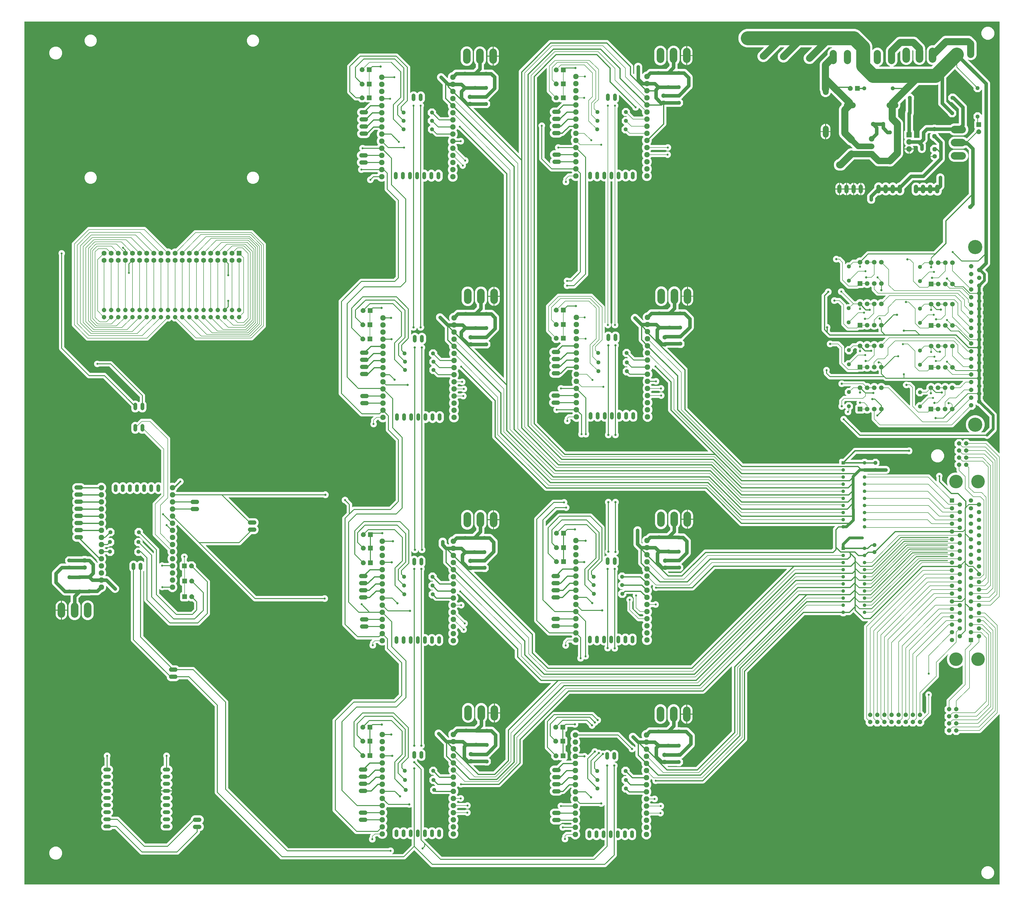
<source format=gbr>
G04 EAGLE Gerber RS-274X export*
G75*
%MOMM*%
%FSLAX34Y34*%
%LPD*%
%INBottom Copper*%
%IPPOS*%
%AMOC8*
5,1,8,0,0,1.08239X$1,22.5*%
G01*
%ADD10R,1.676400X1.676400*%
%ADD11C,1.676400*%
%ADD12C,1.930400*%
%ADD13P,1.732040X8X112.500000*%
%ADD14C,1.600200*%
%ADD15P,1.429621X8X292.500000*%
%ADD16P,1.732040X8X292.500000*%
%ADD17P,1.429621X8X22.500000*%
%ADD18C,2.095500*%
%ADD19C,1.320800*%
%ADD20C,2.540000*%
%ADD21R,1.980000X1.980000*%
%ADD22C,1.980000*%
%ADD23P,1.814519X8X22.500000*%
%ADD24P,1.814519X8X112.500000*%
%ADD25P,1.814519X8X202.500000*%
%ADD26P,1.539592X8X22.500000*%
%ADD27P,1.429621X8X202.500000*%
%ADD28P,1.539592X8X202.500000*%
%ADD29P,1.429621X8X112.500000*%
%ADD30C,1.524000*%
%ADD31C,2.705100*%
%ADD32R,1.295400X1.295400*%
%ADD33C,1.295400*%
%ADD34R,1.778000X1.778000*%
%ADD35C,1.778000*%
%ADD36R,1.550000X1.550000*%
%ADD37C,1.550000*%
%ADD38C,4.850000*%
%ADD39P,1.649562X8X112.500000*%
%ADD40C,5.080000*%
%ADD41P,1.649562X8X22.500000*%
%ADD42R,1.650000X1.650000*%
%ADD43C,1.650000*%
%ADD44P,1.649562X8X292.500000*%
%ADD45P,1.649562X8X202.500000*%
%ADD46C,0.304800*%
%ADD47C,0.756400*%
%ADD48C,0.806400*%
%ADD49C,0.200000*%
%ADD50C,1.270000*%
%ADD51C,0.254000*%
%ADD52C,0.406400*%
%ADD53C,0.508000*%
%ADD54C,1.000000*%
%ADD55C,1.500000*%
%ADD56C,1.016000*%
%ADD57C,0.400000*%
%ADD58C,2.300000*%
%ADD59C,5.000000*%
%ADD60C,0.706400*%
%ADD61C,2.000000*%
%ADD62C,1.200000*%

G36*
X3491238Y8100D02*
X3491238Y8100D01*
X3491258Y8104D01*
X3491277Y8102D01*
X3491379Y8124D01*
X3491481Y8140D01*
X3491498Y8150D01*
X3491518Y8154D01*
X3491607Y8207D01*
X3491698Y8255D01*
X3491712Y8270D01*
X3491729Y8280D01*
X3491796Y8359D01*
X3491868Y8434D01*
X3491876Y8452D01*
X3491889Y8467D01*
X3491928Y8563D01*
X3491971Y8657D01*
X3491973Y8676D01*
X3491981Y8695D01*
X3491999Y8862D01*
X3491999Y615532D01*
X3491988Y615603D01*
X3491986Y615675D01*
X3491968Y615724D01*
X3491960Y615775D01*
X3491926Y615839D01*
X3491901Y615906D01*
X3491869Y615947D01*
X3491844Y615993D01*
X3491792Y616042D01*
X3491748Y616098D01*
X3491704Y616126D01*
X3491666Y616162D01*
X3491601Y616192D01*
X3491541Y616231D01*
X3491490Y616244D01*
X3491443Y616266D01*
X3491372Y616274D01*
X3491302Y616291D01*
X3491250Y616287D01*
X3491199Y616293D01*
X3491128Y616277D01*
X3491057Y616272D01*
X3491009Y616252D01*
X3490958Y616240D01*
X3490897Y616204D01*
X3490831Y616176D01*
X3490775Y616131D01*
X3490747Y616114D01*
X3490732Y616096D01*
X3490700Y616071D01*
X3427638Y553009D01*
X3424999Y550370D01*
X3421690Y548999D01*
X3350506Y548999D01*
X3350416Y548985D01*
X3350325Y548977D01*
X3350295Y548965D01*
X3350263Y548960D01*
X3350182Y548917D01*
X3350098Y548881D01*
X3350066Y548855D01*
X3350045Y548844D01*
X3350023Y548821D01*
X3349967Y548776D01*
X3343570Y542379D01*
X3330630Y542379D01*
X3324938Y548071D01*
X3324922Y548082D01*
X3324910Y548098D01*
X3324822Y548154D01*
X3324739Y548214D01*
X3324720Y548220D01*
X3324703Y548231D01*
X3324602Y548256D01*
X3324503Y548287D01*
X3324484Y548286D01*
X3324464Y548291D01*
X3324361Y548283D01*
X3324258Y548280D01*
X3324239Y548273D01*
X3324219Y548272D01*
X3324124Y548231D01*
X3324027Y548196D01*
X3324011Y548183D01*
X3323993Y548175D01*
X3323862Y548071D01*
X3318170Y542379D01*
X3305230Y542379D01*
X3296079Y551530D01*
X3296079Y564470D01*
X3301771Y570162D01*
X3301782Y570178D01*
X3301798Y570190D01*
X3301854Y570278D01*
X3301914Y570361D01*
X3301920Y570380D01*
X3301931Y570397D01*
X3301956Y570498D01*
X3301987Y570597D01*
X3301986Y570616D01*
X3301991Y570636D01*
X3301983Y570739D01*
X3301980Y570842D01*
X3301973Y570861D01*
X3301972Y570881D01*
X3301932Y570976D01*
X3301896Y571073D01*
X3301883Y571089D01*
X3301875Y571107D01*
X3301771Y571238D01*
X3296079Y576930D01*
X3296079Y589870D01*
X3301771Y595562D01*
X3301782Y595578D01*
X3301798Y595590D01*
X3301854Y595678D01*
X3301914Y595761D01*
X3301920Y595780D01*
X3301931Y595797D01*
X3301956Y595898D01*
X3301987Y595997D01*
X3301986Y596016D01*
X3301991Y596036D01*
X3301983Y596139D01*
X3301980Y596242D01*
X3301973Y596261D01*
X3301972Y596281D01*
X3301931Y596376D01*
X3301896Y596473D01*
X3301883Y596489D01*
X3301875Y596507D01*
X3301771Y596638D01*
X3296079Y602330D01*
X3296079Y615270D01*
X3301771Y620962D01*
X3301782Y620978D01*
X3301798Y620990D01*
X3301854Y621078D01*
X3301914Y621161D01*
X3301920Y621180D01*
X3301931Y621197D01*
X3301956Y621298D01*
X3301987Y621397D01*
X3301986Y621416D01*
X3301991Y621436D01*
X3301983Y621539D01*
X3301980Y621642D01*
X3301973Y621661D01*
X3301972Y621681D01*
X3301931Y621776D01*
X3301896Y621873D01*
X3301883Y621889D01*
X3301875Y621907D01*
X3301771Y622038D01*
X3296079Y627730D01*
X3296079Y640670D01*
X3302476Y647067D01*
X3302529Y647141D01*
X3302589Y647211D01*
X3302601Y647241D01*
X3302620Y647267D01*
X3302647Y647354D01*
X3302681Y647439D01*
X3302685Y647480D01*
X3302692Y647502D01*
X3302691Y647534D01*
X3302699Y647606D01*
X3302699Y666690D01*
X3304070Y669999D01*
X3360076Y726005D01*
X3360129Y726079D01*
X3360189Y726149D01*
X3360201Y726179D01*
X3360220Y726205D01*
X3360247Y726292D01*
X3360281Y726377D01*
X3360285Y726418D01*
X3360292Y726440D01*
X3360291Y726472D01*
X3360299Y726544D01*
X3360299Y790252D01*
X3360288Y790323D01*
X3360286Y790394D01*
X3360268Y790443D01*
X3360260Y790495D01*
X3360226Y790558D01*
X3360201Y790625D01*
X3360169Y790666D01*
X3360144Y790712D01*
X3360092Y790762D01*
X3360048Y790818D01*
X3360004Y790846D01*
X3359966Y790882D01*
X3359901Y790912D01*
X3359841Y790951D01*
X3359790Y790963D01*
X3359743Y790985D01*
X3359672Y790993D01*
X3359602Y791011D01*
X3359550Y791007D01*
X3359499Y791012D01*
X3359428Y790997D01*
X3359357Y790991D01*
X3359309Y790971D01*
X3359258Y790960D01*
X3359197Y790923D01*
X3359131Y790895D01*
X3359075Y790850D01*
X3359047Y790834D01*
X3359032Y790816D01*
X3359000Y790790D01*
X3355802Y787593D01*
X3348448Y783347D01*
X3340246Y781149D01*
X3331754Y781149D01*
X3323552Y783347D01*
X3316198Y787593D01*
X3310193Y793598D01*
X3305947Y800952D01*
X3303749Y809154D01*
X3303749Y817646D01*
X3305947Y825848D01*
X3308342Y829997D01*
X3308351Y830019D01*
X3308365Y830039D01*
X3308394Y830134D01*
X3308429Y830227D01*
X3308430Y830251D01*
X3308437Y830274D01*
X3308435Y830373D01*
X3308438Y830473D01*
X3308431Y830496D01*
X3308431Y830520D01*
X3308397Y830613D01*
X3308368Y830709D01*
X3308355Y830728D01*
X3308346Y830751D01*
X3308284Y830828D01*
X3308227Y830910D01*
X3308208Y830924D01*
X3308193Y830943D01*
X3308109Y830997D01*
X3308029Y831056D01*
X3308006Y831063D01*
X3307986Y831076D01*
X3307889Y831100D01*
X3307795Y831130D01*
X3307770Y831130D01*
X3307747Y831136D01*
X3307648Y831128D01*
X3307549Y831127D01*
X3307526Y831119D01*
X3307502Y831117D01*
X3307411Y831078D01*
X3307317Y831045D01*
X3307298Y831030D01*
X3307276Y831021D01*
X3307145Y830916D01*
X3275224Y798995D01*
X3275171Y798921D01*
X3275111Y798851D01*
X3275099Y798821D01*
X3275080Y798795D01*
X3275053Y798708D01*
X3275019Y798623D01*
X3275015Y798582D01*
X3275008Y798560D01*
X3275009Y798528D01*
X3275001Y798456D01*
X3275001Y750410D01*
X3273630Y747101D01*
X3216724Y690195D01*
X3216671Y690121D01*
X3216611Y690051D01*
X3216599Y690021D01*
X3216580Y689995D01*
X3216553Y689908D01*
X3216519Y689823D01*
X3216515Y689782D01*
X3216508Y689760D01*
X3216509Y689728D01*
X3216501Y689656D01*
X3216501Y627406D01*
X3216515Y627316D01*
X3216523Y627225D01*
X3216535Y627195D01*
X3216540Y627163D01*
X3216583Y627082D01*
X3216619Y626998D01*
X3216645Y626966D01*
X3216656Y626946D01*
X3216679Y626923D01*
X3216724Y626867D01*
X3223121Y620470D01*
X3223121Y618788D01*
X3223132Y618717D01*
X3223134Y618645D01*
X3223152Y618596D01*
X3223160Y618545D01*
X3223194Y618481D01*
X3223219Y618414D01*
X3223251Y618373D01*
X3223276Y618327D01*
X3223328Y618278D01*
X3223372Y618222D01*
X3223416Y618194D01*
X3223454Y618158D01*
X3223519Y618128D01*
X3223579Y618089D01*
X3223630Y618076D01*
X3223677Y618054D01*
X3223748Y618046D01*
X3223818Y618029D01*
X3223870Y618033D01*
X3223921Y618027D01*
X3223992Y618043D01*
X3224063Y618048D01*
X3224111Y618068D01*
X3224162Y618080D01*
X3224223Y618116D01*
X3224289Y618144D01*
X3224345Y618189D01*
X3224373Y618206D01*
X3224388Y618224D01*
X3224420Y618249D01*
X3229376Y623205D01*
X3229429Y623279D01*
X3229489Y623349D01*
X3229501Y623379D01*
X3229520Y623405D01*
X3229547Y623492D01*
X3229581Y623577D01*
X3229585Y623618D01*
X3229592Y623640D01*
X3229591Y623672D01*
X3229599Y623744D01*
X3229599Y678122D01*
X3229585Y678212D01*
X3229577Y678303D01*
X3229565Y678333D01*
X3229560Y678365D01*
X3229517Y678446D01*
X3229481Y678529D01*
X3229455Y678562D01*
X3229444Y678582D01*
X3229421Y678604D01*
X3229376Y678660D01*
X3228611Y679426D01*
X3226817Y683756D01*
X3226817Y688444D01*
X3228611Y692774D01*
X3231926Y696089D01*
X3236256Y697883D01*
X3240944Y697883D01*
X3245274Y696089D01*
X3248589Y692774D01*
X3250383Y688444D01*
X3250383Y683756D01*
X3248589Y679426D01*
X3247824Y678660D01*
X3247771Y678586D01*
X3247711Y678517D01*
X3247699Y678487D01*
X3247680Y678461D01*
X3247653Y678374D01*
X3247619Y678289D01*
X3247615Y678248D01*
X3247608Y678226D01*
X3247609Y678193D01*
X3247601Y678122D01*
X3247601Y617910D01*
X3246230Y614601D01*
X3223344Y591715D01*
X3223291Y591641D01*
X3223231Y591571D01*
X3223219Y591541D01*
X3223200Y591515D01*
X3223173Y591428D01*
X3223139Y591343D01*
X3223135Y591302D01*
X3223128Y591280D01*
X3223129Y591248D01*
X3223121Y591176D01*
X3223121Y582130D01*
X3213970Y572979D01*
X3201030Y572979D01*
X3195338Y578671D01*
X3195322Y578682D01*
X3195310Y578698D01*
X3195222Y578754D01*
X3195139Y578814D01*
X3195120Y578820D01*
X3195103Y578831D01*
X3195002Y578856D01*
X3194903Y578887D01*
X3194884Y578886D01*
X3194864Y578891D01*
X3194761Y578883D01*
X3194658Y578880D01*
X3194639Y578873D01*
X3194619Y578872D01*
X3194524Y578831D01*
X3194427Y578796D01*
X3194411Y578783D01*
X3194393Y578775D01*
X3194262Y578671D01*
X3188570Y572979D01*
X3175630Y572979D01*
X3169938Y578671D01*
X3169922Y578682D01*
X3169910Y578698D01*
X3169822Y578754D01*
X3169739Y578814D01*
X3169720Y578820D01*
X3169703Y578831D01*
X3169602Y578856D01*
X3169503Y578887D01*
X3169484Y578886D01*
X3169464Y578891D01*
X3169361Y578883D01*
X3169258Y578880D01*
X3169239Y578873D01*
X3169219Y578872D01*
X3169124Y578831D01*
X3169027Y578796D01*
X3169011Y578783D01*
X3168993Y578775D01*
X3168862Y578671D01*
X3163170Y572979D01*
X3150230Y572979D01*
X3144538Y578671D01*
X3144522Y578682D01*
X3144510Y578698D01*
X3144422Y578754D01*
X3144339Y578814D01*
X3144320Y578820D01*
X3144303Y578831D01*
X3144202Y578856D01*
X3144103Y578887D01*
X3144084Y578886D01*
X3144064Y578891D01*
X3143961Y578883D01*
X3143858Y578880D01*
X3143839Y578873D01*
X3143819Y578872D01*
X3143724Y578831D01*
X3143627Y578796D01*
X3143611Y578783D01*
X3143593Y578775D01*
X3143462Y578671D01*
X3137770Y572979D01*
X3124830Y572979D01*
X3119138Y578671D01*
X3119122Y578682D01*
X3119110Y578698D01*
X3119022Y578754D01*
X3118939Y578814D01*
X3118920Y578820D01*
X3118903Y578831D01*
X3118802Y578856D01*
X3118703Y578887D01*
X3118684Y578886D01*
X3118664Y578891D01*
X3118561Y578883D01*
X3118458Y578880D01*
X3118439Y578873D01*
X3118419Y578872D01*
X3118324Y578831D01*
X3118227Y578796D01*
X3118211Y578783D01*
X3118193Y578775D01*
X3118062Y578671D01*
X3112370Y572979D01*
X3099430Y572979D01*
X3093738Y578671D01*
X3093722Y578682D01*
X3093710Y578698D01*
X3093622Y578754D01*
X3093539Y578814D01*
X3093520Y578820D01*
X3093503Y578831D01*
X3093402Y578856D01*
X3093303Y578887D01*
X3093284Y578886D01*
X3093264Y578891D01*
X3093161Y578883D01*
X3093058Y578880D01*
X3093039Y578873D01*
X3093019Y578872D01*
X3092924Y578831D01*
X3092827Y578796D01*
X3092811Y578783D01*
X3092793Y578775D01*
X3092662Y578671D01*
X3086970Y572979D01*
X3074030Y572979D01*
X3068338Y578671D01*
X3068322Y578682D01*
X3068310Y578698D01*
X3068222Y578754D01*
X3068139Y578814D01*
X3068120Y578820D01*
X3068103Y578831D01*
X3068002Y578856D01*
X3067903Y578887D01*
X3067884Y578886D01*
X3067864Y578891D01*
X3067761Y578883D01*
X3067658Y578880D01*
X3067639Y578873D01*
X3067619Y578872D01*
X3067524Y578831D01*
X3067427Y578796D01*
X3067411Y578783D01*
X3067393Y578775D01*
X3067262Y578671D01*
X3061570Y572979D01*
X3048630Y572979D01*
X3042938Y578671D01*
X3042922Y578682D01*
X3042910Y578698D01*
X3042822Y578754D01*
X3042739Y578814D01*
X3042720Y578820D01*
X3042703Y578831D01*
X3042602Y578856D01*
X3042503Y578887D01*
X3042484Y578886D01*
X3042464Y578891D01*
X3042361Y578883D01*
X3042258Y578880D01*
X3042239Y578873D01*
X3042219Y578872D01*
X3042124Y578831D01*
X3042027Y578796D01*
X3042011Y578783D01*
X3041993Y578775D01*
X3041862Y578671D01*
X3036170Y572979D01*
X3023230Y572979D01*
X3014079Y582130D01*
X3014079Y591176D01*
X3014065Y591267D01*
X3014057Y591357D01*
X3014045Y591387D01*
X3014040Y591419D01*
X3013997Y591500D01*
X3013961Y591584D01*
X3013935Y591616D01*
X3013924Y591637D01*
X3013901Y591659D01*
X3013856Y591715D01*
X3012009Y593562D01*
X3009370Y596201D01*
X3007999Y599510D01*
X3007999Y931690D01*
X3009370Y934999D01*
X3012009Y937638D01*
X3021439Y947068D01*
X3021481Y947126D01*
X3021530Y947178D01*
X3021552Y947225D01*
X3021582Y947267D01*
X3021603Y947336D01*
X3021634Y947401D01*
X3021639Y947453D01*
X3021655Y947503D01*
X3021653Y947574D01*
X3021661Y947645D01*
X3021650Y947696D01*
X3021648Y947748D01*
X3021624Y947816D01*
X3021608Y947886D01*
X3021582Y947931D01*
X3021564Y947979D01*
X3021519Y948035D01*
X3021482Y948097D01*
X3021443Y948131D01*
X3021410Y948171D01*
X3021350Y948210D01*
X3021295Y948257D01*
X3021247Y948276D01*
X3021203Y948304D01*
X3021134Y948322D01*
X3021067Y948349D01*
X3020996Y948357D01*
X3020965Y948365D01*
X3020941Y948363D01*
X3020900Y948367D01*
X3004704Y948367D01*
X3001017Y949895D01*
X2970338Y980573D01*
X2970322Y980585D01*
X2970310Y980600D01*
X2970222Y980657D01*
X2970139Y980717D01*
X2970120Y980723D01*
X2970103Y980733D01*
X2970002Y980759D01*
X2969903Y980789D01*
X2969884Y980789D01*
X2969864Y980794D01*
X2969761Y980786D01*
X2969658Y980783D01*
X2969639Y980776D01*
X2969619Y980774D01*
X2969524Y980734D01*
X2969427Y980698D01*
X2969411Y980686D01*
X2969393Y980678D01*
X2969262Y980573D01*
X2960683Y971995D01*
X2956996Y970467D01*
X2944357Y970467D01*
X2944267Y970453D01*
X2944176Y970445D01*
X2944146Y970433D01*
X2944114Y970428D01*
X2944034Y970385D01*
X2943950Y970349D01*
X2943918Y970323D01*
X2943897Y970312D01*
X2943875Y970289D01*
X2943819Y970244D01*
X2941801Y968226D01*
X2936480Y966022D01*
X2930720Y966022D01*
X2925399Y968226D01*
X2923381Y970244D01*
X2923307Y970297D01*
X2923238Y970357D01*
X2923208Y970369D01*
X2923181Y970388D01*
X2923094Y970415D01*
X2923010Y970449D01*
X2922969Y970453D01*
X2922946Y970460D01*
X2922914Y970459D01*
X2922843Y970467D01*
X2795471Y970467D01*
X2795381Y970453D01*
X2795290Y970445D01*
X2795260Y970433D01*
X2795228Y970428D01*
X2795148Y970385D01*
X2795064Y970349D01*
X2795032Y970323D01*
X2795011Y970312D01*
X2794989Y970289D01*
X2794933Y970244D01*
X2590556Y765867D01*
X2590503Y765793D01*
X2590443Y765724D01*
X2590431Y765694D01*
X2590412Y765668D01*
X2590385Y765581D01*
X2590351Y765496D01*
X2590347Y765455D01*
X2590340Y765432D01*
X2590341Y765400D01*
X2590333Y765329D01*
X2590333Y525804D01*
X2588805Y522117D01*
X2436783Y370095D01*
X2433096Y368567D01*
X2270020Y368567D01*
X2269955Y368557D01*
X2269890Y368556D01*
X2269810Y368533D01*
X2269777Y368528D01*
X2269760Y368518D01*
X2269729Y368509D01*
X2265644Y366817D01*
X2260956Y366817D01*
X2256626Y368611D01*
X2253311Y371926D01*
X2251517Y376256D01*
X2251517Y381038D01*
X2251516Y381048D01*
X2251516Y381053D01*
X2251511Y381078D01*
X2251503Y381129D01*
X2251495Y381219D01*
X2251483Y381249D01*
X2251478Y381281D01*
X2251435Y381362D01*
X2251399Y381446D01*
X2251373Y381478D01*
X2251362Y381499D01*
X2251339Y381521D01*
X2251294Y381577D01*
X2248562Y384309D01*
X2248228Y384643D01*
X2248190Y384670D01*
X2248159Y384704D01*
X2248091Y384742D01*
X2248028Y384787D01*
X2247984Y384800D01*
X2247944Y384823D01*
X2247867Y384836D01*
X2247793Y384859D01*
X2247747Y384858D01*
X2247702Y384866D01*
X2247625Y384855D01*
X2247547Y384853D01*
X2247504Y384837D01*
X2247458Y384830D01*
X2247389Y384795D01*
X2247316Y384768D01*
X2247280Y384740D01*
X2247239Y384719D01*
X2247185Y384663D01*
X2247124Y384615D01*
X2247099Y384576D01*
X2247067Y384543D01*
X2247001Y384423D01*
X2246991Y384408D01*
X2246990Y384403D01*
X2246986Y384396D01*
X2245165Y380000D01*
X2243003Y377838D01*
X2242991Y377822D01*
X2242976Y377810D01*
X2242920Y377722D01*
X2242859Y377639D01*
X2242854Y377620D01*
X2242843Y377603D01*
X2242818Y377502D01*
X2242787Y377403D01*
X2242788Y377384D01*
X2242783Y377364D01*
X2242791Y377261D01*
X2242793Y377158D01*
X2242800Y377139D01*
X2242802Y377119D01*
X2242842Y377024D01*
X2242878Y376927D01*
X2242890Y376911D01*
X2242898Y376893D01*
X2243003Y376762D01*
X2245165Y374600D01*
X2247853Y368111D01*
X2247853Y361089D01*
X2245165Y354600D01*
X2243003Y352438D01*
X2242991Y352422D01*
X2242976Y352410D01*
X2242920Y352322D01*
X2242859Y352239D01*
X2242854Y352220D01*
X2242843Y352203D01*
X2242818Y352102D01*
X2242787Y352003D01*
X2242788Y351984D01*
X2242783Y351964D01*
X2242791Y351861D01*
X2242793Y351758D01*
X2242800Y351739D01*
X2242802Y351719D01*
X2242842Y351624D01*
X2242878Y351527D01*
X2242890Y351511D01*
X2242898Y351493D01*
X2243003Y351362D01*
X2245165Y349200D01*
X2247853Y342711D01*
X2247853Y335689D01*
X2245165Y329200D01*
X2243003Y327038D01*
X2242991Y327022D01*
X2242976Y327010D01*
X2242920Y326922D01*
X2242859Y326839D01*
X2242854Y326820D01*
X2242843Y326803D01*
X2242818Y326702D01*
X2242787Y326603D01*
X2242788Y326584D01*
X2242783Y326564D01*
X2242791Y326461D01*
X2242793Y326358D01*
X2242800Y326339D01*
X2242802Y326319D01*
X2242842Y326224D01*
X2242878Y326127D01*
X2242890Y326111D01*
X2242898Y326093D01*
X2243003Y325962D01*
X2245165Y323800D01*
X2245384Y323271D01*
X2245446Y323172D01*
X2245506Y323071D01*
X2245511Y323067D01*
X2245514Y323062D01*
X2245604Y322987D01*
X2245693Y322911D01*
X2245699Y322909D01*
X2245703Y322905D01*
X2245812Y322863D01*
X2245921Y322819D01*
X2245928Y322818D01*
X2245933Y322817D01*
X2245951Y322816D01*
X2246088Y322801D01*
X2251622Y322801D01*
X2251712Y322815D01*
X2251803Y322823D01*
X2251833Y322835D01*
X2251865Y322840D01*
X2251946Y322883D01*
X2252029Y322919D01*
X2252062Y322945D01*
X2252082Y322956D01*
X2252104Y322979D01*
X2252160Y323024D01*
X2252926Y323789D01*
X2257256Y325583D01*
X2261944Y325583D01*
X2266274Y323789D01*
X2269589Y320474D01*
X2271383Y316144D01*
X2271383Y311456D01*
X2269589Y307126D01*
X2266274Y303811D01*
X2261944Y302017D01*
X2257256Y302017D01*
X2252926Y303811D01*
X2252160Y304576D01*
X2252086Y304629D01*
X2252017Y304689D01*
X2251987Y304701D01*
X2251961Y304720D01*
X2251874Y304747D01*
X2251789Y304781D01*
X2251748Y304785D01*
X2251726Y304792D01*
X2251693Y304791D01*
X2251622Y304799D01*
X2246088Y304799D01*
X2245973Y304781D01*
X2245857Y304763D01*
X2245851Y304761D01*
X2245845Y304760D01*
X2245742Y304705D01*
X2245637Y304652D01*
X2245633Y304647D01*
X2245627Y304644D01*
X2245547Y304559D01*
X2245465Y304476D01*
X2245462Y304470D01*
X2245458Y304466D01*
X2245450Y304449D01*
X2245384Y304329D01*
X2245165Y303801D01*
X2243003Y301638D01*
X2242991Y301622D01*
X2242976Y301610D01*
X2242920Y301522D01*
X2242859Y301439D01*
X2242854Y301420D01*
X2242843Y301403D01*
X2242818Y301302D01*
X2242787Y301203D01*
X2242788Y301184D01*
X2242783Y301164D01*
X2242791Y301061D01*
X2242793Y300958D01*
X2242800Y300939D01*
X2242802Y300919D01*
X2242842Y300824D01*
X2242878Y300727D01*
X2242890Y300711D01*
X2242898Y300693D01*
X2242971Y300601D01*
X2242977Y300591D01*
X2242984Y300586D01*
X2243003Y300562D01*
X2245165Y298400D01*
X2245501Y297589D01*
X2245563Y297489D01*
X2245623Y297389D01*
X2245627Y297385D01*
X2245631Y297380D01*
X2245721Y297305D01*
X2245810Y297229D01*
X2245815Y297227D01*
X2245820Y297223D01*
X2245929Y297181D01*
X2246038Y297137D01*
X2246045Y297136D01*
X2246050Y297135D01*
X2246068Y297134D01*
X2246204Y297119D01*
X2273322Y297119D01*
X2273412Y297133D01*
X2273503Y297141D01*
X2273533Y297153D01*
X2273565Y297158D01*
X2273646Y297201D01*
X2273729Y297237D01*
X2273762Y297263D01*
X2273782Y297274D01*
X2273804Y297297D01*
X2273860Y297342D01*
X2274626Y298107D01*
X2278956Y299901D01*
X2283644Y299901D01*
X2287974Y298107D01*
X2291289Y294792D01*
X2293083Y290462D01*
X2293083Y285774D01*
X2291289Y281444D01*
X2287974Y278129D01*
X2283644Y276335D01*
X2283264Y276335D01*
X2283168Y276320D01*
X2283071Y276310D01*
X2283047Y276300D01*
X2283021Y276296D01*
X2282935Y276250D01*
X2282846Y276210D01*
X2282827Y276193D01*
X2282804Y276180D01*
X2282737Y276110D01*
X2282665Y276044D01*
X2282653Y276021D01*
X2282635Y276002D01*
X2282594Y275914D01*
X2282547Y275828D01*
X2282542Y275803D01*
X2282531Y275779D01*
X2282520Y275682D01*
X2282503Y275586D01*
X2282507Y275560D01*
X2282504Y275535D01*
X2282524Y275439D01*
X2282539Y275343D01*
X2282550Y275320D01*
X2282556Y275294D01*
X2282606Y275211D01*
X2282650Y275124D01*
X2282669Y275105D01*
X2282682Y275083D01*
X2282756Y275020D01*
X2282826Y274952D01*
X2282854Y274936D01*
X2282869Y274923D01*
X2282900Y274911D01*
X2282973Y274871D01*
X2287274Y273089D01*
X2290589Y269774D01*
X2292383Y265444D01*
X2292383Y260756D01*
X2290589Y256426D01*
X2287274Y253111D01*
X2282944Y251317D01*
X2278256Y251317D01*
X2273926Y253111D01*
X2273260Y253776D01*
X2273186Y253829D01*
X2273117Y253889D01*
X2273087Y253901D01*
X2273061Y253920D01*
X2272974Y253947D01*
X2272889Y253981D01*
X2272848Y253985D01*
X2272826Y253992D01*
X2272793Y253991D01*
X2272722Y253999D01*
X2246088Y253999D01*
X2245973Y253981D01*
X2245857Y253963D01*
X2245851Y253961D01*
X2245845Y253960D01*
X2245742Y253905D01*
X2245637Y253852D01*
X2245633Y253847D01*
X2245627Y253844D01*
X2245547Y253759D01*
X2245465Y253676D01*
X2245462Y253670D01*
X2245458Y253666D01*
X2245450Y253649D01*
X2245384Y253529D01*
X2245165Y253001D01*
X2243003Y250838D01*
X2242991Y250822D01*
X2242976Y250810D01*
X2242920Y250722D01*
X2242859Y250639D01*
X2242854Y250620D01*
X2242843Y250603D01*
X2242818Y250502D01*
X2242787Y250403D01*
X2242788Y250384D01*
X2242783Y250364D01*
X2242791Y250261D01*
X2242793Y250158D01*
X2242800Y250139D01*
X2242802Y250119D01*
X2242842Y250024D01*
X2242878Y249927D01*
X2242890Y249911D01*
X2242898Y249893D01*
X2243003Y249762D01*
X2245165Y247600D01*
X2247853Y241111D01*
X2247853Y234089D01*
X2245165Y227600D01*
X2243003Y225438D01*
X2242991Y225422D01*
X2242976Y225410D01*
X2242920Y225322D01*
X2242859Y225239D01*
X2242854Y225220D01*
X2242843Y225203D01*
X2242818Y225102D01*
X2242787Y225003D01*
X2242788Y224984D01*
X2242783Y224964D01*
X2242791Y224861D01*
X2242793Y224758D01*
X2242800Y224739D01*
X2242802Y224719D01*
X2242842Y224624D01*
X2242878Y224527D01*
X2242890Y224511D01*
X2242898Y224493D01*
X2243003Y224362D01*
X2245165Y222200D01*
X2247853Y215711D01*
X2247853Y208689D01*
X2245165Y202200D01*
X2243003Y200038D01*
X2242991Y200022D01*
X2242976Y200010D01*
X2242920Y199922D01*
X2242859Y199839D01*
X2242854Y199820D01*
X2242843Y199803D01*
X2242818Y199702D01*
X2242787Y199603D01*
X2242788Y199584D01*
X2242783Y199564D01*
X2242791Y199461D01*
X2242793Y199358D01*
X2242800Y199339D01*
X2242802Y199319D01*
X2242842Y199224D01*
X2242878Y199127D01*
X2242890Y199111D01*
X2242898Y199093D01*
X2243003Y198962D01*
X2245165Y196800D01*
X2247853Y190311D01*
X2247853Y183289D01*
X2245165Y176800D01*
X2240200Y171835D01*
X2233711Y169147D01*
X2226689Y169147D01*
X2220200Y171835D01*
X2215235Y176800D01*
X2212547Y183289D01*
X2212547Y190311D01*
X2215235Y196800D01*
X2217397Y198962D01*
X2217409Y198978D01*
X2217424Y198990D01*
X2217480Y199078D01*
X2217541Y199161D01*
X2217546Y199180D01*
X2217557Y199197D01*
X2217582Y199298D01*
X2217613Y199397D01*
X2217612Y199416D01*
X2217617Y199436D01*
X2217609Y199539D01*
X2217607Y199642D01*
X2217600Y199661D01*
X2217598Y199681D01*
X2217558Y199776D01*
X2217522Y199873D01*
X2217510Y199889D01*
X2217502Y199907D01*
X2217397Y200038D01*
X2215235Y202200D01*
X2212547Y208689D01*
X2212547Y215711D01*
X2215235Y222200D01*
X2217397Y224362D01*
X2217409Y224378D01*
X2217424Y224390D01*
X2217480Y224478D01*
X2217541Y224561D01*
X2217546Y224580D01*
X2217557Y224597D01*
X2217582Y224698D01*
X2217613Y224797D01*
X2217612Y224816D01*
X2217617Y224836D01*
X2217609Y224939D01*
X2217607Y225042D01*
X2217600Y225061D01*
X2217598Y225081D01*
X2217558Y225176D01*
X2217522Y225273D01*
X2217510Y225289D01*
X2217502Y225307D01*
X2217397Y225438D01*
X2215235Y227600D01*
X2212547Y234089D01*
X2212547Y241111D01*
X2215235Y247600D01*
X2217397Y249762D01*
X2217409Y249778D01*
X2217424Y249790D01*
X2217480Y249878D01*
X2217541Y249961D01*
X2217546Y249980D01*
X2217557Y249997D01*
X2217582Y250098D01*
X2217613Y250197D01*
X2217612Y250216D01*
X2217617Y250236D01*
X2217609Y250339D01*
X2217607Y250442D01*
X2217600Y250461D01*
X2217598Y250481D01*
X2217558Y250576D01*
X2217522Y250673D01*
X2217510Y250689D01*
X2217502Y250707D01*
X2217397Y250838D01*
X2215235Y253000D01*
X2212547Y259489D01*
X2212547Y266511D01*
X2215235Y273000D01*
X2217397Y275162D01*
X2217409Y275178D01*
X2217424Y275190D01*
X2217480Y275278D01*
X2217541Y275361D01*
X2217546Y275380D01*
X2217557Y275397D01*
X2217582Y275498D01*
X2217613Y275597D01*
X2217612Y275616D01*
X2217617Y275636D01*
X2217609Y275739D01*
X2217607Y275842D01*
X2217600Y275861D01*
X2217598Y275881D01*
X2217558Y275976D01*
X2217522Y276073D01*
X2217510Y276089D01*
X2217502Y276107D01*
X2217397Y276238D01*
X2215235Y278400D01*
X2212547Y284889D01*
X2212547Y291911D01*
X2215235Y298400D01*
X2217397Y300562D01*
X2217409Y300578D01*
X2217424Y300590D01*
X2217454Y300637D01*
X2217470Y300654D01*
X2217483Y300682D01*
X2217541Y300761D01*
X2217546Y300780D01*
X2217557Y300797D01*
X2217582Y300898D01*
X2217613Y300997D01*
X2217612Y301016D01*
X2217617Y301036D01*
X2217609Y301139D01*
X2217607Y301242D01*
X2217600Y301261D01*
X2217598Y301281D01*
X2217558Y301376D01*
X2217522Y301473D01*
X2217510Y301489D01*
X2217502Y301507D01*
X2217397Y301638D01*
X2215235Y303800D01*
X2212547Y310289D01*
X2212547Y317311D01*
X2215235Y323800D01*
X2217397Y325962D01*
X2217409Y325978D01*
X2217424Y325990D01*
X2217480Y326078D01*
X2217541Y326161D01*
X2217546Y326180D01*
X2217557Y326197D01*
X2217582Y326298D01*
X2217613Y326397D01*
X2217612Y326416D01*
X2217617Y326436D01*
X2217609Y326539D01*
X2217607Y326642D01*
X2217600Y326661D01*
X2217598Y326681D01*
X2217558Y326776D01*
X2217522Y326873D01*
X2217510Y326889D01*
X2217502Y326907D01*
X2217397Y327038D01*
X2215491Y328944D01*
X2215417Y328997D01*
X2215348Y329057D01*
X2215317Y329069D01*
X2215291Y329088D01*
X2215204Y329115D01*
X2215119Y329149D01*
X2215078Y329153D01*
X2215056Y329160D01*
X2215024Y329159D01*
X2214953Y329167D01*
X2166904Y329167D01*
X2163217Y330695D01*
X2157939Y335972D01*
X2157865Y336025D01*
X2157796Y336085D01*
X2157766Y336097D01*
X2157740Y336116D01*
X2157653Y336143D01*
X2157568Y336177D01*
X2157527Y336181D01*
X2157504Y336188D01*
X2157472Y336187D01*
X2157401Y336195D01*
X2151251Y336195D01*
X2142695Y344751D01*
X2142695Y356849D01*
X2151042Y365196D01*
X2151083Y365254D01*
X2151133Y365306D01*
X2151155Y365353D01*
X2151185Y365395D01*
X2151206Y365464D01*
X2151236Y365529D01*
X2151242Y365581D01*
X2151257Y365631D01*
X2151256Y365702D01*
X2151263Y365773D01*
X2151252Y365824D01*
X2151251Y365876D01*
X2151226Y365944D01*
X2151211Y366014D01*
X2151185Y366059D01*
X2151167Y366107D01*
X2151122Y366163D01*
X2151085Y366225D01*
X2151045Y366259D01*
X2151013Y366299D01*
X2150953Y366338D01*
X2150898Y366385D01*
X2150850Y366404D01*
X2150806Y366432D01*
X2150737Y366450D01*
X2150670Y366477D01*
X2150669Y366477D01*
X2142095Y375051D01*
X2142095Y387149D01*
X2150651Y395705D01*
X2157869Y395705D01*
X2157940Y395716D01*
X2158011Y395718D01*
X2158060Y395736D01*
X2158112Y395744D01*
X2158175Y395778D01*
X2158242Y395803D01*
X2158283Y395835D01*
X2158329Y395860D01*
X2158379Y395912D01*
X2158435Y395956D01*
X2158463Y396000D01*
X2158499Y396038D01*
X2158529Y396103D01*
X2158568Y396163D01*
X2158580Y396214D01*
X2158602Y396261D01*
X2158610Y396332D01*
X2158628Y396402D01*
X2158624Y396454D01*
X2158629Y396505D01*
X2158614Y396576D01*
X2158608Y396647D01*
X2158588Y396695D01*
X2158577Y396746D01*
X2158540Y396807D01*
X2158512Y396873D01*
X2158467Y396929D01*
X2158451Y396957D01*
X2158433Y396972D01*
X2158407Y397004D01*
X2156339Y399072D01*
X2156265Y399125D01*
X2156196Y399185D01*
X2156166Y399197D01*
X2156140Y399216D01*
X2156052Y399243D01*
X2155968Y399277D01*
X2155927Y399281D01*
X2155904Y399288D01*
X2155872Y399287D01*
X2155801Y399295D01*
X2149651Y399295D01*
X2141095Y407851D01*
X2141095Y419949D01*
X2149651Y428505D01*
X2161749Y428505D01*
X2170305Y419949D01*
X2170305Y413799D01*
X2170319Y413709D01*
X2170327Y413618D01*
X2170339Y413588D01*
X2170344Y413556D01*
X2170387Y413476D01*
X2170423Y413392D01*
X2170449Y413360D01*
X2170460Y413339D01*
X2170483Y413317D01*
X2170528Y413261D01*
X2183533Y400256D01*
X2183607Y400203D01*
X2183676Y400143D01*
X2183706Y400131D01*
X2183732Y400112D01*
X2183819Y400085D01*
X2183904Y400051D01*
X2183945Y400047D01*
X2183968Y400040D01*
X2184000Y400041D01*
X2184071Y400033D01*
X2214953Y400033D01*
X2215043Y400047D01*
X2215134Y400055D01*
X2215163Y400067D01*
X2215195Y400072D01*
X2215276Y400115D01*
X2215360Y400151D01*
X2215392Y400177D01*
X2215413Y400188D01*
X2215424Y400199D01*
X2215425Y400200D01*
X2215437Y400213D01*
X2215491Y400256D01*
X2217397Y402162D01*
X2217409Y402178D01*
X2217424Y402190D01*
X2217480Y402278D01*
X2217541Y402361D01*
X2217546Y402380D01*
X2217557Y402397D01*
X2217582Y402498D01*
X2217613Y402597D01*
X2217612Y402616D01*
X2217617Y402636D01*
X2217609Y402739D01*
X2217607Y402842D01*
X2217600Y402861D01*
X2217598Y402881D01*
X2217558Y402976D01*
X2217522Y403073D01*
X2217510Y403089D01*
X2217502Y403107D01*
X2217397Y403238D01*
X2215235Y405400D01*
X2212547Y411889D01*
X2212547Y418911D01*
X2215235Y425400D01*
X2217397Y427562D01*
X2217409Y427578D01*
X2217424Y427590D01*
X2217480Y427678D01*
X2217541Y427761D01*
X2217546Y427780D01*
X2217557Y427797D01*
X2217582Y427898D01*
X2217613Y427997D01*
X2217612Y428016D01*
X2217617Y428036D01*
X2217609Y428139D01*
X2217607Y428242D01*
X2217600Y428261D01*
X2217598Y428281D01*
X2217558Y428376D01*
X2217522Y428473D01*
X2217510Y428489D01*
X2217502Y428507D01*
X2217397Y428638D01*
X2215235Y430800D01*
X2212547Y437289D01*
X2212547Y443949D01*
X2212533Y444039D01*
X2212525Y444130D01*
X2212513Y444160D01*
X2212508Y444192D01*
X2212465Y444272D01*
X2212429Y444356D01*
X2212403Y444388D01*
X2212392Y444409D01*
X2212369Y444431D01*
X2212324Y444487D01*
X2192195Y464617D01*
X2190667Y468304D01*
X2190667Y485639D01*
X2190652Y485735D01*
X2190642Y485832D01*
X2190632Y485856D01*
X2190628Y485881D01*
X2190582Y485967D01*
X2190542Y486056D01*
X2190525Y486076D01*
X2190512Y486099D01*
X2190442Y486166D01*
X2190376Y486238D01*
X2190353Y486250D01*
X2190334Y486268D01*
X2190246Y486309D01*
X2190160Y486356D01*
X2190135Y486361D01*
X2190111Y486372D01*
X2190014Y486383D01*
X2189918Y486400D01*
X2189892Y486396D01*
X2189867Y486399D01*
X2189772Y486378D01*
X2189675Y486364D01*
X2189652Y486352D01*
X2189626Y486347D01*
X2189543Y486297D01*
X2189456Y486253D01*
X2189437Y486234D01*
X2189415Y486220D01*
X2189352Y486146D01*
X2189284Y486077D01*
X2189268Y486048D01*
X2189255Y486034D01*
X2189243Y486003D01*
X2189203Y485930D01*
X2189101Y485684D01*
X2185716Y482299D01*
X2181293Y480467D01*
X2176507Y480467D01*
X2172084Y482299D01*
X2168699Y485684D01*
X2166867Y490107D01*
X2166867Y490747D01*
X2166853Y490837D01*
X2166845Y490928D01*
X2166833Y490958D01*
X2166828Y490990D01*
X2166785Y491071D01*
X2166749Y491155D01*
X2166723Y491187D01*
X2166712Y491208D01*
X2166689Y491230D01*
X2166644Y491286D01*
X2125278Y532652D01*
X2125204Y532705D01*
X2125134Y532765D01*
X2125104Y532777D01*
X2125078Y532796D01*
X2124991Y532823D01*
X2124906Y532857D01*
X2124865Y532861D01*
X2124843Y532868D01*
X2124811Y532867D01*
X2124739Y532875D01*
X1991871Y532875D01*
X1991756Y532857D01*
X1991640Y532839D01*
X1991634Y532837D01*
X1991628Y532836D01*
X1991525Y532781D01*
X1991420Y532728D01*
X1991416Y532723D01*
X1991410Y532720D01*
X1991330Y532636D01*
X1991248Y532552D01*
X1991245Y532546D01*
X1991241Y532542D01*
X1991233Y532525D01*
X1991167Y532405D01*
X1991165Y532400D01*
X1989003Y530238D01*
X1988991Y530222D01*
X1988976Y530210D01*
X1988920Y530122D01*
X1988859Y530039D01*
X1988854Y530020D01*
X1988843Y530003D01*
X1988818Y529902D01*
X1988787Y529803D01*
X1988788Y529784D01*
X1988783Y529764D01*
X1988791Y529661D01*
X1988793Y529558D01*
X1988800Y529539D01*
X1988802Y529519D01*
X1988842Y529424D01*
X1988878Y529327D01*
X1988890Y529311D01*
X1988898Y529293D01*
X1989003Y529162D01*
X1991165Y527000D01*
X1993853Y520511D01*
X1993853Y513489D01*
X1991165Y507000D01*
X1989003Y504838D01*
X1988991Y504822D01*
X1988976Y504810D01*
X1988920Y504722D01*
X1988859Y504639D01*
X1988854Y504620D01*
X1988843Y504603D01*
X1988818Y504502D01*
X1988787Y504403D01*
X1988788Y504384D01*
X1988783Y504364D01*
X1988791Y504261D01*
X1988793Y504158D01*
X1988800Y504139D01*
X1988802Y504119D01*
X1988842Y504024D01*
X1988878Y503927D01*
X1988890Y503911D01*
X1988898Y503893D01*
X1989003Y503762D01*
X1991165Y501600D01*
X1993853Y495111D01*
X1993853Y488089D01*
X1991165Y481600D01*
X1989003Y479438D01*
X1988991Y479422D01*
X1988976Y479410D01*
X1988920Y479322D01*
X1988859Y479239D01*
X1988854Y479220D01*
X1988843Y479203D01*
X1988818Y479102D01*
X1988787Y479003D01*
X1988788Y478984D01*
X1988783Y478964D01*
X1988791Y478861D01*
X1988793Y478758D01*
X1988800Y478739D01*
X1988802Y478719D01*
X1988842Y478624D01*
X1988878Y478527D01*
X1988890Y478511D01*
X1988898Y478493D01*
X1989003Y478362D01*
X1991165Y476200D01*
X1991167Y476195D01*
X1991229Y476096D01*
X1991289Y475995D01*
X1991294Y475991D01*
X1991297Y475986D01*
X1991386Y475912D01*
X1991476Y475835D01*
X1991482Y475833D01*
X1991486Y475829D01*
X1991594Y475787D01*
X1991704Y475743D01*
X1991711Y475742D01*
X1991716Y475741D01*
X1991734Y475740D01*
X1991871Y475725D01*
X2001293Y475725D01*
X2001383Y475739D01*
X2001474Y475747D01*
X2001503Y475759D01*
X2001535Y475764D01*
X2001616Y475807D01*
X2001700Y475843D01*
X2001732Y475869D01*
X2001753Y475880D01*
X2001775Y475903D01*
X2001831Y475948D01*
X2002284Y476401D01*
X2006707Y478233D01*
X2011493Y478233D01*
X2015916Y476401D01*
X2019301Y473016D01*
X2019854Y471680D01*
X2019878Y471641D01*
X2019894Y471598D01*
X2019943Y471537D01*
X2019984Y471471D01*
X2020019Y471442D01*
X2020048Y471406D01*
X2020113Y471364D01*
X2020173Y471314D01*
X2020216Y471298D01*
X2020255Y471273D01*
X2020330Y471254D01*
X2020403Y471226D01*
X2020449Y471224D01*
X2020493Y471213D01*
X2020571Y471219D01*
X2020649Y471216D01*
X2020693Y471229D01*
X2020738Y471232D01*
X2020810Y471263D01*
X2020885Y471284D01*
X2020923Y471310D01*
X2020965Y471328D01*
X2021071Y471414D01*
X2021087Y471424D01*
X2021090Y471429D01*
X2021096Y471433D01*
X2033844Y484182D01*
X2033897Y484256D01*
X2033957Y484325D01*
X2033969Y484355D01*
X2033988Y484382D01*
X2034015Y484468D01*
X2034049Y484553D01*
X2034053Y484594D01*
X2034060Y484617D01*
X2034059Y484649D01*
X2034067Y484720D01*
X2034067Y485361D01*
X2035899Y489783D01*
X2039284Y493168D01*
X2043707Y495000D01*
X2048493Y495000D01*
X2052916Y493168D01*
X2056364Y489720D01*
X2056382Y489691D01*
X2056397Y489678D01*
X2056409Y489662D01*
X2056492Y489600D01*
X2056571Y489534D01*
X2056590Y489527D01*
X2056606Y489515D01*
X2056704Y489483D01*
X2056801Y489446D01*
X2056821Y489445D01*
X2056840Y489439D01*
X2056944Y489440D01*
X2057047Y489436D01*
X2057066Y489441D01*
X2057086Y489442D01*
X2057247Y489488D01*
X2057785Y489711D01*
X2062572Y489711D01*
X2066994Y487879D01*
X2069267Y485607D01*
X2069362Y485538D01*
X2069455Y485469D01*
X2069461Y485467D01*
X2069467Y485463D01*
X2069578Y485429D01*
X2069689Y485392D01*
X2069696Y485392D01*
X2069702Y485391D01*
X2069818Y485394D01*
X2069935Y485395D01*
X2069943Y485397D01*
X2069947Y485397D01*
X2069965Y485403D01*
X2070096Y485441D01*
X2072007Y486233D01*
X2076793Y486233D01*
X2079634Y485056D01*
X2079747Y485030D01*
X2079861Y485001D01*
X2079867Y485002D01*
X2079873Y485000D01*
X2079990Y485011D01*
X2080106Y485020D01*
X2080112Y485023D01*
X2080118Y485023D01*
X2080225Y485071D01*
X2080332Y485117D01*
X2080338Y485121D01*
X2080343Y485123D01*
X2080356Y485136D01*
X2080463Y485221D01*
X2081727Y486485D01*
X2087095Y488709D01*
X2092905Y488709D01*
X2098273Y486485D01*
X2102162Y482596D01*
X2102178Y482585D01*
X2102190Y482569D01*
X2102278Y482513D01*
X2102361Y482453D01*
X2102380Y482447D01*
X2102397Y482436D01*
X2102498Y482411D01*
X2102597Y482381D01*
X2102616Y482381D01*
X2102636Y482376D01*
X2102739Y482384D01*
X2102842Y482387D01*
X2102861Y482394D01*
X2102881Y482395D01*
X2102976Y482436D01*
X2103073Y482471D01*
X2103089Y482484D01*
X2103107Y482492D01*
X2103238Y482596D01*
X2107127Y486485D01*
X2112495Y488709D01*
X2118305Y488709D01*
X2123673Y486485D01*
X2127781Y482377D01*
X2130005Y477009D01*
X2130005Y457991D01*
X2127781Y452623D01*
X2123673Y448515D01*
X2118305Y446291D01*
X2117799Y446291D01*
X2117703Y446276D01*
X2117606Y446266D01*
X2117582Y446256D01*
X2117557Y446252D01*
X2117471Y446206D01*
X2117382Y446166D01*
X2117362Y446149D01*
X2117339Y446136D01*
X2117272Y446066D01*
X2117200Y446000D01*
X2117188Y445977D01*
X2117170Y445958D01*
X2117129Y445870D01*
X2117082Y445784D01*
X2117077Y445759D01*
X2117066Y445735D01*
X2117055Y445638D01*
X2117038Y445542D01*
X2117042Y445516D01*
X2117039Y445491D01*
X2117060Y445395D01*
X2117074Y445299D01*
X2117086Y445276D01*
X2117091Y445250D01*
X2117141Y445167D01*
X2117185Y445080D01*
X2117204Y445061D01*
X2117218Y445039D01*
X2117291Y444976D01*
X2117361Y444908D01*
X2117390Y444892D01*
X2117404Y444879D01*
X2117435Y444867D01*
X2117508Y444827D01*
X2121916Y443001D01*
X2125301Y439616D01*
X2127133Y435193D01*
X2127133Y430407D01*
X2125301Y425984D01*
X2124848Y425531D01*
X2124795Y425457D01*
X2124735Y425387D01*
X2124723Y425357D01*
X2124704Y425331D01*
X2124677Y425244D01*
X2124643Y425159D01*
X2124639Y425118D01*
X2124632Y425096D01*
X2124633Y425064D01*
X2124625Y424993D01*
X2124625Y209470D01*
X2124628Y209450D01*
X2124626Y209431D01*
X2124648Y209329D01*
X2124664Y209227D01*
X2124674Y209210D01*
X2124678Y209190D01*
X2124731Y209101D01*
X2124780Y209010D01*
X2124794Y208996D01*
X2124804Y208979D01*
X2124883Y208912D01*
X2124958Y208840D01*
X2124976Y208832D01*
X2124991Y208819D01*
X2125087Y208780D01*
X2125181Y208737D01*
X2125201Y208735D01*
X2125219Y208727D01*
X2125386Y208709D01*
X2131005Y208709D01*
X2136373Y206485D01*
X2140262Y202596D01*
X2140278Y202585D01*
X2140290Y202569D01*
X2140378Y202513D01*
X2140461Y202453D01*
X2140480Y202447D01*
X2140497Y202436D01*
X2140598Y202411D01*
X2140697Y202381D01*
X2140716Y202381D01*
X2140736Y202376D01*
X2140839Y202384D01*
X2140942Y202387D01*
X2140961Y202394D01*
X2140981Y202395D01*
X2141076Y202436D01*
X2141173Y202471D01*
X2141189Y202484D01*
X2141207Y202492D01*
X2141338Y202596D01*
X2145227Y206485D01*
X2150595Y208709D01*
X2156405Y208709D01*
X2161773Y206485D01*
X2165662Y202596D01*
X2165678Y202585D01*
X2165690Y202569D01*
X2165778Y202513D01*
X2165861Y202453D01*
X2165880Y202447D01*
X2165897Y202436D01*
X2165998Y202411D01*
X2166097Y202381D01*
X2166116Y202381D01*
X2166136Y202376D01*
X2166239Y202384D01*
X2166342Y202387D01*
X2166361Y202394D01*
X2166381Y202395D01*
X2166476Y202436D01*
X2166573Y202471D01*
X2166589Y202484D01*
X2166607Y202492D01*
X2166738Y202596D01*
X2170627Y206485D01*
X2175995Y208709D01*
X2181805Y208709D01*
X2187173Y206485D01*
X2191281Y202377D01*
X2193505Y197009D01*
X2193505Y177991D01*
X2191281Y172623D01*
X2187173Y168515D01*
X2181805Y166291D01*
X2175995Y166291D01*
X2170627Y168515D01*
X2166738Y172404D01*
X2166722Y172415D01*
X2166710Y172431D01*
X2166622Y172487D01*
X2166539Y172547D01*
X2166520Y172553D01*
X2166503Y172564D01*
X2166402Y172589D01*
X2166303Y172619D01*
X2166284Y172619D01*
X2166264Y172624D01*
X2166161Y172616D01*
X2166058Y172613D01*
X2166039Y172606D01*
X2166019Y172605D01*
X2165924Y172564D01*
X2165827Y172529D01*
X2165811Y172516D01*
X2165793Y172508D01*
X2165662Y172404D01*
X2161773Y168515D01*
X2156405Y166291D01*
X2150595Y166291D01*
X2145227Y168515D01*
X2141338Y172404D01*
X2141322Y172415D01*
X2141310Y172431D01*
X2141222Y172487D01*
X2141139Y172547D01*
X2141120Y172553D01*
X2141103Y172564D01*
X2141002Y172589D01*
X2140903Y172619D01*
X2140884Y172619D01*
X2140864Y172624D01*
X2140761Y172616D01*
X2140658Y172613D01*
X2140639Y172606D01*
X2140619Y172605D01*
X2140524Y172564D01*
X2140427Y172529D01*
X2140411Y172516D01*
X2140393Y172508D01*
X2140262Y172404D01*
X2136373Y168515D01*
X2131005Y166291D01*
X2125386Y166291D01*
X2125366Y166288D01*
X2125347Y166290D01*
X2125245Y166268D01*
X2125143Y166252D01*
X2125126Y166242D01*
X2125106Y166238D01*
X2125017Y166185D01*
X2124926Y166136D01*
X2124912Y166122D01*
X2124895Y166112D01*
X2124828Y166033D01*
X2124756Y165958D01*
X2124748Y165940D01*
X2124735Y165925D01*
X2124696Y165829D01*
X2124653Y165735D01*
X2124651Y165715D01*
X2124643Y165697D01*
X2124625Y165530D01*
X2124625Y111105D01*
X2123175Y107605D01*
X2087095Y71525D01*
X2083595Y70075D01*
X1463405Y70075D01*
X1459905Y71525D01*
X1401438Y129992D01*
X1401422Y130003D01*
X1401410Y130019D01*
X1401322Y130075D01*
X1401239Y130135D01*
X1401220Y130141D01*
X1401203Y130152D01*
X1401102Y130177D01*
X1401003Y130208D01*
X1400984Y130207D01*
X1400964Y130212D01*
X1400861Y130204D01*
X1400758Y130201D01*
X1400739Y130194D01*
X1400719Y130193D01*
X1400624Y130153D01*
X1400527Y130117D01*
X1400511Y130104D01*
X1400493Y130097D01*
X1400362Y129992D01*
X1371982Y101612D01*
X1369195Y98825D01*
X1365695Y97375D01*
X926105Y97375D01*
X922605Y98825D01*
X689525Y331905D01*
X688075Y335405D01*
X688075Y644439D01*
X688061Y644529D01*
X688053Y644620D01*
X688041Y644650D01*
X688036Y644682D01*
X687993Y644763D01*
X687957Y644847D01*
X687931Y644879D01*
X687920Y644900D01*
X687897Y644922D01*
X687852Y644978D01*
X592178Y740652D01*
X592104Y740705D01*
X592034Y740765D01*
X592004Y740777D01*
X591978Y740796D01*
X591891Y740823D01*
X591806Y740857D01*
X591765Y740861D01*
X591743Y740868D01*
X591711Y740867D01*
X591639Y740875D01*
X560302Y740875D01*
X560212Y740861D01*
X560121Y740853D01*
X560091Y740841D01*
X560059Y740836D01*
X559978Y740793D01*
X559894Y740757D01*
X559862Y740731D01*
X559841Y740720D01*
X559819Y740697D01*
X559763Y740652D01*
X556268Y737157D01*
X550527Y734779D01*
X529073Y734779D01*
X523332Y737157D01*
X518937Y741552D01*
X516559Y747293D01*
X516559Y750255D01*
X516545Y750345D01*
X516537Y750436D01*
X516525Y750466D01*
X516520Y750498D01*
X516477Y750579D01*
X516441Y750663D01*
X516415Y750695D01*
X516404Y750716D01*
X516381Y750738D01*
X516336Y750794D01*
X389725Y877405D01*
X388275Y880905D01*
X388275Y1126451D01*
X388261Y1126541D01*
X388253Y1126632D01*
X388241Y1126662D01*
X388236Y1126694D01*
X388193Y1126775D01*
X388157Y1126859D01*
X388131Y1126891D01*
X388120Y1126911D01*
X388097Y1126933D01*
X388052Y1126990D01*
X385419Y1129623D01*
X383195Y1134991D01*
X383195Y1154009D01*
X385419Y1159377D01*
X389527Y1163485D01*
X394895Y1165709D01*
X400705Y1165709D01*
X406073Y1163485D01*
X409962Y1159596D01*
X409978Y1159585D01*
X409990Y1159569D01*
X410078Y1159513D01*
X410161Y1159453D01*
X410180Y1159447D01*
X410197Y1159436D01*
X410298Y1159411D01*
X410397Y1159381D01*
X410416Y1159381D01*
X410436Y1159376D01*
X410539Y1159384D01*
X410642Y1159387D01*
X410661Y1159394D01*
X410681Y1159395D01*
X410776Y1159436D01*
X410873Y1159471D01*
X410889Y1159484D01*
X410907Y1159492D01*
X411038Y1159596D01*
X414927Y1163485D01*
X420295Y1165709D01*
X426105Y1165709D01*
X431473Y1163485D01*
X434576Y1160382D01*
X434634Y1160341D01*
X434686Y1160291D01*
X434733Y1160269D01*
X434775Y1160239D01*
X434844Y1160218D01*
X434909Y1160188D01*
X434961Y1160182D01*
X435011Y1160167D01*
X435082Y1160168D01*
X435153Y1160161D01*
X435204Y1160172D01*
X435256Y1160173D01*
X435324Y1160198D01*
X435394Y1160213D01*
X435439Y1160239D01*
X435487Y1160257D01*
X435543Y1160302D01*
X435605Y1160339D01*
X435639Y1160379D01*
X435679Y1160411D01*
X435718Y1160471D01*
X435765Y1160526D01*
X435784Y1160574D01*
X435812Y1160618D01*
X435830Y1160687D01*
X435857Y1160754D01*
X435865Y1160825D01*
X435873Y1160857D01*
X435871Y1160880D01*
X435875Y1160921D01*
X435875Y1171485D01*
X435861Y1171575D01*
X435853Y1171666D01*
X435841Y1171696D01*
X435836Y1171728D01*
X435793Y1171809D01*
X435757Y1171893D01*
X435731Y1171925D01*
X435720Y1171945D01*
X435697Y1171968D01*
X435652Y1172024D01*
X423903Y1183773D01*
X423887Y1183784D01*
X423875Y1183800D01*
X423787Y1183856D01*
X423704Y1183916D01*
X423685Y1183922D01*
X423668Y1183933D01*
X423567Y1183958D01*
X423469Y1183988D01*
X423449Y1183988D01*
X423429Y1183993D01*
X423326Y1183985D01*
X423223Y1183982D01*
X423204Y1183975D01*
X423184Y1183974D01*
X423089Y1183933D01*
X422992Y1183898D01*
X422976Y1183885D01*
X422958Y1183877D01*
X422827Y1183773D01*
X421649Y1182595D01*
X409551Y1182595D01*
X400995Y1191151D01*
X400995Y1203249D01*
X409551Y1211805D01*
X420387Y1211805D01*
X420458Y1211816D01*
X420530Y1211818D01*
X420579Y1211836D01*
X420630Y1211844D01*
X420694Y1211878D01*
X420761Y1211903D01*
X420802Y1211935D01*
X420848Y1211960D01*
X420897Y1212012D01*
X420953Y1212056D01*
X420981Y1212100D01*
X421017Y1212138D01*
X421047Y1212203D01*
X421086Y1212263D01*
X421099Y1212314D01*
X421121Y1212361D01*
X421128Y1212432D01*
X421146Y1212502D01*
X421142Y1212554D01*
X421148Y1212605D01*
X421132Y1212676D01*
X421127Y1212747D01*
X421107Y1212795D01*
X421095Y1212846D01*
X421059Y1212907D01*
X421031Y1212973D01*
X420986Y1213029D01*
X420969Y1213057D01*
X420951Y1213072D01*
X420926Y1213104D01*
X417058Y1216972D01*
X416984Y1217025D01*
X416914Y1217085D01*
X416884Y1217097D01*
X416858Y1217116D01*
X416771Y1217143D01*
X416686Y1217177D01*
X416645Y1217181D01*
X416623Y1217188D01*
X416591Y1217187D01*
X416519Y1217195D01*
X409651Y1217195D01*
X401095Y1225751D01*
X401095Y1237849D01*
X409651Y1246405D01*
X421749Y1246405D01*
X430305Y1237849D01*
X430305Y1230981D01*
X430319Y1230891D01*
X430327Y1230800D01*
X430339Y1230770D01*
X430344Y1230738D01*
X430387Y1230657D01*
X430423Y1230573D01*
X430449Y1230541D01*
X430460Y1230520D01*
X430483Y1230498D01*
X430528Y1230442D01*
X467888Y1193082D01*
X469276Y1191694D01*
X469334Y1191652D01*
X469386Y1191603D01*
X469433Y1191581D01*
X469475Y1191551D01*
X469544Y1191530D01*
X469609Y1191499D01*
X469661Y1191494D01*
X469711Y1191478D01*
X469782Y1191480D01*
X469853Y1191472D01*
X469904Y1191483D01*
X469956Y1191485D01*
X470024Y1191509D01*
X470094Y1191525D01*
X470139Y1191551D01*
X470187Y1191569D01*
X470243Y1191614D01*
X470305Y1191651D01*
X470339Y1191690D01*
X470379Y1191723D01*
X470418Y1191783D01*
X470465Y1191838D01*
X470484Y1191886D01*
X470512Y1191930D01*
X470530Y1191999D01*
X470557Y1192066D01*
X470565Y1192137D01*
X470573Y1192168D01*
X470571Y1192192D01*
X470575Y1192233D01*
X470575Y1199639D01*
X470561Y1199729D01*
X470553Y1199820D01*
X470541Y1199850D01*
X470536Y1199882D01*
X470493Y1199963D01*
X470457Y1200047D01*
X470431Y1200079D01*
X470420Y1200100D01*
X470397Y1200122D01*
X470352Y1200178D01*
X418058Y1252472D01*
X417984Y1252525D01*
X417914Y1252585D01*
X417884Y1252597D01*
X417858Y1252616D01*
X417771Y1252643D01*
X417686Y1252677D01*
X417645Y1252681D01*
X417623Y1252688D01*
X417591Y1252687D01*
X417519Y1252695D01*
X410651Y1252695D01*
X402095Y1261251D01*
X402095Y1273349D01*
X410651Y1281905D01*
X422749Y1281905D01*
X431305Y1273349D01*
X431305Y1266481D01*
X431319Y1266391D01*
X431327Y1266300D01*
X431339Y1266270D01*
X431344Y1266238D01*
X431387Y1266157D01*
X431423Y1266073D01*
X431449Y1266041D01*
X431460Y1266020D01*
X431483Y1265998D01*
X431528Y1265942D01*
X488175Y1209295D01*
X489625Y1205795D01*
X489625Y1155526D01*
X489636Y1155455D01*
X489638Y1155383D01*
X489656Y1155334D01*
X489664Y1155283D01*
X489698Y1155220D01*
X489723Y1155152D01*
X489755Y1155112D01*
X489780Y1155066D01*
X489832Y1155016D01*
X489876Y1154960D01*
X489920Y1154932D01*
X489958Y1154896D01*
X490023Y1154866D01*
X490083Y1154827D01*
X490134Y1154815D01*
X490181Y1154793D01*
X490252Y1154785D01*
X490322Y1154767D01*
X490374Y1154771D01*
X490425Y1154766D01*
X490496Y1154781D01*
X490567Y1154786D01*
X490615Y1154807D01*
X490666Y1154818D01*
X490727Y1154855D01*
X490793Y1154883D01*
X490849Y1154928D01*
X490877Y1154944D01*
X490892Y1154962D01*
X490924Y1154988D01*
X493126Y1157189D01*
X497456Y1158983D01*
X502144Y1158983D01*
X506474Y1157189D01*
X506716Y1156948D01*
X506790Y1156895D01*
X506859Y1156835D01*
X506889Y1156823D01*
X506915Y1156804D01*
X507002Y1156777D01*
X507087Y1156743D01*
X507128Y1156739D01*
X507150Y1156732D01*
X507183Y1156733D01*
X507254Y1156725D01*
X521345Y1156725D01*
X521435Y1156739D01*
X521526Y1156747D01*
X521555Y1156759D01*
X521587Y1156764D01*
X521668Y1156807D01*
X521752Y1156843D01*
X521784Y1156869D01*
X521805Y1156880D01*
X521807Y1156882D01*
X521828Y1156903D01*
X521883Y1156948D01*
X524097Y1159162D01*
X524109Y1159178D01*
X524124Y1159190D01*
X524180Y1159278D01*
X524241Y1159361D01*
X524246Y1159380D01*
X524257Y1159397D01*
X524282Y1159498D01*
X524313Y1159597D01*
X524312Y1159616D01*
X524317Y1159636D01*
X524309Y1159739D01*
X524307Y1159842D01*
X524300Y1159861D01*
X524298Y1159881D01*
X524258Y1159976D01*
X524222Y1160073D01*
X524210Y1160089D01*
X524202Y1160107D01*
X524097Y1160238D01*
X521935Y1162400D01*
X519247Y1168889D01*
X519247Y1175911D01*
X521935Y1182400D01*
X524097Y1184562D01*
X524109Y1184578D01*
X524124Y1184590D01*
X524180Y1184678D01*
X524241Y1184761D01*
X524246Y1184780D01*
X524257Y1184797D01*
X524282Y1184898D01*
X524313Y1184997D01*
X524312Y1185016D01*
X524317Y1185036D01*
X524309Y1185139D01*
X524307Y1185242D01*
X524300Y1185261D01*
X524298Y1185281D01*
X524258Y1185376D01*
X524222Y1185473D01*
X524210Y1185489D01*
X524202Y1185507D01*
X524097Y1185638D01*
X521935Y1187800D01*
X519247Y1194289D01*
X519247Y1201311D01*
X519466Y1201840D01*
X519493Y1201954D01*
X519522Y1202067D01*
X519521Y1202074D01*
X519522Y1202080D01*
X519511Y1202196D01*
X519502Y1202312D01*
X519500Y1202318D01*
X519499Y1202324D01*
X519452Y1202432D01*
X519406Y1202539D01*
X519401Y1202545D01*
X519399Y1202549D01*
X519387Y1202563D01*
X519301Y1202670D01*
X467770Y1254201D01*
X466399Y1257510D01*
X466399Y1369690D01*
X467770Y1372999D01*
X496576Y1401805D01*
X496629Y1401879D01*
X496689Y1401949D01*
X496701Y1401979D01*
X496720Y1402005D01*
X496747Y1402092D01*
X496781Y1402177D01*
X496785Y1402218D01*
X496792Y1402240D01*
X496791Y1402272D01*
X496799Y1402344D01*
X496799Y1405503D01*
X496788Y1405574D01*
X496786Y1405646D01*
X496768Y1405695D01*
X496760Y1405746D01*
X496726Y1405809D01*
X496701Y1405877D01*
X496669Y1405917D01*
X496644Y1405963D01*
X496593Y1406013D01*
X496548Y1406069D01*
X496504Y1406097D01*
X496466Y1406133D01*
X496401Y1406163D01*
X496341Y1406202D01*
X496290Y1406214D01*
X496243Y1406236D01*
X496172Y1406244D01*
X496102Y1406262D01*
X496050Y1406258D01*
X495999Y1406263D01*
X495928Y1406248D01*
X495857Y1406243D01*
X495809Y1406222D01*
X495758Y1406211D01*
X495697Y1406174D01*
X495631Y1406146D01*
X495575Y1406102D01*
X495547Y1406085D01*
X495532Y1406067D01*
X495500Y1406042D01*
X494973Y1405515D01*
X489605Y1403291D01*
X483795Y1403291D01*
X478427Y1405515D01*
X474538Y1409404D01*
X474522Y1409415D01*
X474510Y1409431D01*
X474422Y1409487D01*
X474339Y1409547D01*
X474320Y1409553D01*
X474303Y1409564D01*
X474202Y1409589D01*
X474103Y1409619D01*
X474084Y1409619D01*
X474064Y1409624D01*
X473961Y1409616D01*
X473858Y1409613D01*
X473839Y1409606D01*
X473819Y1409605D01*
X473724Y1409564D01*
X473627Y1409529D01*
X473611Y1409516D01*
X473593Y1409508D01*
X473462Y1409404D01*
X469573Y1405515D01*
X464205Y1403291D01*
X458395Y1403291D01*
X453027Y1405515D01*
X449138Y1409404D01*
X449122Y1409415D01*
X449110Y1409431D01*
X449022Y1409487D01*
X448939Y1409547D01*
X448920Y1409553D01*
X448903Y1409564D01*
X448802Y1409589D01*
X448703Y1409619D01*
X448684Y1409619D01*
X448664Y1409624D01*
X448561Y1409616D01*
X448458Y1409613D01*
X448439Y1409606D01*
X448419Y1409605D01*
X448324Y1409564D01*
X448227Y1409529D01*
X448211Y1409516D01*
X448193Y1409508D01*
X448062Y1409404D01*
X444173Y1405515D01*
X438805Y1403291D01*
X432995Y1403291D01*
X427627Y1405515D01*
X423738Y1409404D01*
X423722Y1409415D01*
X423710Y1409431D01*
X423622Y1409487D01*
X423539Y1409547D01*
X423520Y1409553D01*
X423503Y1409564D01*
X423402Y1409589D01*
X423303Y1409619D01*
X423284Y1409619D01*
X423264Y1409624D01*
X423161Y1409616D01*
X423058Y1409613D01*
X423039Y1409606D01*
X423019Y1409605D01*
X422924Y1409564D01*
X422827Y1409529D01*
X422811Y1409516D01*
X422793Y1409508D01*
X422662Y1409404D01*
X418773Y1405515D01*
X413405Y1403291D01*
X407595Y1403291D01*
X402227Y1405515D01*
X398338Y1409404D01*
X398322Y1409415D01*
X398310Y1409431D01*
X398222Y1409487D01*
X398139Y1409547D01*
X398120Y1409553D01*
X398103Y1409564D01*
X398002Y1409589D01*
X397903Y1409619D01*
X397884Y1409619D01*
X397864Y1409624D01*
X397761Y1409616D01*
X397658Y1409613D01*
X397639Y1409606D01*
X397619Y1409605D01*
X397524Y1409564D01*
X397427Y1409529D01*
X397411Y1409516D01*
X397393Y1409508D01*
X397262Y1409404D01*
X393373Y1405515D01*
X388005Y1403291D01*
X382195Y1403291D01*
X376827Y1405515D01*
X372938Y1409404D01*
X372922Y1409415D01*
X372910Y1409431D01*
X372822Y1409487D01*
X372739Y1409547D01*
X372720Y1409553D01*
X372703Y1409564D01*
X372602Y1409589D01*
X372503Y1409619D01*
X372484Y1409619D01*
X372464Y1409624D01*
X372361Y1409616D01*
X372258Y1409613D01*
X372239Y1409606D01*
X372219Y1409605D01*
X372124Y1409564D01*
X372027Y1409529D01*
X372011Y1409516D01*
X371993Y1409508D01*
X371862Y1409404D01*
X367973Y1405515D01*
X362605Y1403291D01*
X356795Y1403291D01*
X351427Y1405515D01*
X347538Y1409404D01*
X347522Y1409415D01*
X347510Y1409431D01*
X347422Y1409487D01*
X347339Y1409547D01*
X347320Y1409553D01*
X347303Y1409564D01*
X347202Y1409589D01*
X347103Y1409619D01*
X347084Y1409619D01*
X347064Y1409624D01*
X346961Y1409616D01*
X346858Y1409613D01*
X346839Y1409606D01*
X346819Y1409605D01*
X346724Y1409564D01*
X346627Y1409529D01*
X346611Y1409516D01*
X346593Y1409508D01*
X346462Y1409404D01*
X342573Y1405515D01*
X337205Y1403291D01*
X331395Y1403291D01*
X326027Y1405515D01*
X321919Y1409623D01*
X319695Y1414991D01*
X319695Y1434009D01*
X321919Y1439377D01*
X326027Y1443485D01*
X331395Y1445709D01*
X337205Y1445709D01*
X342573Y1443485D01*
X346462Y1439596D01*
X346478Y1439585D01*
X346490Y1439569D01*
X346578Y1439513D01*
X346661Y1439453D01*
X346680Y1439447D01*
X346697Y1439436D01*
X346798Y1439411D01*
X346897Y1439381D01*
X346916Y1439381D01*
X346936Y1439376D01*
X347039Y1439384D01*
X347142Y1439387D01*
X347161Y1439394D01*
X347181Y1439395D01*
X347276Y1439436D01*
X347373Y1439471D01*
X347389Y1439484D01*
X347407Y1439492D01*
X347538Y1439596D01*
X351427Y1443485D01*
X356795Y1445709D01*
X362605Y1445709D01*
X367973Y1443485D01*
X371862Y1439596D01*
X371878Y1439585D01*
X371890Y1439569D01*
X371978Y1439513D01*
X372061Y1439453D01*
X372080Y1439447D01*
X372097Y1439436D01*
X372198Y1439411D01*
X372297Y1439381D01*
X372316Y1439381D01*
X372336Y1439376D01*
X372439Y1439384D01*
X372542Y1439387D01*
X372561Y1439394D01*
X372581Y1439395D01*
X372676Y1439436D01*
X372773Y1439471D01*
X372789Y1439484D01*
X372807Y1439492D01*
X372938Y1439596D01*
X376827Y1443485D01*
X382195Y1445709D01*
X388005Y1445709D01*
X393373Y1443485D01*
X397262Y1439596D01*
X397278Y1439585D01*
X397290Y1439569D01*
X397378Y1439513D01*
X397461Y1439453D01*
X397480Y1439447D01*
X397497Y1439436D01*
X397598Y1439411D01*
X397697Y1439381D01*
X397716Y1439381D01*
X397736Y1439376D01*
X397839Y1439384D01*
X397942Y1439387D01*
X397961Y1439394D01*
X397981Y1439395D01*
X398076Y1439436D01*
X398173Y1439471D01*
X398189Y1439484D01*
X398207Y1439492D01*
X398338Y1439596D01*
X402227Y1443485D01*
X407595Y1445709D01*
X413405Y1445709D01*
X418773Y1443485D01*
X422662Y1439596D01*
X422678Y1439585D01*
X422690Y1439569D01*
X422778Y1439513D01*
X422861Y1439453D01*
X422880Y1439447D01*
X422897Y1439436D01*
X422998Y1439411D01*
X423097Y1439381D01*
X423116Y1439381D01*
X423136Y1439376D01*
X423239Y1439384D01*
X423342Y1439387D01*
X423361Y1439394D01*
X423381Y1439395D01*
X423476Y1439436D01*
X423573Y1439471D01*
X423589Y1439484D01*
X423607Y1439492D01*
X423738Y1439596D01*
X427627Y1443485D01*
X432995Y1445709D01*
X438805Y1445709D01*
X444173Y1443485D01*
X448062Y1439596D01*
X448078Y1439585D01*
X448090Y1439569D01*
X448178Y1439513D01*
X448261Y1439453D01*
X448280Y1439447D01*
X448297Y1439436D01*
X448398Y1439411D01*
X448497Y1439381D01*
X448516Y1439381D01*
X448536Y1439376D01*
X448639Y1439384D01*
X448742Y1439387D01*
X448761Y1439394D01*
X448781Y1439395D01*
X448876Y1439436D01*
X448973Y1439471D01*
X448989Y1439484D01*
X449007Y1439492D01*
X449138Y1439596D01*
X453027Y1443485D01*
X458395Y1445709D01*
X464205Y1445709D01*
X469573Y1443485D01*
X473462Y1439596D01*
X473478Y1439585D01*
X473490Y1439569D01*
X473578Y1439513D01*
X473661Y1439453D01*
X473680Y1439447D01*
X473697Y1439436D01*
X473798Y1439411D01*
X473897Y1439381D01*
X473916Y1439381D01*
X473936Y1439376D01*
X474039Y1439384D01*
X474142Y1439387D01*
X474161Y1439394D01*
X474181Y1439395D01*
X474276Y1439436D01*
X474373Y1439471D01*
X474389Y1439484D01*
X474407Y1439492D01*
X474538Y1439596D01*
X478427Y1443485D01*
X483795Y1445709D01*
X489605Y1445709D01*
X494973Y1443485D01*
X495500Y1442958D01*
X495558Y1442917D01*
X495610Y1442867D01*
X495657Y1442845D01*
X495699Y1442815D01*
X495768Y1442794D01*
X495833Y1442764D01*
X495885Y1442758D01*
X495935Y1442743D01*
X496006Y1442744D01*
X496077Y1442737D01*
X496128Y1442748D01*
X496180Y1442749D01*
X496248Y1442774D01*
X496318Y1442789D01*
X496363Y1442815D01*
X496411Y1442833D01*
X496467Y1442878D01*
X496529Y1442915D01*
X496563Y1442955D01*
X496603Y1442987D01*
X496642Y1443047D01*
X496689Y1443102D01*
X496708Y1443150D01*
X496736Y1443194D01*
X496754Y1443263D01*
X496781Y1443330D01*
X496789Y1443401D01*
X496797Y1443432D01*
X496795Y1443456D01*
X496799Y1443497D01*
X496799Y1560002D01*
X496785Y1560092D01*
X496777Y1560183D01*
X496765Y1560213D01*
X496760Y1560245D01*
X496717Y1560326D01*
X496681Y1560409D01*
X496655Y1560442D01*
X496644Y1560462D01*
X496621Y1560484D01*
X496576Y1560540D01*
X436910Y1620207D01*
X436816Y1620275D01*
X436721Y1620345D01*
X436715Y1620347D01*
X436710Y1620351D01*
X436599Y1620385D01*
X436487Y1620421D01*
X436481Y1620421D01*
X436475Y1620423D01*
X436358Y1620420D01*
X436241Y1620419D01*
X436234Y1620417D01*
X436229Y1620417D01*
X436212Y1620410D01*
X436080Y1620372D01*
X432505Y1618891D01*
X426695Y1618891D01*
X421327Y1621115D01*
X417438Y1625004D01*
X417422Y1625015D01*
X417410Y1625031D01*
X417322Y1625087D01*
X417239Y1625147D01*
X417220Y1625153D01*
X417203Y1625164D01*
X417102Y1625189D01*
X417003Y1625219D01*
X416984Y1625219D01*
X416964Y1625224D01*
X416861Y1625216D01*
X416758Y1625213D01*
X416739Y1625206D01*
X416719Y1625205D01*
X416624Y1625164D01*
X416527Y1625129D01*
X416511Y1625116D01*
X416493Y1625108D01*
X416362Y1625004D01*
X412473Y1621115D01*
X407105Y1618891D01*
X401295Y1618891D01*
X395927Y1621115D01*
X391819Y1625223D01*
X389595Y1630591D01*
X389595Y1649609D01*
X391819Y1654977D01*
X395927Y1659085D01*
X401295Y1661309D01*
X407105Y1661309D01*
X410577Y1659871D01*
X410691Y1659844D01*
X410804Y1659815D01*
X410810Y1659816D01*
X410816Y1659814D01*
X410933Y1659825D01*
X411049Y1659834D01*
X411055Y1659837D01*
X411061Y1659838D01*
X411169Y1659885D01*
X411276Y1659931D01*
X411281Y1659935D01*
X411286Y1659938D01*
X411300Y1659950D01*
X411407Y1660036D01*
X422259Y1670888D01*
X425567Y1672258D01*
X458990Y1672258D01*
X462299Y1670888D01*
X527830Y1605356D01*
X529201Y1602048D01*
X529201Y1443457D01*
X529208Y1443412D01*
X529206Y1443366D01*
X529228Y1443291D01*
X529240Y1443215D01*
X529262Y1443174D01*
X529275Y1443130D01*
X529319Y1443066D01*
X529356Y1442997D01*
X529389Y1442966D01*
X529415Y1442928D01*
X529477Y1442881D01*
X529534Y1442828D01*
X529576Y1442808D01*
X529612Y1442781D01*
X529686Y1442757D01*
X529757Y1442724D01*
X529803Y1442719D01*
X529846Y1442705D01*
X529924Y1442706D01*
X530001Y1442697D01*
X530046Y1442707D01*
X530092Y1442707D01*
X530224Y1442745D01*
X530242Y1442749D01*
X530246Y1442752D01*
X530253Y1442754D01*
X533389Y1444053D01*
X540411Y1444053D01*
X544067Y1442538D01*
X544181Y1442512D01*
X544294Y1442483D01*
X544300Y1442484D01*
X544306Y1442482D01*
X544423Y1442493D01*
X544539Y1442502D01*
X544545Y1442505D01*
X544551Y1442505D01*
X544659Y1442553D01*
X544766Y1442599D01*
X544772Y1442603D01*
X544776Y1442605D01*
X544790Y1442618D01*
X544897Y1442703D01*
X553562Y1451369D01*
X553600Y1451422D01*
X553646Y1451469D01*
X553686Y1451542D01*
X553706Y1451569D01*
X553711Y1451587D01*
X553727Y1451616D01*
X554911Y1454474D01*
X558226Y1457789D01*
X562556Y1459583D01*
X567244Y1459583D01*
X571574Y1457789D01*
X574889Y1454474D01*
X576683Y1450144D01*
X576683Y1445456D01*
X574889Y1441126D01*
X571574Y1437811D01*
X568716Y1436627D01*
X568660Y1436592D01*
X568600Y1436567D01*
X568535Y1436515D01*
X568507Y1436497D01*
X568494Y1436482D01*
X568469Y1436462D01*
X554417Y1422411D01*
X554379Y1422357D01*
X554333Y1422311D01*
X554293Y1422237D01*
X554274Y1422211D01*
X554268Y1422192D01*
X554252Y1422164D01*
X551865Y1416400D01*
X549703Y1414238D01*
X549691Y1414222D01*
X549676Y1414210D01*
X549620Y1414122D01*
X549559Y1414039D01*
X549554Y1414020D01*
X549543Y1414003D01*
X549518Y1413902D01*
X549487Y1413803D01*
X549488Y1413784D01*
X549483Y1413764D01*
X549491Y1413661D01*
X549493Y1413558D01*
X549500Y1413539D01*
X549502Y1413519D01*
X549542Y1413424D01*
X549578Y1413327D01*
X549590Y1413311D01*
X549598Y1413293D01*
X549703Y1413162D01*
X551865Y1411000D01*
X551867Y1410995D01*
X551929Y1410896D01*
X551989Y1410795D01*
X551994Y1410791D01*
X551997Y1410786D01*
X552086Y1410712D01*
X552176Y1410635D01*
X552182Y1410633D01*
X552186Y1410629D01*
X552294Y1410587D01*
X552404Y1410543D01*
X552411Y1410542D01*
X552416Y1410541D01*
X552434Y1410540D01*
X552571Y1410525D01*
X1075693Y1410525D01*
X1075783Y1410539D01*
X1075874Y1410547D01*
X1075903Y1410559D01*
X1075935Y1410564D01*
X1076016Y1410607D01*
X1076100Y1410643D01*
X1076132Y1410669D01*
X1076153Y1410680D01*
X1076175Y1410703D01*
X1076231Y1410748D01*
X1076684Y1411201D01*
X1081107Y1413033D01*
X1085893Y1413033D01*
X1090316Y1411201D01*
X1093701Y1407816D01*
X1095533Y1403393D01*
X1095533Y1398607D01*
X1093701Y1394184D01*
X1090316Y1390799D01*
X1085893Y1388967D01*
X1081107Y1388967D01*
X1076684Y1390799D01*
X1076231Y1391252D01*
X1076157Y1391305D01*
X1076087Y1391365D01*
X1076057Y1391377D01*
X1076031Y1391396D01*
X1075944Y1391423D01*
X1075859Y1391457D01*
X1075818Y1391461D01*
X1075796Y1391468D01*
X1075764Y1391467D01*
X1075693Y1391475D01*
X738433Y1391475D01*
X738362Y1391464D01*
X738290Y1391462D01*
X738241Y1391444D01*
X738190Y1391436D01*
X738126Y1391402D01*
X738059Y1391377D01*
X738018Y1391345D01*
X737972Y1391320D01*
X737923Y1391268D01*
X737867Y1391224D01*
X737839Y1391180D01*
X737803Y1391142D01*
X737773Y1391077D01*
X737734Y1391017D01*
X737721Y1390966D01*
X737699Y1390919D01*
X737692Y1390848D01*
X737674Y1390778D01*
X737678Y1390726D01*
X737672Y1390675D01*
X737688Y1390604D01*
X737693Y1390533D01*
X737713Y1390485D01*
X737725Y1390434D01*
X737761Y1390373D01*
X737789Y1390307D01*
X737834Y1390251D01*
X737851Y1390223D01*
X737869Y1390208D01*
X737894Y1390176D01*
X810626Y1317444D01*
X810700Y1317391D01*
X810770Y1317331D01*
X810800Y1317319D01*
X810826Y1317300D01*
X810913Y1317273D01*
X810998Y1317239D01*
X811039Y1317235D01*
X811061Y1317228D01*
X811093Y1317229D01*
X811165Y1317221D01*
X832327Y1317221D01*
X838068Y1314843D01*
X842463Y1310448D01*
X844841Y1304707D01*
X844841Y1298493D01*
X842463Y1292752D01*
X839149Y1289438D01*
X839138Y1289422D01*
X839122Y1289410D01*
X839066Y1289322D01*
X839006Y1289239D01*
X839000Y1289220D01*
X838989Y1289203D01*
X838964Y1289102D01*
X838933Y1289003D01*
X838934Y1288984D01*
X838929Y1288964D01*
X838937Y1288861D01*
X838940Y1288758D01*
X838947Y1288739D01*
X838948Y1288719D01*
X838989Y1288624D01*
X839024Y1288527D01*
X839037Y1288511D01*
X839045Y1288493D01*
X839149Y1288362D01*
X842463Y1285048D01*
X844841Y1279307D01*
X844841Y1273093D01*
X842463Y1267352D01*
X838068Y1262957D01*
X832327Y1260579D01*
X819765Y1260579D01*
X819675Y1260565D01*
X819584Y1260557D01*
X819554Y1260545D01*
X819522Y1260540D01*
X819441Y1260497D01*
X819357Y1260461D01*
X819325Y1260435D01*
X819304Y1260424D01*
X819282Y1260401D01*
X819226Y1260356D01*
X780295Y1221425D01*
X776795Y1219975D01*
X657033Y1219975D01*
X656962Y1219964D01*
X656890Y1219962D01*
X656841Y1219944D01*
X656790Y1219936D01*
X656726Y1219902D01*
X656659Y1219877D01*
X656618Y1219845D01*
X656572Y1219820D01*
X656523Y1219768D01*
X656467Y1219724D01*
X656439Y1219680D01*
X656403Y1219642D01*
X656373Y1219577D01*
X656334Y1219517D01*
X656321Y1219466D01*
X656299Y1219419D01*
X656292Y1219348D01*
X656274Y1219278D01*
X656278Y1219226D01*
X656272Y1219175D01*
X656288Y1219104D01*
X656293Y1219033D01*
X656313Y1218985D01*
X656325Y1218934D01*
X656361Y1218873D01*
X656389Y1218807D01*
X656434Y1218751D01*
X656451Y1218723D01*
X656469Y1218708D01*
X656494Y1218676D01*
X835922Y1039248D01*
X835996Y1039195D01*
X836066Y1039135D01*
X836096Y1039123D01*
X836122Y1039104D01*
X836209Y1039077D01*
X836294Y1039043D01*
X836335Y1039039D01*
X836357Y1039032D01*
X836389Y1039033D01*
X836461Y1039025D01*
X1072746Y1039025D01*
X1072836Y1039039D01*
X1072927Y1039047D01*
X1072957Y1039059D01*
X1072989Y1039064D01*
X1073070Y1039107D01*
X1073153Y1039143D01*
X1073186Y1039169D01*
X1073206Y1039180D01*
X1073228Y1039203D01*
X1073284Y1039248D01*
X1074026Y1039989D01*
X1078356Y1041783D01*
X1083044Y1041783D01*
X1087374Y1039989D01*
X1090689Y1036674D01*
X1092483Y1032344D01*
X1092483Y1027656D01*
X1090689Y1023326D01*
X1087374Y1020011D01*
X1083044Y1018217D01*
X1078356Y1018217D01*
X1074252Y1019917D01*
X1074188Y1019932D01*
X1074127Y1019957D01*
X1074045Y1019966D01*
X1074013Y1019973D01*
X1073993Y1019972D01*
X1073961Y1019975D01*
X830305Y1019975D01*
X826805Y1021425D01*
X624018Y1224212D01*
X554711Y1293519D01*
X554673Y1293546D01*
X554642Y1293580D01*
X554574Y1293618D01*
X554511Y1293663D01*
X554467Y1293676D01*
X554427Y1293699D01*
X554350Y1293712D01*
X554276Y1293735D01*
X554230Y1293734D01*
X554185Y1293742D01*
X554108Y1293731D01*
X554030Y1293729D01*
X553987Y1293713D01*
X553941Y1293706D01*
X553872Y1293671D01*
X553799Y1293644D01*
X553763Y1293616D01*
X553722Y1293595D01*
X553668Y1293539D01*
X553607Y1293491D01*
X553582Y1293452D01*
X553550Y1293419D01*
X553484Y1293300D01*
X553474Y1293284D01*
X553473Y1293279D01*
X553469Y1293272D01*
X551865Y1289400D01*
X549703Y1287238D01*
X549691Y1287222D01*
X549676Y1287210D01*
X549620Y1287122D01*
X549559Y1287039D01*
X549554Y1287020D01*
X549543Y1287003D01*
X549518Y1286902D01*
X549487Y1286803D01*
X549488Y1286784D01*
X549483Y1286764D01*
X549491Y1286661D01*
X549493Y1286558D01*
X549500Y1286539D01*
X549502Y1286519D01*
X549542Y1286424D01*
X549578Y1286327D01*
X549590Y1286311D01*
X549598Y1286293D01*
X549703Y1286162D01*
X551865Y1284000D01*
X554553Y1277511D01*
X554553Y1270489D01*
X551865Y1264000D01*
X549703Y1261838D01*
X549691Y1261822D01*
X549676Y1261810D01*
X549620Y1261722D01*
X549559Y1261639D01*
X549554Y1261620D01*
X549543Y1261603D01*
X549518Y1261502D01*
X549487Y1261403D01*
X549488Y1261384D01*
X549483Y1261364D01*
X549491Y1261261D01*
X549493Y1261158D01*
X549500Y1261139D01*
X549502Y1261119D01*
X549542Y1261024D01*
X549578Y1260927D01*
X549590Y1260911D01*
X549598Y1260893D01*
X549703Y1260762D01*
X551865Y1258600D01*
X554553Y1252111D01*
X554553Y1245089D01*
X551865Y1238600D01*
X549703Y1236438D01*
X549691Y1236422D01*
X549676Y1236410D01*
X549636Y1236348D01*
X549615Y1236325D01*
X549601Y1236297D01*
X549559Y1236239D01*
X549554Y1236220D01*
X549543Y1236203D01*
X549525Y1236133D01*
X549511Y1236102D01*
X549507Y1236069D01*
X549487Y1236003D01*
X549488Y1235984D01*
X549483Y1235964D01*
X549488Y1235896D01*
X549484Y1235858D01*
X549492Y1235821D01*
X549493Y1235758D01*
X549500Y1235739D01*
X549502Y1235719D01*
X549527Y1235661D01*
X549536Y1235617D01*
X549558Y1235580D01*
X549578Y1235527D01*
X549590Y1235511D01*
X549598Y1235493D01*
X549648Y1235431D01*
X549662Y1235406D01*
X549678Y1235393D01*
X549703Y1235362D01*
X551865Y1233200D01*
X554553Y1226711D01*
X554553Y1219689D01*
X551865Y1213200D01*
X549703Y1211038D01*
X549691Y1211022D01*
X549676Y1211010D01*
X549620Y1210922D01*
X549559Y1210839D01*
X549554Y1210820D01*
X549543Y1210803D01*
X549518Y1210702D01*
X549487Y1210603D01*
X549488Y1210584D01*
X549483Y1210564D01*
X549491Y1210461D01*
X549493Y1210358D01*
X549500Y1210339D01*
X549502Y1210319D01*
X549542Y1210224D01*
X549578Y1210127D01*
X549590Y1210111D01*
X549598Y1210093D01*
X549703Y1209962D01*
X551865Y1207800D01*
X554553Y1201311D01*
X554553Y1194289D01*
X551865Y1187800D01*
X549703Y1185638D01*
X549691Y1185622D01*
X549676Y1185610D01*
X549620Y1185522D01*
X549559Y1185439D01*
X549554Y1185420D01*
X549543Y1185403D01*
X549518Y1185302D01*
X549487Y1185203D01*
X549488Y1185184D01*
X549483Y1185164D01*
X549491Y1185061D01*
X549493Y1184958D01*
X549500Y1184939D01*
X549502Y1184919D01*
X549542Y1184824D01*
X549578Y1184727D01*
X549590Y1184711D01*
X549598Y1184693D01*
X549703Y1184562D01*
X551865Y1182400D01*
X554553Y1175911D01*
X554553Y1168889D01*
X551865Y1162400D01*
X549703Y1160238D01*
X549691Y1160222D01*
X549676Y1160210D01*
X549620Y1160122D01*
X549559Y1160039D01*
X549554Y1160020D01*
X549543Y1160003D01*
X549518Y1159902D01*
X549487Y1159803D01*
X549488Y1159784D01*
X549483Y1159764D01*
X549491Y1159661D01*
X549493Y1159558D01*
X549500Y1159539D01*
X549502Y1159519D01*
X549542Y1159424D01*
X549578Y1159327D01*
X549590Y1159311D01*
X549598Y1159293D01*
X549703Y1159162D01*
X551865Y1157000D01*
X554553Y1150511D01*
X554553Y1143489D01*
X551865Y1137000D01*
X549703Y1134838D01*
X549691Y1134822D01*
X549676Y1134810D01*
X549620Y1134722D01*
X549559Y1134639D01*
X549554Y1134620D01*
X549543Y1134603D01*
X549518Y1134502D01*
X549487Y1134403D01*
X549488Y1134384D01*
X549483Y1134364D01*
X549491Y1134261D01*
X549493Y1134158D01*
X549500Y1134139D01*
X549502Y1134119D01*
X549542Y1134024D01*
X549578Y1133927D01*
X549590Y1133911D01*
X549598Y1133893D01*
X549703Y1133762D01*
X551865Y1131600D01*
X554553Y1125111D01*
X554553Y1118089D01*
X551865Y1111600D01*
X549703Y1109438D01*
X549691Y1109422D01*
X549676Y1109410D01*
X549620Y1109322D01*
X549559Y1109239D01*
X549554Y1109220D01*
X549543Y1109203D01*
X549518Y1109102D01*
X549487Y1109003D01*
X549488Y1108984D01*
X549483Y1108964D01*
X549491Y1108861D01*
X549493Y1108758D01*
X549500Y1108739D01*
X549502Y1108719D01*
X549542Y1108624D01*
X549578Y1108527D01*
X549590Y1108511D01*
X549598Y1108493D01*
X549703Y1108362D01*
X551865Y1106200D01*
X554553Y1099711D01*
X554553Y1092689D01*
X551865Y1086200D01*
X549703Y1084038D01*
X549691Y1084022D01*
X549676Y1084010D01*
X549620Y1083922D01*
X549559Y1083839D01*
X549554Y1083820D01*
X549543Y1083803D01*
X549518Y1083702D01*
X549487Y1083603D01*
X549488Y1083584D01*
X549483Y1083564D01*
X549491Y1083461D01*
X549493Y1083358D01*
X549500Y1083339D01*
X549502Y1083319D01*
X549542Y1083224D01*
X549578Y1083127D01*
X549590Y1083111D01*
X549598Y1083093D01*
X549703Y1082962D01*
X551865Y1080800D01*
X554553Y1074311D01*
X554553Y1067289D01*
X551865Y1060800D01*
X546900Y1055835D01*
X540411Y1053147D01*
X533389Y1053147D01*
X526900Y1055835D01*
X521935Y1060800D01*
X521933Y1060805D01*
X521871Y1060904D01*
X521811Y1061005D01*
X521806Y1061009D01*
X521803Y1061014D01*
X521714Y1061088D01*
X521624Y1061165D01*
X521618Y1061167D01*
X521614Y1061171D01*
X521506Y1061212D01*
X521396Y1061257D01*
X521389Y1061258D01*
X521384Y1061259D01*
X521366Y1061260D01*
X521229Y1061275D01*
X507854Y1061275D01*
X507764Y1061261D01*
X507673Y1061253D01*
X507643Y1061241D01*
X507611Y1061236D01*
X507530Y1061193D01*
X507447Y1061157D01*
X507414Y1061131D01*
X507394Y1061120D01*
X507372Y1061097D01*
X507316Y1061052D01*
X507174Y1060911D01*
X502844Y1059117D01*
X498156Y1059117D01*
X493826Y1060911D01*
X490924Y1063812D01*
X490866Y1063854D01*
X490814Y1063904D01*
X490767Y1063926D01*
X490725Y1063956D01*
X490656Y1063977D01*
X490591Y1064007D01*
X490539Y1064013D01*
X490489Y1064028D01*
X490418Y1064026D01*
X490347Y1064034D01*
X490296Y1064023D01*
X490244Y1064022D01*
X490176Y1063997D01*
X490106Y1063982D01*
X490061Y1063955D01*
X490013Y1063938D01*
X489957Y1063893D01*
X489895Y1063856D01*
X489861Y1063816D01*
X489821Y1063784D01*
X489782Y1063724D01*
X489735Y1063669D01*
X489716Y1063621D01*
X489688Y1063577D01*
X489670Y1063507D01*
X489643Y1063441D01*
X489635Y1063370D01*
X489627Y1063338D01*
X489629Y1063315D01*
X489625Y1063274D01*
X489625Y1048561D01*
X489639Y1048471D01*
X489647Y1048380D01*
X489659Y1048350D01*
X489664Y1048318D01*
X489707Y1048237D01*
X489743Y1048153D01*
X489769Y1048121D01*
X489780Y1048100D01*
X489803Y1048078D01*
X489848Y1048022D01*
X554822Y983048D01*
X554896Y982995D01*
X554966Y982935D01*
X554996Y982923D01*
X555022Y982904D01*
X555109Y982877D01*
X555194Y982843D01*
X555235Y982839D01*
X555257Y982832D01*
X555289Y982833D01*
X555361Y982825D01*
X604039Y982825D01*
X604129Y982839D01*
X604220Y982847D01*
X604250Y982859D01*
X604282Y982864D01*
X604363Y982907D01*
X604447Y982943D01*
X604479Y982969D01*
X604500Y982980D01*
X604522Y983003D01*
X604578Y983048D01*
X614252Y992722D01*
X614305Y992796D01*
X614365Y992866D01*
X614377Y992896D01*
X614396Y992922D01*
X614423Y993009D01*
X614457Y993094D01*
X614461Y993135D01*
X614468Y993157D01*
X614467Y993189D01*
X614475Y993261D01*
X614475Y1013939D01*
X614461Y1014029D01*
X614453Y1014120D01*
X614441Y1014150D01*
X614436Y1014182D01*
X614393Y1014263D01*
X614357Y1014347D01*
X614331Y1014379D01*
X614320Y1014400D01*
X614297Y1014422D01*
X614252Y1014478D01*
X609036Y1019694D01*
X608962Y1019747D01*
X608892Y1019807D01*
X608862Y1019819D01*
X608836Y1019838D01*
X608749Y1019865D01*
X608664Y1019899D01*
X608623Y1019903D01*
X608601Y1019910D01*
X608569Y1019909D01*
X608497Y1019917D01*
X599114Y1019917D01*
X596193Y1022838D01*
X596177Y1022850D01*
X596165Y1022865D01*
X596077Y1022921D01*
X595994Y1022982D01*
X595975Y1022987D01*
X595958Y1022998D01*
X595857Y1023023D01*
X595759Y1023054D01*
X595739Y1023053D01*
X595719Y1023058D01*
X595616Y1023050D01*
X595513Y1023048D01*
X595494Y1023041D01*
X595474Y1023039D01*
X595379Y1022999D01*
X595282Y1022963D01*
X595266Y1022951D01*
X595248Y1022943D01*
X595117Y1022838D01*
X593414Y1021135D01*
X590473Y1019917D01*
X570527Y1019917D01*
X567586Y1021135D01*
X565335Y1023386D01*
X564117Y1026327D01*
X564117Y1046273D01*
X565335Y1049214D01*
X567586Y1051465D01*
X570527Y1052683D01*
X570738Y1052683D01*
X570758Y1052686D01*
X570777Y1052684D01*
X570879Y1052706D01*
X570981Y1052722D01*
X570998Y1052732D01*
X571018Y1052736D01*
X571107Y1052789D01*
X571198Y1052838D01*
X571212Y1052852D01*
X571229Y1052862D01*
X571296Y1052941D01*
X571368Y1053016D01*
X571376Y1053034D01*
X571389Y1053049D01*
X571428Y1053145D01*
X571471Y1053239D01*
X571473Y1053259D01*
X571481Y1053277D01*
X571499Y1053444D01*
X571499Y1075056D01*
X571496Y1075076D01*
X571498Y1075095D01*
X571476Y1075197D01*
X571460Y1075299D01*
X571450Y1075316D01*
X571446Y1075336D01*
X571393Y1075425D01*
X571344Y1075516D01*
X571330Y1075530D01*
X571320Y1075547D01*
X571241Y1075614D01*
X571166Y1075686D01*
X571148Y1075694D01*
X571133Y1075707D01*
X571037Y1075746D01*
X570943Y1075789D01*
X570923Y1075791D01*
X570905Y1075799D01*
X570738Y1075817D01*
X570127Y1075817D01*
X567186Y1077035D01*
X564935Y1079286D01*
X563717Y1082227D01*
X563717Y1102173D01*
X564935Y1105114D01*
X567186Y1107365D01*
X570127Y1108583D01*
X570338Y1108583D01*
X570358Y1108586D01*
X570377Y1108584D01*
X570479Y1108606D01*
X570581Y1108622D01*
X570598Y1108632D01*
X570618Y1108636D01*
X570707Y1108689D01*
X570798Y1108738D01*
X570812Y1108752D01*
X570829Y1108762D01*
X570896Y1108841D01*
X570968Y1108916D01*
X570976Y1108934D01*
X570989Y1108949D01*
X571028Y1109045D01*
X571071Y1109139D01*
X571073Y1109159D01*
X571081Y1109177D01*
X571099Y1109344D01*
X571099Y1129456D01*
X571096Y1129476D01*
X571098Y1129495D01*
X571076Y1129597D01*
X571060Y1129699D01*
X571050Y1129716D01*
X571046Y1129736D01*
X570993Y1129825D01*
X570944Y1129916D01*
X570930Y1129930D01*
X570920Y1129947D01*
X570841Y1130014D01*
X570766Y1130086D01*
X570748Y1130094D01*
X570733Y1130107D01*
X570637Y1130146D01*
X570543Y1130189D01*
X570523Y1130191D01*
X570505Y1130199D01*
X570338Y1130217D01*
X569427Y1130217D01*
X566486Y1131435D01*
X564235Y1133686D01*
X563017Y1136627D01*
X563017Y1156573D01*
X564235Y1159514D01*
X566486Y1161765D01*
X569427Y1162983D01*
X569638Y1162983D01*
X569658Y1162986D01*
X569677Y1162984D01*
X569779Y1163006D01*
X569881Y1163022D01*
X569898Y1163032D01*
X569918Y1163036D01*
X570007Y1163089D01*
X570098Y1163138D01*
X570112Y1163152D01*
X570129Y1163162D01*
X570196Y1163241D01*
X570268Y1163316D01*
X570276Y1163334D01*
X570289Y1163349D01*
X570328Y1163445D01*
X570371Y1163539D01*
X570373Y1163559D01*
X570381Y1163577D01*
X570399Y1163744D01*
X570399Y1172076D01*
X570385Y1172166D01*
X570377Y1172257D01*
X570365Y1172286D01*
X570360Y1172318D01*
X570317Y1172399D01*
X570281Y1172483D01*
X570255Y1172515D01*
X570244Y1172536D01*
X570221Y1172558D01*
X570176Y1172614D01*
X569723Y1173067D01*
X567967Y1177306D01*
X567967Y1181894D01*
X569723Y1186133D01*
X572967Y1189377D01*
X577206Y1191133D01*
X581794Y1191133D01*
X586033Y1189377D01*
X589277Y1186133D01*
X591033Y1181894D01*
X591033Y1177306D01*
X589277Y1173067D01*
X588624Y1172414D01*
X588571Y1172340D01*
X588511Y1172271D01*
X588499Y1172240D01*
X588480Y1172214D01*
X588453Y1172127D01*
X588419Y1172042D01*
X588415Y1172001D01*
X588408Y1171979D01*
X588409Y1171947D01*
X588401Y1171876D01*
X588401Y1163744D01*
X588404Y1163724D01*
X588402Y1163705D01*
X588424Y1163603D01*
X588440Y1163501D01*
X588450Y1163484D01*
X588454Y1163464D01*
X588507Y1163375D01*
X588556Y1163284D01*
X588570Y1163270D01*
X588580Y1163253D01*
X588659Y1163186D01*
X588734Y1163114D01*
X588752Y1163106D01*
X588767Y1163093D01*
X588863Y1163054D01*
X588957Y1163011D01*
X588977Y1163009D01*
X588995Y1163001D01*
X589162Y1162983D01*
X589373Y1162983D01*
X592314Y1161765D01*
X594017Y1160062D01*
X594033Y1160050D01*
X594045Y1160035D01*
X594133Y1159979D01*
X594217Y1159918D01*
X594235Y1159913D01*
X594252Y1159902D01*
X594353Y1159876D01*
X594452Y1159846D01*
X594472Y1159847D01*
X594491Y1159842D01*
X594594Y1159850D01*
X594697Y1159852D01*
X594716Y1159859D01*
X594736Y1159861D01*
X594831Y1159901D01*
X594928Y1159937D01*
X594944Y1159949D01*
X594962Y1159957D01*
X595093Y1160062D01*
X598014Y1162983D01*
X611586Y1162983D01*
X621183Y1153386D01*
X621183Y1144003D01*
X621197Y1143913D01*
X621205Y1143822D01*
X621217Y1143792D01*
X621222Y1143760D01*
X621265Y1143679D01*
X621301Y1143595D01*
X621327Y1143563D01*
X621338Y1143542D01*
X621361Y1143520D01*
X621406Y1143464D01*
X669675Y1095195D01*
X671125Y1091695D01*
X671125Y974405D01*
X669675Y970905D01*
X633495Y934725D01*
X629995Y933275D01*
X525905Y933275D01*
X522405Y934725D01*
X519618Y937512D01*
X440112Y1017018D01*
X437325Y1019805D01*
X435875Y1023305D01*
X435875Y1128079D01*
X435864Y1128150D01*
X435862Y1128222D01*
X435844Y1128271D01*
X435836Y1128322D01*
X435802Y1128385D01*
X435777Y1128453D01*
X435745Y1128493D01*
X435720Y1128539D01*
X435669Y1128589D01*
X435624Y1128645D01*
X435580Y1128673D01*
X435542Y1128709D01*
X435477Y1128739D01*
X435417Y1128778D01*
X435366Y1128790D01*
X435319Y1128812D01*
X435248Y1128820D01*
X435178Y1128838D01*
X435126Y1128834D01*
X435075Y1128839D01*
X435004Y1128824D01*
X434933Y1128819D01*
X434885Y1128798D01*
X434834Y1128787D01*
X434773Y1128750D01*
X434707Y1128722D01*
X434651Y1128678D01*
X434623Y1128661D01*
X434608Y1128643D01*
X434576Y1128618D01*
X432948Y1126990D01*
X432895Y1126916D01*
X432835Y1126846D01*
X432823Y1126816D01*
X432804Y1126790D01*
X432777Y1126703D01*
X432743Y1126618D01*
X432739Y1126577D01*
X432732Y1126555D01*
X432733Y1126523D01*
X432725Y1126451D01*
X432725Y896661D01*
X432739Y896571D01*
X432747Y896480D01*
X432759Y896450D01*
X432764Y896418D01*
X432807Y896337D01*
X432843Y896253D01*
X432869Y896221D01*
X432880Y896200D01*
X432903Y896178D01*
X432948Y896122D01*
X537426Y791644D01*
X537500Y791591D01*
X537570Y791531D01*
X537600Y791519D01*
X537626Y791500D01*
X537713Y791473D01*
X537798Y791439D01*
X537839Y791435D01*
X537861Y791428D01*
X537893Y791429D01*
X537965Y791421D01*
X550527Y791421D01*
X556268Y789043D01*
X559763Y785548D01*
X559837Y785495D01*
X559907Y785435D01*
X559937Y785423D01*
X559963Y785404D01*
X560050Y785377D01*
X560135Y785343D01*
X560176Y785339D01*
X560198Y785332D01*
X560230Y785333D01*
X560302Y785325D01*
X612395Y785325D01*
X615895Y783875D01*
X734675Y665095D01*
X736125Y661595D01*
X736125Y352661D01*
X736139Y352571D01*
X736147Y352480D01*
X736159Y352450D01*
X736164Y352418D01*
X736207Y352337D01*
X736243Y352253D01*
X736269Y352221D01*
X736280Y352200D01*
X736303Y352178D01*
X736348Y352122D01*
X950722Y137748D01*
X950796Y137695D01*
X950866Y137635D01*
X950896Y137623D01*
X950922Y137604D01*
X951009Y137577D01*
X951094Y137543D01*
X951135Y137539D01*
X951157Y137532D01*
X951189Y137533D01*
X951261Y137525D01*
X1308846Y137525D01*
X1308936Y137539D01*
X1309027Y137547D01*
X1309057Y137559D01*
X1309089Y137564D01*
X1309170Y137607D01*
X1309253Y137643D01*
X1309286Y137669D01*
X1309306Y137680D01*
X1309328Y137703D01*
X1309384Y137748D01*
X1309626Y137989D01*
X1313956Y139783D01*
X1318644Y139783D01*
X1322974Y137989D01*
X1326289Y134674D01*
X1328083Y130344D01*
X1328083Y125656D01*
X1326289Y121326D01*
X1322974Y118011D01*
X1322680Y117889D01*
X1322597Y117838D01*
X1322511Y117792D01*
X1322493Y117773D01*
X1322471Y117760D01*
X1322409Y117685D01*
X1322342Y117614D01*
X1322331Y117590D01*
X1322314Y117570D01*
X1322280Y117479D01*
X1322238Y117391D01*
X1322236Y117365D01*
X1322226Y117341D01*
X1322222Y117243D01*
X1322211Y117147D01*
X1322217Y117121D01*
X1322216Y117095D01*
X1322243Y117001D01*
X1322264Y116906D01*
X1322277Y116884D01*
X1322284Y116859D01*
X1322340Y116779D01*
X1322390Y116695D01*
X1322410Y116678D01*
X1322425Y116657D01*
X1322503Y116598D01*
X1322577Y116535D01*
X1322601Y116525D01*
X1322622Y116510D01*
X1322714Y116480D01*
X1322805Y116443D01*
X1322837Y116440D01*
X1322856Y116434D01*
X1322889Y116434D01*
X1322972Y116425D01*
X1359539Y116425D01*
X1359629Y116439D01*
X1359720Y116447D01*
X1359750Y116459D01*
X1359782Y116464D01*
X1359863Y116507D01*
X1359947Y116543D01*
X1359979Y116569D01*
X1360000Y116580D01*
X1360022Y116603D01*
X1360078Y116648D01*
X1391152Y147722D01*
X1391205Y147796D01*
X1391265Y147866D01*
X1391277Y147896D01*
X1391296Y147922D01*
X1391323Y148009D01*
X1391357Y148094D01*
X1391361Y148135D01*
X1391368Y148157D01*
X1391367Y148189D01*
X1391375Y148261D01*
X1391375Y169030D01*
X1391372Y169050D01*
X1391374Y169069D01*
X1391352Y169171D01*
X1391336Y169273D01*
X1391326Y169290D01*
X1391322Y169310D01*
X1391269Y169399D01*
X1391220Y169490D01*
X1391206Y169504D01*
X1391196Y169521D01*
X1391117Y169588D01*
X1391042Y169660D01*
X1391024Y169668D01*
X1391009Y169681D01*
X1390913Y169720D01*
X1390819Y169763D01*
X1390799Y169765D01*
X1390781Y169773D01*
X1390614Y169791D01*
X1385295Y169791D01*
X1379927Y172015D01*
X1376038Y175904D01*
X1376022Y175915D01*
X1376010Y175931D01*
X1375922Y175987D01*
X1375839Y176047D01*
X1375820Y176053D01*
X1375803Y176064D01*
X1375702Y176089D01*
X1375603Y176119D01*
X1375584Y176119D01*
X1375564Y176124D01*
X1375461Y176116D01*
X1375358Y176113D01*
X1375339Y176106D01*
X1375319Y176105D01*
X1375224Y176064D01*
X1375127Y176029D01*
X1375111Y176016D01*
X1375093Y176008D01*
X1374962Y175904D01*
X1371073Y172015D01*
X1365705Y169791D01*
X1359895Y169791D01*
X1354527Y172015D01*
X1350638Y175904D01*
X1350622Y175915D01*
X1350610Y175931D01*
X1350522Y175987D01*
X1350439Y176047D01*
X1350420Y176053D01*
X1350403Y176064D01*
X1350302Y176089D01*
X1350203Y176119D01*
X1350184Y176119D01*
X1350164Y176124D01*
X1350061Y176116D01*
X1349958Y176113D01*
X1349939Y176106D01*
X1349919Y176105D01*
X1349824Y176064D01*
X1349727Y176029D01*
X1349711Y176016D01*
X1349693Y176008D01*
X1349562Y175904D01*
X1345673Y172015D01*
X1340305Y169791D01*
X1334495Y169791D01*
X1329127Y172015D01*
X1325019Y176123D01*
X1322795Y181491D01*
X1322795Y200509D01*
X1325019Y205877D01*
X1329127Y209985D01*
X1334495Y212209D01*
X1340305Y212209D01*
X1345673Y209985D01*
X1349562Y206096D01*
X1349578Y206085D01*
X1349590Y206069D01*
X1349678Y206013D01*
X1349761Y205953D01*
X1349780Y205947D01*
X1349797Y205936D01*
X1349898Y205911D01*
X1349997Y205881D01*
X1350016Y205881D01*
X1350036Y205876D01*
X1350139Y205884D01*
X1350242Y205887D01*
X1350261Y205894D01*
X1350281Y205895D01*
X1350376Y205936D01*
X1350473Y205971D01*
X1350489Y205984D01*
X1350507Y205992D01*
X1350638Y206096D01*
X1354527Y209985D01*
X1359895Y212209D01*
X1365705Y212209D01*
X1371073Y209985D01*
X1374962Y206096D01*
X1374978Y206085D01*
X1374990Y206069D01*
X1375078Y206013D01*
X1375161Y205953D01*
X1375180Y205947D01*
X1375197Y205936D01*
X1375298Y205911D01*
X1375397Y205881D01*
X1375416Y205881D01*
X1375436Y205876D01*
X1375539Y205884D01*
X1375642Y205887D01*
X1375661Y205894D01*
X1375681Y205895D01*
X1375776Y205936D01*
X1375873Y205971D01*
X1375889Y205984D01*
X1375907Y205992D01*
X1376038Y206096D01*
X1379927Y209985D01*
X1385295Y212209D01*
X1390614Y212209D01*
X1390634Y212212D01*
X1390653Y212210D01*
X1390755Y212232D01*
X1390857Y212248D01*
X1390874Y212258D01*
X1390894Y212262D01*
X1390983Y212315D01*
X1391074Y212364D01*
X1391088Y212378D01*
X1391105Y212388D01*
X1391172Y212467D01*
X1391244Y212542D01*
X1391252Y212560D01*
X1391265Y212575D01*
X1391304Y212671D01*
X1391347Y212765D01*
X1391349Y212785D01*
X1391357Y212803D01*
X1391375Y212970D01*
X1391375Y283221D01*
X1391364Y283291D01*
X1391362Y283363D01*
X1391344Y283412D01*
X1391336Y283463D01*
X1391302Y283527D01*
X1391277Y283594D01*
X1391245Y283635D01*
X1391220Y283681D01*
X1391168Y283730D01*
X1391124Y283786D01*
X1391080Y283814D01*
X1391042Y283850D01*
X1390977Y283880D01*
X1390917Y283919D01*
X1390866Y283932D01*
X1390819Y283954D01*
X1390748Y283962D01*
X1390678Y283979D01*
X1390626Y283975D01*
X1390575Y283981D01*
X1390504Y283966D01*
X1390433Y283960D01*
X1390385Y283940D01*
X1390334Y283929D01*
X1390273Y283892D01*
X1390207Y283864D01*
X1390151Y283819D01*
X1390123Y283802D01*
X1390108Y283785D01*
X1390076Y283759D01*
X1390016Y283699D01*
X1385593Y281867D01*
X1380807Y281867D01*
X1376384Y283699D01*
X1375931Y284152D01*
X1375857Y284205D01*
X1375787Y284265D01*
X1375757Y284277D01*
X1375731Y284296D01*
X1375644Y284323D01*
X1375559Y284357D01*
X1375518Y284361D01*
X1375496Y284368D01*
X1375464Y284367D01*
X1375393Y284375D01*
X1306505Y284375D01*
X1304553Y285184D01*
X1304534Y285188D01*
X1304517Y285198D01*
X1304414Y285216D01*
X1304314Y285240D01*
X1304294Y285238D01*
X1304274Y285242D01*
X1304172Y285227D01*
X1304069Y285217D01*
X1304051Y285209D01*
X1304031Y285206D01*
X1303939Y285159D01*
X1303844Y285117D01*
X1303830Y285103D01*
X1303812Y285094D01*
X1303739Y285020D01*
X1303663Y284950D01*
X1303654Y284933D01*
X1303640Y284919D01*
X1303559Y284772D01*
X1301665Y280200D01*
X1299503Y278038D01*
X1299491Y278022D01*
X1299476Y278010D01*
X1299420Y277922D01*
X1299359Y277839D01*
X1299354Y277820D01*
X1299343Y277803D01*
X1299318Y277702D01*
X1299287Y277603D01*
X1299288Y277584D01*
X1299283Y277564D01*
X1299291Y277461D01*
X1299293Y277358D01*
X1299300Y277339D01*
X1299302Y277319D01*
X1299342Y277224D01*
X1299378Y277127D01*
X1299390Y277111D01*
X1299398Y277093D01*
X1299469Y277004D01*
X1299476Y276993D01*
X1299483Y276986D01*
X1299503Y276962D01*
X1301665Y274800D01*
X1304353Y268311D01*
X1304353Y261289D01*
X1301665Y254800D01*
X1299503Y252638D01*
X1299491Y252622D01*
X1299476Y252610D01*
X1299420Y252522D01*
X1299359Y252439D01*
X1299354Y252420D01*
X1299343Y252403D01*
X1299318Y252302D01*
X1299287Y252203D01*
X1299288Y252184D01*
X1299283Y252164D01*
X1299291Y252061D01*
X1299293Y251958D01*
X1299300Y251939D01*
X1299302Y251919D01*
X1299342Y251824D01*
X1299378Y251727D01*
X1299390Y251711D01*
X1299398Y251693D01*
X1299503Y251562D01*
X1301665Y249400D01*
X1304353Y242911D01*
X1304353Y235889D01*
X1301665Y229400D01*
X1299503Y227238D01*
X1299491Y227222D01*
X1299476Y227210D01*
X1299420Y227122D01*
X1299359Y227039D01*
X1299354Y227020D01*
X1299343Y227003D01*
X1299318Y226902D01*
X1299287Y226803D01*
X1299288Y226784D01*
X1299283Y226764D01*
X1299291Y226661D01*
X1299293Y226558D01*
X1299300Y226539D01*
X1299302Y226519D01*
X1299342Y226424D01*
X1299378Y226327D01*
X1299390Y226311D01*
X1299398Y226293D01*
X1299503Y226162D01*
X1301665Y224000D01*
X1304353Y217511D01*
X1304353Y210489D01*
X1301665Y204000D01*
X1299503Y201838D01*
X1299491Y201822D01*
X1299476Y201810D01*
X1299420Y201722D01*
X1299359Y201639D01*
X1299354Y201620D01*
X1299343Y201603D01*
X1299318Y201502D01*
X1299287Y201403D01*
X1299288Y201384D01*
X1299283Y201364D01*
X1299291Y201261D01*
X1299293Y201158D01*
X1299300Y201139D01*
X1299302Y201119D01*
X1299342Y201024D01*
X1299378Y200927D01*
X1299390Y200911D01*
X1299398Y200893D01*
X1299503Y200762D01*
X1301665Y198600D01*
X1304353Y192111D01*
X1304353Y185089D01*
X1301665Y178600D01*
X1296700Y173635D01*
X1290211Y170947D01*
X1283189Y170947D01*
X1276700Y173635D01*
X1271735Y178600D01*
X1271516Y179129D01*
X1271454Y179228D01*
X1271394Y179329D01*
X1271389Y179333D01*
X1271386Y179338D01*
X1271296Y179413D01*
X1271207Y179489D01*
X1271201Y179491D01*
X1271197Y179495D01*
X1271088Y179537D01*
X1270979Y179581D01*
X1270972Y179582D01*
X1270967Y179583D01*
X1270949Y179584D01*
X1270812Y179599D01*
X1264044Y179599D01*
X1263953Y179585D01*
X1263863Y179577D01*
X1263833Y179565D01*
X1263801Y179560D01*
X1263720Y179517D01*
X1263636Y179481D01*
X1263604Y179455D01*
X1263583Y179444D01*
X1263561Y179421D01*
X1263505Y179376D01*
X1261348Y177219D01*
X1261280Y177125D01*
X1261210Y177030D01*
X1261208Y177024D01*
X1261204Y177019D01*
X1261170Y176908D01*
X1261134Y176796D01*
X1261134Y176790D01*
X1261132Y176784D01*
X1261135Y176667D01*
X1261136Y176550D01*
X1261138Y176543D01*
X1261138Y176538D01*
X1261145Y176521D01*
X1261183Y176389D01*
X1262983Y172044D01*
X1262983Y167356D01*
X1261189Y163026D01*
X1257874Y159711D01*
X1253544Y157917D01*
X1248856Y157917D01*
X1244526Y159711D01*
X1241211Y163026D01*
X1239417Y167356D01*
X1239417Y172044D01*
X1241211Y176374D01*
X1241976Y177140D01*
X1242029Y177214D01*
X1242089Y177283D01*
X1242101Y177313D01*
X1242120Y177339D01*
X1242147Y177426D01*
X1242181Y177511D01*
X1242185Y177552D01*
X1242192Y177574D01*
X1242191Y177607D01*
X1242199Y177678D01*
X1242199Y181590D01*
X1243570Y184899D01*
X1245347Y186676D01*
X1245389Y186734D01*
X1245438Y186786D01*
X1245460Y186833D01*
X1245490Y186875D01*
X1245511Y186944D01*
X1245542Y187009D01*
X1245547Y187061D01*
X1245563Y187111D01*
X1245561Y187182D01*
X1245569Y187253D01*
X1245558Y187304D01*
X1245556Y187356D01*
X1245532Y187424D01*
X1245516Y187494D01*
X1245490Y187539D01*
X1245472Y187587D01*
X1245427Y187643D01*
X1245390Y187705D01*
X1245351Y187739D01*
X1245318Y187779D01*
X1245258Y187818D01*
X1245203Y187865D01*
X1245155Y187884D01*
X1245111Y187912D01*
X1245042Y187930D01*
X1244975Y187957D01*
X1244904Y187965D01*
X1244873Y187973D01*
X1244849Y187971D01*
X1244808Y187975D01*
X1193605Y187975D01*
X1190105Y189425D01*
X1110525Y269005D01*
X1109075Y272505D01*
X1109075Y595695D01*
X1110525Y599195D01*
X1179505Y668175D01*
X1183005Y669625D01*
X1327839Y669625D01*
X1327929Y669639D01*
X1328020Y669647D01*
X1328050Y669659D01*
X1328082Y669664D01*
X1328163Y669707D01*
X1328247Y669743D01*
X1328279Y669769D01*
X1328300Y669780D01*
X1328322Y669803D01*
X1328378Y669848D01*
X1345852Y687322D01*
X1345905Y687396D01*
X1345965Y687466D01*
X1345977Y687496D01*
X1345996Y687522D01*
X1346023Y687609D01*
X1346057Y687694D01*
X1346061Y687735D01*
X1346068Y687757D01*
X1346067Y687789D01*
X1346075Y687861D01*
X1346075Y796339D01*
X1346061Y796429D01*
X1346053Y796520D01*
X1346041Y796550D01*
X1346036Y796582D01*
X1345993Y796663D01*
X1345957Y796747D01*
X1345931Y796779D01*
X1345920Y796800D01*
X1345897Y796822D01*
X1345852Y796878D01*
X1297125Y845605D01*
X1295675Y849105D01*
X1295675Y863095D01*
X1295668Y863141D01*
X1295670Y863187D01*
X1295648Y863261D01*
X1295636Y863338D01*
X1295614Y863379D01*
X1295601Y863423D01*
X1295557Y863487D01*
X1295520Y863556D01*
X1295487Y863587D01*
X1295461Y863625D01*
X1295398Y863671D01*
X1295342Y863725D01*
X1295300Y863744D01*
X1295264Y863772D01*
X1295190Y863796D01*
X1295119Y863829D01*
X1295073Y863834D01*
X1295030Y863848D01*
X1294952Y863847D01*
X1294875Y863856D01*
X1294830Y863846D01*
X1294784Y863846D01*
X1294652Y863807D01*
X1294634Y863803D01*
X1294630Y863801D01*
X1294623Y863799D01*
X1289911Y861847D01*
X1282889Y861847D01*
X1276400Y864535D01*
X1271435Y869500D01*
X1271257Y869929D01*
X1271195Y870029D01*
X1271136Y870129D01*
X1271131Y870133D01*
X1271128Y870138D01*
X1271037Y870213D01*
X1270949Y870289D01*
X1270943Y870291D01*
X1270938Y870295D01*
X1270830Y870337D01*
X1270721Y870381D01*
X1270713Y870382D01*
X1270708Y870383D01*
X1270690Y870384D01*
X1270554Y870399D01*
X1264044Y870399D01*
X1263954Y870385D01*
X1263863Y870377D01*
X1263833Y870365D01*
X1263801Y870360D01*
X1263720Y870317D01*
X1263636Y870281D01*
X1263604Y870255D01*
X1263583Y870244D01*
X1263561Y870221D01*
X1263505Y870176D01*
X1263270Y869941D01*
X1263201Y869845D01*
X1263132Y869752D01*
X1263130Y869746D01*
X1263126Y869741D01*
X1263092Y869629D01*
X1263056Y869518D01*
X1263056Y869512D01*
X1263054Y869506D01*
X1263057Y869389D01*
X1263058Y869272D01*
X1263060Y869265D01*
X1263060Y869260D01*
X1263067Y869243D01*
X1263105Y869111D01*
X1264583Y865544D01*
X1264583Y860856D01*
X1262789Y856526D01*
X1259474Y853211D01*
X1255144Y851417D01*
X1250456Y851417D01*
X1246126Y853211D01*
X1242811Y856526D01*
X1241017Y860856D01*
X1241017Y865544D01*
X1242811Y869874D01*
X1243576Y870640D01*
X1243629Y870714D01*
X1243689Y870783D01*
X1243701Y870813D01*
X1243720Y870839D01*
X1243747Y870926D01*
X1243781Y871011D01*
X1243785Y871052D01*
X1243792Y871074D01*
X1243791Y871107D01*
X1243799Y871178D01*
X1243799Y873990D01*
X1245170Y877299D01*
X1250247Y882376D01*
X1250289Y882434D01*
X1250338Y882486D01*
X1250360Y882533D01*
X1250390Y882575D01*
X1250411Y882644D01*
X1250442Y882709D01*
X1250447Y882761D01*
X1250463Y882811D01*
X1250461Y882882D01*
X1250469Y882953D01*
X1250458Y883004D01*
X1250456Y883056D01*
X1250432Y883124D01*
X1250416Y883194D01*
X1250390Y883239D01*
X1250372Y883287D01*
X1250327Y883343D01*
X1250290Y883405D01*
X1250251Y883439D01*
X1250218Y883479D01*
X1250158Y883518D01*
X1250103Y883565D01*
X1250055Y883584D01*
X1250011Y883612D01*
X1249942Y883630D01*
X1249875Y883657D01*
X1249804Y883665D01*
X1249773Y883673D01*
X1249749Y883671D01*
X1249708Y883675D01*
X1196205Y883675D01*
X1192705Y885125D01*
X1145325Y932505D01*
X1143875Y936005D01*
X1143875Y1318495D01*
X1145325Y1321995D01*
X1159452Y1336122D01*
X1159505Y1336196D01*
X1159565Y1336266D01*
X1159577Y1336296D01*
X1159596Y1336322D01*
X1159623Y1336409D01*
X1159657Y1336494D01*
X1159661Y1336535D01*
X1159668Y1336557D01*
X1159667Y1336589D01*
X1159675Y1336661D01*
X1159675Y1362039D01*
X1159661Y1362129D01*
X1159653Y1362220D01*
X1159641Y1362250D01*
X1159636Y1362282D01*
X1159593Y1362363D01*
X1159557Y1362447D01*
X1159531Y1362479D01*
X1159520Y1362500D01*
X1159497Y1362522D01*
X1159452Y1362578D01*
X1152236Y1369794D01*
X1152162Y1369847D01*
X1152092Y1369907D01*
X1152062Y1369919D01*
X1152036Y1369938D01*
X1151949Y1369965D01*
X1151864Y1369999D01*
X1151823Y1370003D01*
X1151801Y1370010D01*
X1151769Y1370009D01*
X1151697Y1370017D01*
X1151356Y1370017D01*
X1147026Y1371811D01*
X1143711Y1375126D01*
X1141917Y1379456D01*
X1141917Y1384144D01*
X1143711Y1388474D01*
X1147026Y1391789D01*
X1151356Y1393583D01*
X1156044Y1393583D01*
X1160374Y1391789D01*
X1163689Y1388474D01*
X1165483Y1384144D01*
X1165483Y1383803D01*
X1165497Y1383713D01*
X1165505Y1383622D01*
X1165517Y1383592D01*
X1165522Y1383560D01*
X1165565Y1383479D01*
X1165601Y1383395D01*
X1165627Y1383363D01*
X1165638Y1383342D01*
X1165661Y1383320D01*
X1165706Y1383264D01*
X1177275Y1371695D01*
X1178725Y1368195D01*
X1178725Y1357233D01*
X1178736Y1357162D01*
X1178738Y1357090D01*
X1178756Y1357041D01*
X1178764Y1356990D01*
X1178798Y1356926D01*
X1178823Y1356859D01*
X1178855Y1356818D01*
X1178880Y1356772D01*
X1178932Y1356723D01*
X1178976Y1356667D01*
X1179020Y1356639D01*
X1179058Y1356603D01*
X1179123Y1356573D01*
X1179183Y1356534D01*
X1179234Y1356521D01*
X1179281Y1356499D01*
X1179352Y1356492D01*
X1179422Y1356474D01*
X1179474Y1356478D01*
X1179525Y1356472D01*
X1179596Y1356488D01*
X1179667Y1356493D01*
X1179715Y1356514D01*
X1179766Y1356525D01*
X1179827Y1356561D01*
X1179893Y1356590D01*
X1179949Y1356634D01*
X1179977Y1356651D01*
X1179992Y1356669D01*
X1179995Y1356670D01*
X1183505Y1358125D01*
X1311539Y1358125D01*
X1311629Y1358139D01*
X1311720Y1358147D01*
X1311750Y1358159D01*
X1311782Y1358164D01*
X1311863Y1358207D01*
X1311947Y1358243D01*
X1311979Y1358269D01*
X1312000Y1358280D01*
X1312022Y1358303D01*
X1312078Y1358348D01*
X1334652Y1380922D01*
X1334705Y1380996D01*
X1334765Y1381066D01*
X1334777Y1381096D01*
X1334796Y1381122D01*
X1334823Y1381209D01*
X1334857Y1381294D01*
X1334861Y1381335D01*
X1334868Y1381357D01*
X1334867Y1381389D01*
X1334875Y1381461D01*
X1334875Y1592839D01*
X1334861Y1592929D01*
X1334853Y1593020D01*
X1334841Y1593050D01*
X1334836Y1593082D01*
X1334793Y1593163D01*
X1334757Y1593247D01*
X1334731Y1593279D01*
X1334720Y1593300D01*
X1334697Y1593322D01*
X1334652Y1593378D01*
X1300725Y1627305D01*
X1299275Y1630805D01*
X1299275Y1661834D01*
X1299268Y1661879D01*
X1299270Y1661925D01*
X1299248Y1662000D01*
X1299236Y1662077D01*
X1299214Y1662117D01*
X1299201Y1662161D01*
X1299157Y1662225D01*
X1299120Y1662294D01*
X1299087Y1662326D01*
X1299061Y1662363D01*
X1298998Y1662410D01*
X1298942Y1662463D01*
X1298900Y1662483D01*
X1298864Y1662510D01*
X1298790Y1662534D01*
X1298719Y1662567D01*
X1298673Y1662572D01*
X1298630Y1662586D01*
X1298552Y1662586D01*
X1298475Y1662594D01*
X1298430Y1662584D01*
X1298384Y1662584D01*
X1298252Y1662546D01*
X1298234Y1662542D01*
X1298230Y1662539D01*
X1298223Y1662537D01*
X1292211Y1660047D01*
X1285189Y1660047D01*
X1278700Y1662735D01*
X1273735Y1667700D01*
X1273516Y1668229D01*
X1273454Y1668329D01*
X1273394Y1668429D01*
X1273389Y1668433D01*
X1273386Y1668438D01*
X1273296Y1668513D01*
X1273207Y1668589D01*
X1273201Y1668591D01*
X1273197Y1668595D01*
X1273089Y1668637D01*
X1272979Y1668681D01*
X1272972Y1668682D01*
X1272967Y1668683D01*
X1272949Y1668684D01*
X1272812Y1668699D01*
X1270044Y1668699D01*
X1269953Y1668685D01*
X1269863Y1668677D01*
X1269833Y1668665D01*
X1269801Y1668660D01*
X1269720Y1668617D01*
X1269636Y1668581D01*
X1269604Y1668555D01*
X1269583Y1668544D01*
X1269561Y1668521D01*
X1269505Y1668476D01*
X1264824Y1663795D01*
X1264771Y1663721D01*
X1264711Y1663651D01*
X1264699Y1663621D01*
X1264680Y1663595D01*
X1264653Y1663508D01*
X1264619Y1663423D01*
X1264615Y1663382D01*
X1264608Y1663360D01*
X1264609Y1663328D01*
X1264601Y1663256D01*
X1264601Y1661478D01*
X1264615Y1661388D01*
X1264623Y1661297D01*
X1264635Y1661267D01*
X1264640Y1661235D01*
X1264683Y1661154D01*
X1264719Y1661071D01*
X1264745Y1661038D01*
X1264756Y1661018D01*
X1264779Y1660996D01*
X1264824Y1660940D01*
X1265589Y1660174D01*
X1267383Y1655844D01*
X1267383Y1651156D01*
X1265589Y1646826D01*
X1262274Y1643511D01*
X1257944Y1641717D01*
X1253256Y1641717D01*
X1248926Y1643511D01*
X1245611Y1646826D01*
X1243817Y1651156D01*
X1243817Y1655844D01*
X1245611Y1660174D01*
X1246376Y1660940D01*
X1246425Y1661007D01*
X1246426Y1661008D01*
X1246426Y1661009D01*
X1246429Y1661014D01*
X1246489Y1661083D01*
X1246501Y1661113D01*
X1246520Y1661139D01*
X1246547Y1661226D01*
X1246581Y1661311D01*
X1246585Y1661352D01*
X1246592Y1661374D01*
X1246591Y1661407D01*
X1246599Y1661478D01*
X1246599Y1669090D01*
X1247970Y1672399D01*
X1255347Y1679776D01*
X1255389Y1679834D01*
X1255438Y1679886D01*
X1255460Y1679933D01*
X1255490Y1679975D01*
X1255511Y1680044D01*
X1255542Y1680109D01*
X1255547Y1680161D01*
X1255563Y1680211D01*
X1255561Y1680282D01*
X1255569Y1680353D01*
X1255558Y1680404D01*
X1255556Y1680456D01*
X1255532Y1680524D01*
X1255516Y1680594D01*
X1255490Y1680639D01*
X1255472Y1680687D01*
X1255427Y1680743D01*
X1255390Y1680805D01*
X1255351Y1680839D01*
X1255318Y1680879D01*
X1255258Y1680918D01*
X1255203Y1680965D01*
X1255155Y1680984D01*
X1255111Y1681012D01*
X1255042Y1681030D01*
X1254975Y1681057D01*
X1254904Y1681065D01*
X1254873Y1681073D01*
X1254849Y1681071D01*
X1254808Y1681075D01*
X1211505Y1681075D01*
X1208005Y1682525D01*
X1132525Y1758005D01*
X1131075Y1761505D01*
X1131075Y2093895D01*
X1132525Y2097395D01*
X1206705Y2171575D01*
X1210205Y2173025D01*
X1327139Y2173025D01*
X1327229Y2173039D01*
X1327320Y2173047D01*
X1327350Y2173059D01*
X1327382Y2173064D01*
X1327463Y2173107D01*
X1327547Y2173143D01*
X1327579Y2173169D01*
X1327600Y2173180D01*
X1327622Y2173203D01*
X1327678Y2173248D01*
X1334552Y2180122D01*
X1334605Y2180196D01*
X1334665Y2180266D01*
X1334677Y2180296D01*
X1334696Y2180322D01*
X1334723Y2180409D01*
X1334757Y2180494D01*
X1334761Y2180535D01*
X1334768Y2180557D01*
X1334767Y2180589D01*
X1334775Y2180661D01*
X1334775Y2448739D01*
X1334761Y2448829D01*
X1334753Y2448920D01*
X1334741Y2448950D01*
X1334736Y2448982D01*
X1334693Y2449063D01*
X1334657Y2449147D01*
X1334631Y2449179D01*
X1334620Y2449200D01*
X1334597Y2449222D01*
X1334552Y2449278D01*
X1296425Y2487405D01*
X1294975Y2490905D01*
X1294975Y2521993D01*
X1294968Y2522038D01*
X1294970Y2522084D01*
X1294948Y2522159D01*
X1294936Y2522235D01*
X1294914Y2522276D01*
X1294901Y2522320D01*
X1294857Y2522384D01*
X1294820Y2522453D01*
X1294787Y2522484D01*
X1294761Y2522522D01*
X1294698Y2522568D01*
X1294642Y2522622D01*
X1294600Y2522641D01*
X1294564Y2522669D01*
X1294490Y2522693D01*
X1294419Y2522726D01*
X1294373Y2522731D01*
X1294330Y2522745D01*
X1294252Y2522744D01*
X1294175Y2522753D01*
X1294130Y2522743D01*
X1294084Y2522743D01*
X1293952Y2522704D01*
X1293934Y2522701D01*
X1293930Y2522698D01*
X1293923Y2522696D01*
X1288011Y2520247D01*
X1280989Y2520247D01*
X1274500Y2522935D01*
X1269535Y2527900D01*
X1269533Y2527905D01*
X1269471Y2528004D01*
X1269411Y2528105D01*
X1269406Y2528109D01*
X1269403Y2528114D01*
X1269314Y2528188D01*
X1269224Y2528265D01*
X1269218Y2528267D01*
X1269214Y2528271D01*
X1269106Y2528312D01*
X1268996Y2528357D01*
X1268989Y2528358D01*
X1268984Y2528359D01*
X1268966Y2528360D01*
X1268829Y2528375D01*
X1259361Y2528375D01*
X1259271Y2528361D01*
X1259180Y2528353D01*
X1259150Y2528341D01*
X1259118Y2528336D01*
X1259037Y2528293D01*
X1258953Y2528257D01*
X1258921Y2528231D01*
X1258900Y2528220D01*
X1258878Y2528197D01*
X1258822Y2528152D01*
X1255906Y2525236D01*
X1255853Y2525162D01*
X1255852Y2525161D01*
X1255814Y2525122D01*
X1255810Y2525112D01*
X1255793Y2525092D01*
X1255781Y2525062D01*
X1255762Y2525036D01*
X1255738Y2524956D01*
X1255711Y2524898D01*
X1255709Y2524884D01*
X1255701Y2524864D01*
X1255697Y2524823D01*
X1255690Y2524801D01*
X1255691Y2524769D01*
X1255683Y2524697D01*
X1255683Y2524356D01*
X1253889Y2520026D01*
X1250574Y2516711D01*
X1246244Y2514917D01*
X1241556Y2514917D01*
X1237226Y2516711D01*
X1233911Y2520026D01*
X1232117Y2524356D01*
X1232117Y2529044D01*
X1233911Y2533374D01*
X1237226Y2536689D01*
X1241556Y2538483D01*
X1241897Y2538483D01*
X1241987Y2538497D01*
X1242078Y2538505D01*
X1242108Y2538517D01*
X1242140Y2538522D01*
X1242221Y2538565D01*
X1242305Y2538601D01*
X1242337Y2538627D01*
X1242358Y2538638D01*
X1242380Y2538661D01*
X1242436Y2538706D01*
X1249705Y2545975D01*
X1253205Y2547425D01*
X1268829Y2547425D01*
X1268944Y2547443D01*
X1269060Y2547461D01*
X1269066Y2547463D01*
X1269072Y2547464D01*
X1269175Y2547519D01*
X1269280Y2547572D01*
X1269284Y2547577D01*
X1269290Y2547580D01*
X1269370Y2547664D01*
X1269452Y2547748D01*
X1269455Y2547754D01*
X1269459Y2547758D01*
X1269467Y2547775D01*
X1269533Y2547895D01*
X1269535Y2547900D01*
X1271697Y2550062D01*
X1271709Y2550078D01*
X1271724Y2550090D01*
X1271755Y2550138D01*
X1271764Y2550148D01*
X1271772Y2550165D01*
X1271780Y2550178D01*
X1271841Y2550261D01*
X1271846Y2550280D01*
X1271857Y2550297D01*
X1271882Y2550398D01*
X1271913Y2550497D01*
X1271912Y2550516D01*
X1271917Y2550536D01*
X1271909Y2550639D01*
X1271907Y2550742D01*
X1271900Y2550761D01*
X1271898Y2550781D01*
X1271858Y2550876D01*
X1271822Y2550973D01*
X1271810Y2550989D01*
X1271802Y2551007D01*
X1271697Y2551138D01*
X1269535Y2553300D01*
X1269533Y2553305D01*
X1269471Y2553404D01*
X1269411Y2553505D01*
X1269406Y2553509D01*
X1269403Y2553514D01*
X1269314Y2553588D01*
X1269224Y2553665D01*
X1269218Y2553667D01*
X1269214Y2553671D01*
X1269106Y2553712D01*
X1268996Y2553757D01*
X1268989Y2553758D01*
X1268984Y2553759D01*
X1268966Y2553760D01*
X1268829Y2553775D01*
X1219754Y2553775D01*
X1219664Y2553761D01*
X1219573Y2553753D01*
X1219543Y2553741D01*
X1219511Y2553736D01*
X1219430Y2553693D01*
X1219347Y2553657D01*
X1219314Y2553631D01*
X1219294Y2553620D01*
X1219272Y2553597D01*
X1219216Y2553552D01*
X1218974Y2553311D01*
X1214644Y2551517D01*
X1209956Y2551517D01*
X1205626Y2553311D01*
X1202311Y2556626D01*
X1200517Y2560956D01*
X1200517Y2565644D01*
X1202311Y2569974D01*
X1205634Y2573297D01*
X1205671Y2573320D01*
X1205737Y2573350D01*
X1205775Y2573385D01*
X1205819Y2573412D01*
X1205865Y2573467D01*
X1205918Y2573516D01*
X1205943Y2573561D01*
X1205976Y2573602D01*
X1206002Y2573669D01*
X1206037Y2573731D01*
X1206046Y2573783D01*
X1206064Y2573831D01*
X1206067Y2573903D01*
X1206080Y2573973D01*
X1206073Y2574025D01*
X1206075Y2574077D01*
X1206055Y2574146D01*
X1206044Y2574217D01*
X1206021Y2574263D01*
X1206006Y2574313D01*
X1205966Y2574372D01*
X1205933Y2574436D01*
X1205896Y2574472D01*
X1205866Y2574515D01*
X1205809Y2574558D01*
X1205757Y2574608D01*
X1205695Y2574643D01*
X1205669Y2574662D01*
X1205647Y2574669D01*
X1205610Y2574689D01*
X1203032Y2575757D01*
X1198637Y2580152D01*
X1196259Y2585893D01*
X1196259Y2592107D01*
X1198637Y2597848D01*
X1201951Y2601162D01*
X1201962Y2601178D01*
X1201978Y2601190D01*
X1202034Y2601278D01*
X1202094Y2601361D01*
X1202100Y2601380D01*
X1202111Y2601397D01*
X1202136Y2601498D01*
X1202167Y2601597D01*
X1202166Y2601616D01*
X1202171Y2601636D01*
X1202163Y2601739D01*
X1202160Y2601842D01*
X1202153Y2601861D01*
X1202152Y2601881D01*
X1202111Y2601976D01*
X1202076Y2602073D01*
X1202063Y2602089D01*
X1202055Y2602107D01*
X1201951Y2602238D01*
X1198637Y2605552D01*
X1196259Y2611293D01*
X1196259Y2617507D01*
X1198637Y2623248D01*
X1203032Y2627643D01*
X1208175Y2629773D01*
X1208214Y2629797D01*
X1208257Y2629813D01*
X1208318Y2629862D01*
X1208384Y2629903D01*
X1208413Y2629938D01*
X1208449Y2629967D01*
X1208491Y2630032D01*
X1208541Y2630092D01*
X1208557Y2630135D01*
X1208582Y2630174D01*
X1208601Y2630249D01*
X1208629Y2630322D01*
X1208631Y2630368D01*
X1208642Y2630412D01*
X1208636Y2630490D01*
X1208640Y2630568D01*
X1208627Y2630612D01*
X1208623Y2630657D01*
X1208593Y2630729D01*
X1208571Y2630804D01*
X1208545Y2630842D01*
X1208527Y2630884D01*
X1208441Y2630990D01*
X1208431Y2631006D01*
X1208427Y2631009D01*
X1208422Y2631015D01*
X1206411Y2633026D01*
X1204617Y2637356D01*
X1204617Y2642044D01*
X1206411Y2646374D01*
X1209726Y2649689D01*
X1214056Y2651483D01*
X1218744Y2651483D01*
X1223074Y2649689D01*
X1223516Y2649248D01*
X1223590Y2649195D01*
X1223659Y2649135D01*
X1223689Y2649123D01*
X1223715Y2649104D01*
X1223802Y2649077D01*
X1223887Y2649043D01*
X1223928Y2649039D01*
X1223950Y2649032D01*
X1223983Y2649033D01*
X1224054Y2649025D01*
X1268829Y2649025D01*
X1268944Y2649043D01*
X1269060Y2649061D01*
X1269066Y2649063D01*
X1269072Y2649064D01*
X1269175Y2649119D01*
X1269280Y2649172D01*
X1269284Y2649177D01*
X1269290Y2649180D01*
X1269370Y2649264D01*
X1269452Y2649348D01*
X1269455Y2649354D01*
X1269459Y2649358D01*
X1269467Y2649375D01*
X1269533Y2649495D01*
X1269535Y2649500D01*
X1271697Y2651662D01*
X1271709Y2651678D01*
X1271724Y2651690D01*
X1271780Y2651778D01*
X1271841Y2651861D01*
X1271846Y2651880D01*
X1271857Y2651897D01*
X1271882Y2651998D01*
X1271913Y2652097D01*
X1271912Y2652116D01*
X1271917Y2652136D01*
X1271909Y2652239D01*
X1271907Y2652342D01*
X1271900Y2652361D01*
X1271898Y2652381D01*
X1271858Y2652476D01*
X1271822Y2652573D01*
X1271810Y2652589D01*
X1271802Y2652607D01*
X1271697Y2652738D01*
X1269535Y2654900D01*
X1266847Y2661389D01*
X1266847Y2668411D01*
X1269535Y2674900D01*
X1271697Y2677062D01*
X1271709Y2677078D01*
X1271724Y2677090D01*
X1271780Y2677178D01*
X1271841Y2677261D01*
X1271846Y2677280D01*
X1271857Y2677297D01*
X1271882Y2677398D01*
X1271913Y2677497D01*
X1271912Y2677516D01*
X1271917Y2677536D01*
X1271909Y2677639D01*
X1271907Y2677742D01*
X1271900Y2677761D01*
X1271898Y2677781D01*
X1271858Y2677876D01*
X1271822Y2677973D01*
X1271810Y2677989D01*
X1271802Y2678007D01*
X1271697Y2678138D01*
X1269535Y2680300D01*
X1266847Y2686789D01*
X1266847Y2693811D01*
X1269535Y2700300D01*
X1271697Y2702462D01*
X1271709Y2702478D01*
X1271724Y2702490D01*
X1271780Y2702578D01*
X1271841Y2702661D01*
X1271846Y2702680D01*
X1271857Y2702697D01*
X1271882Y2702798D01*
X1271913Y2702897D01*
X1271912Y2702916D01*
X1271917Y2702936D01*
X1271909Y2703039D01*
X1271907Y2703142D01*
X1271900Y2703161D01*
X1271898Y2703181D01*
X1271858Y2703276D01*
X1271822Y2703373D01*
X1271810Y2703389D01*
X1271802Y2703407D01*
X1271697Y2703538D01*
X1269791Y2705444D01*
X1269717Y2705497D01*
X1269648Y2705557D01*
X1269617Y2705569D01*
X1269591Y2705588D01*
X1269504Y2705615D01*
X1269419Y2705649D01*
X1269378Y2705653D01*
X1269356Y2705660D01*
X1269324Y2705659D01*
X1269253Y2705667D01*
X1259971Y2705667D01*
X1259881Y2705653D01*
X1259790Y2705645D01*
X1259760Y2705633D01*
X1259728Y2705628D01*
X1259648Y2705585D01*
X1259564Y2705549D01*
X1259532Y2705523D01*
X1259511Y2705512D01*
X1259489Y2705489D01*
X1259433Y2705444D01*
X1243764Y2689775D01*
X1243711Y2689701D01*
X1243651Y2689632D01*
X1243639Y2689602D01*
X1243620Y2689576D01*
X1243593Y2689489D01*
X1243559Y2689404D01*
X1243555Y2689363D01*
X1243548Y2689340D01*
X1243549Y2689308D01*
X1243541Y2689237D01*
X1243541Y2688693D01*
X1241163Y2682952D01*
X1236768Y2678557D01*
X1231027Y2676179D01*
X1209573Y2676179D01*
X1203832Y2678557D01*
X1199437Y2682952D01*
X1197059Y2688693D01*
X1197059Y2694907D01*
X1199437Y2700648D01*
X1202751Y2703962D01*
X1202762Y2703978D01*
X1202778Y2703990D01*
X1202834Y2704078D01*
X1202894Y2704161D01*
X1202900Y2704180D01*
X1202911Y2704197D01*
X1202936Y2704298D01*
X1202967Y2704397D01*
X1202966Y2704416D01*
X1202971Y2704436D01*
X1202963Y2704539D01*
X1202960Y2704642D01*
X1202953Y2704661D01*
X1202952Y2704681D01*
X1202911Y2704776D01*
X1202876Y2704873D01*
X1202863Y2704889D01*
X1202855Y2704907D01*
X1202751Y2705038D01*
X1199437Y2708352D01*
X1197059Y2714093D01*
X1197059Y2720307D01*
X1199437Y2726048D01*
X1202751Y2729362D01*
X1202762Y2729378D01*
X1202778Y2729390D01*
X1202834Y2729478D01*
X1202894Y2729561D01*
X1202900Y2729580D01*
X1202911Y2729597D01*
X1202936Y2729698D01*
X1202967Y2729797D01*
X1202966Y2729816D01*
X1202971Y2729836D01*
X1202963Y2729939D01*
X1202960Y2730042D01*
X1202953Y2730061D01*
X1202952Y2730081D01*
X1202911Y2730176D01*
X1202876Y2730273D01*
X1202863Y2730289D01*
X1202855Y2730307D01*
X1202751Y2730438D01*
X1199437Y2733752D01*
X1197059Y2739493D01*
X1197059Y2745707D01*
X1199437Y2751448D01*
X1202751Y2754762D01*
X1202762Y2754778D01*
X1202778Y2754790D01*
X1202834Y2754878D01*
X1202894Y2754961D01*
X1202900Y2754980D01*
X1202911Y2754997D01*
X1202936Y2755098D01*
X1202967Y2755197D01*
X1202966Y2755216D01*
X1202971Y2755236D01*
X1202963Y2755339D01*
X1202960Y2755442D01*
X1202953Y2755461D01*
X1202952Y2755481D01*
X1202911Y2755576D01*
X1202876Y2755673D01*
X1202863Y2755689D01*
X1202855Y2755707D01*
X1202751Y2755838D01*
X1199437Y2759152D01*
X1197059Y2764893D01*
X1197059Y2771107D01*
X1199437Y2776848D01*
X1203832Y2781243D01*
X1209573Y2783621D01*
X1221417Y2783621D01*
X1221507Y2783635D01*
X1221598Y2783643D01*
X1221628Y2783655D01*
X1221660Y2783660D01*
X1221740Y2783703D01*
X1221824Y2783739D01*
X1221856Y2783765D01*
X1221877Y2783776D01*
X1221899Y2783799D01*
X1221955Y2783844D01*
X1238517Y2800405D01*
X1241770Y2801753D01*
X1241853Y2801804D01*
X1241939Y2801850D01*
X1241957Y2801869D01*
X1241979Y2801882D01*
X1242041Y2801957D01*
X1242108Y2802028D01*
X1242119Y2802052D01*
X1242136Y2802072D01*
X1242171Y2802163D01*
X1242212Y2802251D01*
X1242214Y2802277D01*
X1242224Y2802301D01*
X1242228Y2802399D01*
X1242239Y2802495D01*
X1242233Y2802521D01*
X1242234Y2802547D01*
X1242207Y2802641D01*
X1242186Y2802736D01*
X1242173Y2802758D01*
X1242166Y2802783D01*
X1242110Y2802863D01*
X1242060Y2802947D01*
X1242040Y2802964D01*
X1242025Y2802985D01*
X1241947Y2803044D01*
X1241873Y2803107D01*
X1241849Y2803117D01*
X1241828Y2803132D01*
X1241736Y2803162D01*
X1241645Y2803199D01*
X1241613Y2803202D01*
X1241594Y2803208D01*
X1241561Y2803208D01*
X1241478Y2803217D01*
X1230027Y2803217D01*
X1227086Y2804435D01*
X1225383Y2806138D01*
X1225367Y2806150D01*
X1225355Y2806165D01*
X1225291Y2806206D01*
X1225245Y2806246D01*
X1225219Y2806256D01*
X1225183Y2806282D01*
X1225165Y2806287D01*
X1225148Y2806298D01*
X1225058Y2806321D01*
X1225017Y2806337D01*
X1224993Y2806340D01*
X1224948Y2806354D01*
X1224928Y2806353D01*
X1224909Y2806358D01*
X1224862Y2806355D01*
X1224850Y2806356D01*
X1224840Y2806356D01*
X1224805Y2806350D01*
X1224703Y2806348D01*
X1224684Y2806341D01*
X1224664Y2806339D01*
X1224618Y2806320D01*
X1224597Y2806316D01*
X1224553Y2806293D01*
X1224472Y2806263D01*
X1224456Y2806251D01*
X1224438Y2806243D01*
X1224397Y2806210D01*
X1224380Y2806201D01*
X1224362Y2806182D01*
X1224307Y2806138D01*
X1221386Y2803217D01*
X1207814Y2803217D01*
X1201179Y2809852D01*
X1201105Y2809905D01*
X1201036Y2809965D01*
X1201005Y2809977D01*
X1200979Y2809996D01*
X1200892Y2810023D01*
X1200807Y2810057D01*
X1200767Y2810061D01*
X1200744Y2810068D01*
X1200712Y2810067D01*
X1200641Y2810075D01*
X1190505Y2810075D01*
X1187005Y2811525D01*
X1162825Y2835705D01*
X1161375Y2839205D01*
X1161375Y2933995D01*
X1162825Y2937495D01*
X1202005Y2976675D01*
X1205505Y2978125D01*
X1338595Y2978125D01*
X1342095Y2976675D01*
X1384775Y2933995D01*
X1386225Y2930495D01*
X1386225Y2838321D01*
X1386227Y2838304D01*
X1386226Y2838289D01*
X1386237Y2838239D01*
X1386238Y2838178D01*
X1386256Y2838129D01*
X1386264Y2838078D01*
X1386277Y2838055D01*
X1386278Y2838049D01*
X1386296Y2838019D01*
X1386298Y2838015D01*
X1386323Y2837947D01*
X1386355Y2837907D01*
X1386380Y2837861D01*
X1386432Y2837811D01*
X1386476Y2837755D01*
X1386520Y2837727D01*
X1386558Y2837691D01*
X1386623Y2837661D01*
X1386683Y2837622D01*
X1386734Y2837610D01*
X1386781Y2837588D01*
X1386852Y2837580D01*
X1386922Y2837562D01*
X1386974Y2837566D01*
X1387025Y2837561D01*
X1387096Y2837576D01*
X1387167Y2837581D01*
X1387215Y2837602D01*
X1387266Y2837613D01*
X1387327Y2837650D01*
X1387393Y2837678D01*
X1387439Y2837714D01*
X1387454Y2837722D01*
X1387461Y2837729D01*
X1387477Y2837739D01*
X1387492Y2837757D01*
X1387524Y2837782D01*
X1390327Y2840585D01*
X1395695Y2842809D01*
X1401505Y2842809D01*
X1406873Y2840585D01*
X1410762Y2836696D01*
X1410778Y2836685D01*
X1410790Y2836669D01*
X1410878Y2836613D01*
X1410961Y2836553D01*
X1410980Y2836547D01*
X1410997Y2836536D01*
X1411098Y2836511D01*
X1411197Y2836481D01*
X1411216Y2836481D01*
X1411236Y2836476D01*
X1411339Y2836484D01*
X1411442Y2836487D01*
X1411461Y2836494D01*
X1411481Y2836495D01*
X1411576Y2836536D01*
X1411673Y2836571D01*
X1411689Y2836584D01*
X1411707Y2836592D01*
X1411838Y2836696D01*
X1415727Y2840585D01*
X1421095Y2842809D01*
X1426905Y2842809D01*
X1432273Y2840585D01*
X1436381Y2836477D01*
X1438605Y2831109D01*
X1438605Y2812091D01*
X1436381Y2806723D01*
X1432273Y2802615D01*
X1431823Y2802429D01*
X1431784Y2802404D01*
X1431741Y2802389D01*
X1431680Y2802340D01*
X1431614Y2802299D01*
X1431585Y2802264D01*
X1431549Y2802235D01*
X1431507Y2802169D01*
X1431457Y2802109D01*
X1431441Y2802067D01*
X1431416Y2802028D01*
X1431397Y2801952D01*
X1431369Y2801880D01*
X1431367Y2801834D01*
X1431356Y2801789D01*
X1431362Y2801712D01*
X1431359Y2801634D01*
X1431372Y2801590D01*
X1431375Y2801544D01*
X1431406Y2801473D01*
X1431427Y2801398D01*
X1431454Y2801360D01*
X1431472Y2801318D01*
X1431557Y2801211D01*
X1431568Y2801196D01*
X1431572Y2801193D01*
X1431576Y2801187D01*
X1433889Y2798874D01*
X1435683Y2794544D01*
X1435683Y2789856D01*
X1433889Y2785526D01*
X1433748Y2785384D01*
X1433695Y2785310D01*
X1433635Y2785241D01*
X1433623Y2785211D01*
X1433604Y2785185D01*
X1433577Y2785098D01*
X1433543Y2785013D01*
X1433539Y2784972D01*
X1433532Y2784950D01*
X1433533Y2784917D01*
X1433525Y2784846D01*
X1433525Y2563570D01*
X1433528Y2563550D01*
X1433526Y2563531D01*
X1433548Y2563429D01*
X1433564Y2563327D01*
X1433574Y2563310D01*
X1433578Y2563290D01*
X1433631Y2563201D01*
X1433680Y2563110D01*
X1433694Y2563096D01*
X1433704Y2563079D01*
X1433783Y2563012D01*
X1433858Y2562940D01*
X1433876Y2562932D01*
X1433891Y2562919D01*
X1433987Y2562880D01*
X1434081Y2562837D01*
X1434101Y2562835D01*
X1434119Y2562827D01*
X1434286Y2562809D01*
X1439605Y2562809D01*
X1444973Y2560585D01*
X1448862Y2556696D01*
X1448878Y2556685D01*
X1448890Y2556669D01*
X1448978Y2556613D01*
X1449061Y2556553D01*
X1449080Y2556547D01*
X1449097Y2556536D01*
X1449198Y2556511D01*
X1449297Y2556481D01*
X1449316Y2556481D01*
X1449336Y2556476D01*
X1449439Y2556484D01*
X1449542Y2556487D01*
X1449561Y2556494D01*
X1449581Y2556495D01*
X1449676Y2556536D01*
X1449773Y2556571D01*
X1449789Y2556584D01*
X1449807Y2556592D01*
X1449938Y2556696D01*
X1453827Y2560585D01*
X1459195Y2562809D01*
X1465005Y2562809D01*
X1470373Y2560585D01*
X1474262Y2556696D01*
X1474278Y2556685D01*
X1474290Y2556669D01*
X1474378Y2556613D01*
X1474461Y2556553D01*
X1474480Y2556547D01*
X1474497Y2556536D01*
X1474598Y2556511D01*
X1474697Y2556481D01*
X1474716Y2556481D01*
X1474736Y2556476D01*
X1474839Y2556484D01*
X1474942Y2556487D01*
X1474961Y2556494D01*
X1474981Y2556495D01*
X1475076Y2556536D01*
X1475173Y2556571D01*
X1475189Y2556584D01*
X1475207Y2556592D01*
X1475338Y2556696D01*
X1479227Y2560585D01*
X1484595Y2562809D01*
X1490405Y2562809D01*
X1495773Y2560585D01*
X1499881Y2556477D01*
X1502105Y2551109D01*
X1502105Y2532091D01*
X1499881Y2526723D01*
X1495773Y2522615D01*
X1490405Y2520391D01*
X1484595Y2520391D01*
X1479227Y2522615D01*
X1475338Y2526504D01*
X1475322Y2526515D01*
X1475310Y2526531D01*
X1475222Y2526587D01*
X1475139Y2526647D01*
X1475120Y2526653D01*
X1475103Y2526664D01*
X1475002Y2526689D01*
X1474903Y2526719D01*
X1474884Y2526719D01*
X1474864Y2526724D01*
X1474761Y2526716D01*
X1474658Y2526713D01*
X1474639Y2526706D01*
X1474619Y2526705D01*
X1474524Y2526664D01*
X1474427Y2526629D01*
X1474411Y2526616D01*
X1474393Y2526608D01*
X1474262Y2526504D01*
X1470373Y2522615D01*
X1465005Y2520391D01*
X1459195Y2520391D01*
X1453827Y2522615D01*
X1449938Y2526504D01*
X1449922Y2526515D01*
X1449910Y2526531D01*
X1449822Y2526587D01*
X1449739Y2526647D01*
X1449720Y2526653D01*
X1449703Y2526664D01*
X1449602Y2526689D01*
X1449503Y2526719D01*
X1449484Y2526719D01*
X1449464Y2526724D01*
X1449361Y2526716D01*
X1449258Y2526713D01*
X1449239Y2526706D01*
X1449219Y2526705D01*
X1449124Y2526664D01*
X1449027Y2526629D01*
X1449011Y2526616D01*
X1448993Y2526608D01*
X1448862Y2526504D01*
X1444973Y2522615D01*
X1439605Y2520391D01*
X1434286Y2520391D01*
X1434266Y2520388D01*
X1434247Y2520390D01*
X1434145Y2520368D01*
X1434043Y2520352D01*
X1434026Y2520342D01*
X1434006Y2520338D01*
X1433917Y2520285D01*
X1433826Y2520236D01*
X1433812Y2520222D01*
X1433795Y2520212D01*
X1433728Y2520133D01*
X1433656Y2520058D01*
X1433648Y2520040D01*
X1433635Y2520025D01*
X1433596Y2519929D01*
X1433553Y2519835D01*
X1433551Y2519815D01*
X1433543Y2519797D01*
X1433525Y2519630D01*
X1433525Y2006907D01*
X1433539Y2006817D01*
X1433547Y2006726D01*
X1433559Y2006697D01*
X1433564Y2006665D01*
X1433607Y2006584D01*
X1433643Y2006500D01*
X1433669Y2006468D01*
X1433680Y2006447D01*
X1433703Y2006425D01*
X1433748Y2006369D01*
X1434201Y2005916D01*
X1436033Y2001493D01*
X1436033Y1996707D01*
X1434201Y1992284D01*
X1430816Y1988899D01*
X1426393Y1987067D01*
X1421607Y1987067D01*
X1417184Y1988899D01*
X1413799Y1992284D01*
X1411912Y1996840D01*
X1411874Y1996901D01*
X1411845Y1996967D01*
X1411810Y1997005D01*
X1411782Y1997049D01*
X1411727Y1997095D01*
X1411679Y1997148D01*
X1411633Y1997173D01*
X1411593Y1997206D01*
X1411526Y1997232D01*
X1411463Y1997266D01*
X1411412Y1997276D01*
X1411363Y1997294D01*
X1411292Y1997297D01*
X1411221Y1997310D01*
X1411169Y1997303D01*
X1411117Y1997305D01*
X1411049Y1997285D01*
X1410978Y1997274D01*
X1410931Y1997251D01*
X1410881Y1997236D01*
X1410822Y1997195D01*
X1410758Y1997163D01*
X1410722Y1997126D01*
X1410679Y1997096D01*
X1410636Y1997038D01*
X1410586Y1996987D01*
X1410552Y1996924D01*
X1410532Y1996899D01*
X1410525Y1996876D01*
X1410505Y1996840D01*
X1408701Y1992484D01*
X1405316Y1989099D01*
X1400893Y1987267D01*
X1396107Y1987267D01*
X1391684Y1989099D01*
X1390824Y1989959D01*
X1390766Y1990001D01*
X1390714Y1990050D01*
X1390667Y1990072D01*
X1390625Y1990102D01*
X1390556Y1990124D01*
X1390491Y1990154D01*
X1390439Y1990159D01*
X1390389Y1990175D01*
X1390318Y1990173D01*
X1390247Y1990181D01*
X1390196Y1990170D01*
X1390144Y1990168D01*
X1390076Y1990144D01*
X1390006Y1990129D01*
X1389961Y1990102D01*
X1389913Y1990084D01*
X1389857Y1990039D01*
X1389795Y1990002D01*
X1389761Y1989963D01*
X1389721Y1989930D01*
X1389682Y1989870D01*
X1389635Y1989816D01*
X1389616Y1989767D01*
X1389588Y1989723D01*
X1389570Y1989654D01*
X1389543Y1989587D01*
X1389535Y1989516D01*
X1389527Y1989485D01*
X1389529Y1989462D01*
X1389525Y1989421D01*
X1389525Y1974521D01*
X1389536Y1974450D01*
X1389538Y1974378D01*
X1389556Y1974329D01*
X1389564Y1974278D01*
X1389598Y1974215D01*
X1389623Y1974147D01*
X1389655Y1974107D01*
X1389680Y1974061D01*
X1389732Y1974011D01*
X1389776Y1973955D01*
X1389820Y1973927D01*
X1389858Y1973891D01*
X1389923Y1973861D01*
X1389983Y1973822D01*
X1390034Y1973810D01*
X1390081Y1973788D01*
X1390152Y1973780D01*
X1390222Y1973762D01*
X1390274Y1973766D01*
X1390325Y1973761D01*
X1390396Y1973776D01*
X1390467Y1973781D01*
X1390515Y1973802D01*
X1390566Y1973813D01*
X1390627Y1973850D01*
X1390693Y1973878D01*
X1390749Y1973922D01*
X1390777Y1973939D01*
X1390792Y1973957D01*
X1390824Y1973982D01*
X1394527Y1977685D01*
X1399895Y1979909D01*
X1405705Y1979909D01*
X1411073Y1977685D01*
X1414962Y1973796D01*
X1414978Y1973785D01*
X1414990Y1973769D01*
X1415078Y1973713D01*
X1415161Y1973653D01*
X1415180Y1973647D01*
X1415197Y1973636D01*
X1415298Y1973611D01*
X1415397Y1973581D01*
X1415416Y1973581D01*
X1415436Y1973576D01*
X1415539Y1973584D01*
X1415642Y1973587D01*
X1415661Y1973594D01*
X1415681Y1973595D01*
X1415776Y1973636D01*
X1415873Y1973671D01*
X1415889Y1973684D01*
X1415907Y1973692D01*
X1416038Y1973796D01*
X1419927Y1977685D01*
X1425295Y1979909D01*
X1431105Y1979909D01*
X1436473Y1977685D01*
X1440581Y1973577D01*
X1442805Y1968209D01*
X1442805Y1949191D01*
X1440581Y1943823D01*
X1436473Y1939715D01*
X1434379Y1938847D01*
X1434318Y1938809D01*
X1434252Y1938780D01*
X1434214Y1938745D01*
X1434170Y1938718D01*
X1434124Y1938662D01*
X1434071Y1938614D01*
X1434046Y1938568D01*
X1434013Y1938528D01*
X1433987Y1938461D01*
X1433952Y1938398D01*
X1433943Y1938347D01*
X1433925Y1938298D01*
X1433921Y1938227D01*
X1433909Y1938156D01*
X1433916Y1938105D01*
X1433914Y1938053D01*
X1433934Y1937984D01*
X1433945Y1937913D01*
X1433968Y1937866D01*
X1433983Y1937817D01*
X1434024Y1937758D01*
X1434056Y1937694D01*
X1434093Y1937657D01*
X1434123Y1937614D01*
X1434180Y1937572D01*
X1434232Y1937521D01*
X1434294Y1937487D01*
X1434320Y1937468D01*
X1434343Y1937460D01*
X1434379Y1937441D01*
X1434716Y1937301D01*
X1438101Y1933916D01*
X1439933Y1929493D01*
X1439933Y1924707D01*
X1438101Y1920284D01*
X1437648Y1919831D01*
X1437595Y1919757D01*
X1437535Y1919687D01*
X1437523Y1919657D01*
X1437504Y1919631D01*
X1437477Y1919544D01*
X1437443Y1919459D01*
X1437439Y1919418D01*
X1437432Y1919396D01*
X1437433Y1919364D01*
X1437425Y1919293D01*
X1437425Y1700670D01*
X1437428Y1700650D01*
X1437426Y1700631D01*
X1437448Y1700529D01*
X1437464Y1700427D01*
X1437474Y1700410D01*
X1437478Y1700390D01*
X1437531Y1700301D01*
X1437580Y1700210D01*
X1437594Y1700196D01*
X1437604Y1700179D01*
X1437683Y1700112D01*
X1437758Y1700040D01*
X1437776Y1700032D01*
X1437791Y1700019D01*
X1437887Y1699980D01*
X1437981Y1699937D01*
X1438001Y1699935D01*
X1438019Y1699927D01*
X1438186Y1699909D01*
X1443805Y1699909D01*
X1449173Y1697685D01*
X1453062Y1693796D01*
X1453078Y1693785D01*
X1453090Y1693769D01*
X1453178Y1693713D01*
X1453261Y1693653D01*
X1453280Y1693647D01*
X1453297Y1693636D01*
X1453398Y1693611D01*
X1453497Y1693581D01*
X1453516Y1693581D01*
X1453536Y1693576D01*
X1453639Y1693584D01*
X1453742Y1693587D01*
X1453761Y1693594D01*
X1453781Y1693595D01*
X1453876Y1693636D01*
X1453973Y1693671D01*
X1453989Y1693684D01*
X1454007Y1693692D01*
X1454138Y1693796D01*
X1458027Y1697685D01*
X1463395Y1699909D01*
X1469205Y1699909D01*
X1474573Y1697685D01*
X1478462Y1693796D01*
X1478478Y1693785D01*
X1478490Y1693769D01*
X1478578Y1693713D01*
X1478661Y1693653D01*
X1478680Y1693647D01*
X1478697Y1693636D01*
X1478798Y1693611D01*
X1478897Y1693581D01*
X1478916Y1693581D01*
X1478936Y1693576D01*
X1479039Y1693584D01*
X1479142Y1693587D01*
X1479161Y1693594D01*
X1479181Y1693595D01*
X1479276Y1693636D01*
X1479373Y1693671D01*
X1479389Y1693684D01*
X1479407Y1693692D01*
X1479538Y1693796D01*
X1483427Y1697685D01*
X1488795Y1699909D01*
X1494605Y1699909D01*
X1499973Y1697685D01*
X1504081Y1693577D01*
X1506305Y1688209D01*
X1506305Y1669191D01*
X1504081Y1663823D01*
X1499973Y1659715D01*
X1494605Y1657491D01*
X1488795Y1657491D01*
X1483427Y1659715D01*
X1479538Y1663604D01*
X1479522Y1663615D01*
X1479510Y1663631D01*
X1479422Y1663687D01*
X1479339Y1663747D01*
X1479320Y1663753D01*
X1479303Y1663764D01*
X1479202Y1663789D01*
X1479103Y1663819D01*
X1479084Y1663819D01*
X1479064Y1663824D01*
X1478961Y1663816D01*
X1478858Y1663813D01*
X1478839Y1663806D01*
X1478819Y1663805D01*
X1478724Y1663764D01*
X1478627Y1663729D01*
X1478611Y1663716D01*
X1478593Y1663708D01*
X1478462Y1663604D01*
X1474573Y1659715D01*
X1469205Y1657491D01*
X1463395Y1657491D01*
X1458027Y1659715D01*
X1454138Y1663604D01*
X1454122Y1663615D01*
X1454110Y1663631D01*
X1454022Y1663687D01*
X1453939Y1663747D01*
X1453920Y1663753D01*
X1453903Y1663764D01*
X1453802Y1663789D01*
X1453703Y1663819D01*
X1453684Y1663819D01*
X1453664Y1663824D01*
X1453561Y1663816D01*
X1453458Y1663813D01*
X1453439Y1663806D01*
X1453419Y1663805D01*
X1453324Y1663764D01*
X1453227Y1663729D01*
X1453211Y1663716D01*
X1453193Y1663708D01*
X1453062Y1663604D01*
X1449173Y1659715D01*
X1443805Y1657491D01*
X1438186Y1657491D01*
X1438166Y1657488D01*
X1438147Y1657490D01*
X1438045Y1657468D01*
X1437943Y1657452D01*
X1437926Y1657442D01*
X1437906Y1657438D01*
X1437817Y1657385D01*
X1437726Y1657336D01*
X1437712Y1657322D01*
X1437695Y1657312D01*
X1437628Y1657233D01*
X1437556Y1657158D01*
X1437548Y1657140D01*
X1437535Y1657125D01*
X1437496Y1657029D01*
X1437453Y1656935D01*
X1437451Y1656915D01*
X1437443Y1656897D01*
X1437425Y1656730D01*
X1437425Y1212707D01*
X1437439Y1212617D01*
X1437447Y1212526D01*
X1437459Y1212497D01*
X1437464Y1212465D01*
X1437507Y1212384D01*
X1437543Y1212300D01*
X1437569Y1212268D01*
X1437580Y1212247D01*
X1437603Y1212225D01*
X1437648Y1212169D01*
X1438601Y1211216D01*
X1440433Y1206793D01*
X1440433Y1202007D01*
X1438601Y1197584D01*
X1435216Y1194199D01*
X1430793Y1192367D01*
X1426007Y1192367D01*
X1421584Y1194199D01*
X1418199Y1197584D01*
X1416362Y1202020D01*
X1416324Y1202081D01*
X1416295Y1202146D01*
X1416260Y1202184D01*
X1416232Y1202229D01*
X1416177Y1202274D01*
X1416129Y1202327D01*
X1416083Y1202352D01*
X1416043Y1202385D01*
X1415976Y1202411D01*
X1415913Y1202446D01*
X1415862Y1202455D01*
X1415813Y1202474D01*
X1415742Y1202477D01*
X1415671Y1202489D01*
X1415619Y1202482D01*
X1415567Y1202484D01*
X1415499Y1202464D01*
X1415428Y1202454D01*
X1415381Y1202430D01*
X1415331Y1202416D01*
X1415272Y1202375D01*
X1415208Y1202342D01*
X1415172Y1202305D01*
X1415129Y1202275D01*
X1415086Y1202218D01*
X1415036Y1202167D01*
X1415002Y1202104D01*
X1414982Y1202078D01*
X1414975Y1202056D01*
X1414955Y1202020D01*
X1413201Y1197784D01*
X1409816Y1194399D01*
X1405393Y1192567D01*
X1400607Y1192567D01*
X1396184Y1194399D01*
X1392799Y1197784D01*
X1392289Y1199015D01*
X1392238Y1199098D01*
X1392192Y1199184D01*
X1392174Y1199202D01*
X1392160Y1199224D01*
X1392084Y1199286D01*
X1392014Y1199353D01*
X1391990Y1199364D01*
X1391970Y1199381D01*
X1391879Y1199416D01*
X1391791Y1199457D01*
X1391765Y1199460D01*
X1391741Y1199469D01*
X1391643Y1199473D01*
X1391547Y1199484D01*
X1391521Y1199478D01*
X1391495Y1199479D01*
X1391401Y1199452D01*
X1391306Y1199432D01*
X1391284Y1199418D01*
X1391259Y1199411D01*
X1391179Y1199355D01*
X1391095Y1199305D01*
X1391078Y1199286D01*
X1391057Y1199271D01*
X1390998Y1199193D01*
X1390935Y1199119D01*
X1390925Y1199094D01*
X1390910Y1199073D01*
X1390880Y1198981D01*
X1390843Y1198890D01*
X1390840Y1198858D01*
X1390834Y1198839D01*
X1390834Y1198806D01*
X1390825Y1198724D01*
X1390825Y1181121D01*
X1390836Y1181050D01*
X1390838Y1180978D01*
X1390856Y1180929D01*
X1390864Y1180878D01*
X1390898Y1180815D01*
X1390923Y1180747D01*
X1390955Y1180707D01*
X1390980Y1180661D01*
X1391031Y1180611D01*
X1391076Y1180555D01*
X1391120Y1180527D01*
X1391158Y1180491D01*
X1391223Y1180461D01*
X1391283Y1180422D01*
X1391334Y1180410D01*
X1391381Y1180388D01*
X1391452Y1180380D01*
X1391522Y1180362D01*
X1391574Y1180366D01*
X1391625Y1180361D01*
X1391696Y1180376D01*
X1391767Y1180381D01*
X1391815Y1180402D01*
X1391866Y1180413D01*
X1391927Y1180450D01*
X1391993Y1180478D01*
X1392049Y1180522D01*
X1392077Y1180539D01*
X1392092Y1180557D01*
X1392124Y1180582D01*
X1392327Y1180785D01*
X1397695Y1183009D01*
X1403505Y1183009D01*
X1408873Y1180785D01*
X1412762Y1176896D01*
X1412778Y1176885D01*
X1412790Y1176869D01*
X1412878Y1176813D01*
X1412961Y1176753D01*
X1412980Y1176747D01*
X1412997Y1176736D01*
X1413098Y1176711D01*
X1413197Y1176681D01*
X1413216Y1176681D01*
X1413236Y1176676D01*
X1413339Y1176684D01*
X1413442Y1176687D01*
X1413461Y1176694D01*
X1413481Y1176695D01*
X1413576Y1176736D01*
X1413673Y1176771D01*
X1413689Y1176784D01*
X1413707Y1176792D01*
X1413838Y1176896D01*
X1417727Y1180785D01*
X1423095Y1183009D01*
X1428905Y1183009D01*
X1434273Y1180785D01*
X1438381Y1176677D01*
X1440605Y1171309D01*
X1440605Y1152291D01*
X1438381Y1146923D01*
X1435826Y1144368D01*
X1435814Y1144351D01*
X1435799Y1144339D01*
X1435743Y1144252D01*
X1435682Y1144168D01*
X1435676Y1144149D01*
X1435666Y1144132D01*
X1435640Y1144032D01*
X1435610Y1143933D01*
X1435610Y1143913D01*
X1435606Y1143894D01*
X1435614Y1143791D01*
X1435616Y1143687D01*
X1435623Y1143668D01*
X1435625Y1143648D01*
X1435665Y1143553D01*
X1435701Y1143456D01*
X1435713Y1143440D01*
X1435721Y1143422D01*
X1435826Y1143291D01*
X1436201Y1142916D01*
X1438033Y1138493D01*
X1438033Y1133707D01*
X1436201Y1129284D01*
X1435748Y1128831D01*
X1435695Y1128757D01*
X1435635Y1128687D01*
X1435623Y1128657D01*
X1435604Y1128631D01*
X1435577Y1128544D01*
X1435543Y1128459D01*
X1435539Y1128418D01*
X1435532Y1128396D01*
X1435533Y1128364D01*
X1435525Y1128293D01*
X1435525Y903770D01*
X1435528Y903750D01*
X1435526Y903731D01*
X1435548Y903629D01*
X1435564Y903527D01*
X1435574Y903510D01*
X1435578Y903490D01*
X1435631Y903401D01*
X1435680Y903310D01*
X1435694Y903296D01*
X1435704Y903279D01*
X1435783Y903212D01*
X1435858Y903140D01*
X1435876Y903132D01*
X1435891Y903119D01*
X1435987Y903080D01*
X1436081Y903037D01*
X1436101Y903035D01*
X1436119Y903027D01*
X1436286Y903009D01*
X1441605Y903009D01*
X1446973Y900785D01*
X1450862Y896896D01*
X1450878Y896885D01*
X1450890Y896869D01*
X1450978Y896813D01*
X1451061Y896753D01*
X1451080Y896747D01*
X1451097Y896736D01*
X1451198Y896711D01*
X1451297Y896681D01*
X1451316Y896681D01*
X1451336Y896676D01*
X1451439Y896684D01*
X1451542Y896687D01*
X1451561Y896694D01*
X1451581Y896695D01*
X1451676Y896736D01*
X1451773Y896771D01*
X1451789Y896784D01*
X1451807Y896792D01*
X1451938Y896896D01*
X1455827Y900785D01*
X1461195Y903009D01*
X1467005Y903009D01*
X1472373Y900785D01*
X1476262Y896896D01*
X1476278Y896885D01*
X1476290Y896869D01*
X1476378Y896813D01*
X1476461Y896753D01*
X1476480Y896747D01*
X1476497Y896736D01*
X1476598Y896711D01*
X1476697Y896681D01*
X1476716Y896681D01*
X1476736Y896676D01*
X1476839Y896684D01*
X1476942Y896687D01*
X1476961Y896694D01*
X1476981Y896695D01*
X1477076Y896736D01*
X1477173Y896771D01*
X1477189Y896784D01*
X1477207Y896792D01*
X1477338Y896896D01*
X1481227Y900785D01*
X1486595Y903009D01*
X1492405Y903009D01*
X1497773Y900785D01*
X1501881Y896677D01*
X1504105Y891309D01*
X1504105Y872291D01*
X1501881Y866923D01*
X1497773Y862815D01*
X1492405Y860591D01*
X1486595Y860591D01*
X1481227Y862815D01*
X1477338Y866704D01*
X1477322Y866715D01*
X1477310Y866731D01*
X1477222Y866787D01*
X1477139Y866847D01*
X1477120Y866853D01*
X1477103Y866864D01*
X1477002Y866889D01*
X1476903Y866919D01*
X1476884Y866919D01*
X1476864Y866924D01*
X1476761Y866916D01*
X1476658Y866913D01*
X1476639Y866906D01*
X1476619Y866905D01*
X1476524Y866864D01*
X1476427Y866829D01*
X1476411Y866816D01*
X1476393Y866808D01*
X1476262Y866704D01*
X1472373Y862815D01*
X1467005Y860591D01*
X1461195Y860591D01*
X1455827Y862815D01*
X1451938Y866704D01*
X1451922Y866715D01*
X1451910Y866731D01*
X1451822Y866787D01*
X1451739Y866847D01*
X1451720Y866853D01*
X1451703Y866864D01*
X1451602Y866889D01*
X1451503Y866919D01*
X1451484Y866919D01*
X1451464Y866924D01*
X1451361Y866916D01*
X1451258Y866913D01*
X1451239Y866906D01*
X1451219Y866905D01*
X1451124Y866864D01*
X1451027Y866829D01*
X1451011Y866816D01*
X1450993Y866808D01*
X1450862Y866704D01*
X1446973Y862815D01*
X1441605Y860591D01*
X1436286Y860591D01*
X1436266Y860588D01*
X1436247Y860590D01*
X1436145Y860568D01*
X1436043Y860552D01*
X1436026Y860542D01*
X1436006Y860538D01*
X1435917Y860485D01*
X1435826Y860436D01*
X1435812Y860422D01*
X1435795Y860412D01*
X1435728Y860333D01*
X1435656Y860258D01*
X1435648Y860240D01*
X1435635Y860225D01*
X1435596Y860129D01*
X1435553Y860035D01*
X1435551Y860015D01*
X1435543Y859997D01*
X1435525Y859830D01*
X1435525Y512007D01*
X1435539Y511917D01*
X1435547Y511826D01*
X1435559Y511797D01*
X1435564Y511765D01*
X1435607Y511684D01*
X1435643Y511600D01*
X1435669Y511568D01*
X1435680Y511547D01*
X1435703Y511525D01*
X1435748Y511469D01*
X1436201Y511016D01*
X1438033Y506593D01*
X1438033Y501807D01*
X1436201Y497384D01*
X1432816Y493999D01*
X1430547Y493059D01*
X1430486Y493022D01*
X1430421Y492992D01*
X1430382Y492957D01*
X1430338Y492930D01*
X1430292Y492875D01*
X1430240Y492826D01*
X1430215Y492780D01*
X1430181Y492740D01*
X1430156Y492673D01*
X1430121Y492611D01*
X1430112Y492559D01*
X1430093Y492511D01*
X1430090Y492439D01*
X1430077Y492368D01*
X1430085Y492317D01*
X1430083Y492265D01*
X1430103Y492196D01*
X1430113Y492125D01*
X1430137Y492079D01*
X1430151Y492029D01*
X1430192Y491970D01*
X1430225Y491906D01*
X1430262Y491869D01*
X1430292Y491827D01*
X1430349Y491784D01*
X1430400Y491734D01*
X1430463Y491699D01*
X1430489Y491680D01*
X1430511Y491673D01*
X1430547Y491653D01*
X1434573Y489985D01*
X1438681Y485877D01*
X1440905Y480509D01*
X1440905Y461491D01*
X1438681Y456123D01*
X1434573Y452015D01*
X1429205Y449791D01*
X1423395Y449791D01*
X1418027Y452015D01*
X1414138Y455904D01*
X1414122Y455915D01*
X1414110Y455931D01*
X1414022Y455987D01*
X1413939Y456047D01*
X1413920Y456053D01*
X1413903Y456064D01*
X1413802Y456089D01*
X1413703Y456119D01*
X1413684Y456119D01*
X1413664Y456124D01*
X1413561Y456116D01*
X1413458Y456113D01*
X1413439Y456106D01*
X1413419Y456105D01*
X1413324Y456064D01*
X1413227Y456029D01*
X1413211Y456016D01*
X1413193Y456008D01*
X1413062Y455904D01*
X1410276Y453118D01*
X1410264Y453101D01*
X1410249Y453089D01*
X1410193Y453002D01*
X1410132Y452918D01*
X1410126Y452899D01*
X1410116Y452882D01*
X1410090Y452782D01*
X1410060Y452683D01*
X1410060Y452663D01*
X1410056Y452644D01*
X1410063Y452542D01*
X1410062Y452531D01*
X1410064Y452523D01*
X1410066Y452437D01*
X1410073Y452418D01*
X1410075Y452398D01*
X1410108Y452319D01*
X1410114Y452291D01*
X1410128Y452269D01*
X1410151Y452206D01*
X1410163Y452190D01*
X1410171Y452172D01*
X1410229Y452099D01*
X1410241Y452080D01*
X1410253Y452069D01*
X1410276Y452041D01*
X1411101Y451216D01*
X1412933Y446793D01*
X1412933Y446153D01*
X1412947Y446063D01*
X1412955Y445972D01*
X1412967Y445942D01*
X1412972Y445910D01*
X1413015Y445829D01*
X1413051Y445745D01*
X1413077Y445713D01*
X1413088Y445692D01*
X1413111Y445670D01*
X1413156Y445614D01*
X1433875Y424895D01*
X1435325Y421395D01*
X1435325Y212970D01*
X1435328Y212950D01*
X1435326Y212931D01*
X1435348Y212829D01*
X1435364Y212727D01*
X1435374Y212710D01*
X1435378Y212690D01*
X1435431Y212601D01*
X1435480Y212510D01*
X1435494Y212496D01*
X1435504Y212479D01*
X1435583Y212412D01*
X1435658Y212340D01*
X1435676Y212332D01*
X1435691Y212319D01*
X1435787Y212280D01*
X1435881Y212237D01*
X1435901Y212235D01*
X1435919Y212227D01*
X1436086Y212209D01*
X1441905Y212209D01*
X1447273Y209985D01*
X1451162Y206096D01*
X1451178Y206085D01*
X1451190Y206069D01*
X1451278Y206013D01*
X1451361Y205953D01*
X1451380Y205947D01*
X1451397Y205936D01*
X1451498Y205911D01*
X1451597Y205881D01*
X1451616Y205881D01*
X1451636Y205876D01*
X1451739Y205884D01*
X1451842Y205887D01*
X1451861Y205894D01*
X1451881Y205895D01*
X1451976Y205936D01*
X1452073Y205971D01*
X1452089Y205984D01*
X1452107Y205992D01*
X1452238Y206096D01*
X1456127Y209985D01*
X1461495Y212209D01*
X1467305Y212209D01*
X1472673Y209985D01*
X1476562Y206096D01*
X1476578Y206085D01*
X1476590Y206069D01*
X1476678Y206013D01*
X1476761Y205953D01*
X1476780Y205947D01*
X1476797Y205936D01*
X1476898Y205911D01*
X1476997Y205881D01*
X1477016Y205881D01*
X1477036Y205876D01*
X1477139Y205884D01*
X1477242Y205887D01*
X1477261Y205894D01*
X1477281Y205895D01*
X1477376Y205936D01*
X1477473Y205971D01*
X1477489Y205984D01*
X1477507Y205992D01*
X1477638Y206096D01*
X1481527Y209985D01*
X1486895Y212209D01*
X1492705Y212209D01*
X1498073Y209985D01*
X1502181Y205877D01*
X1504405Y200509D01*
X1504405Y181491D01*
X1502181Y176123D01*
X1498073Y172015D01*
X1492705Y169791D01*
X1486895Y169791D01*
X1481527Y172015D01*
X1477638Y175904D01*
X1477622Y175915D01*
X1477610Y175931D01*
X1477522Y175987D01*
X1477439Y176047D01*
X1477420Y176053D01*
X1477403Y176064D01*
X1477302Y176089D01*
X1477203Y176119D01*
X1477184Y176119D01*
X1477164Y176124D01*
X1477061Y176116D01*
X1476958Y176113D01*
X1476939Y176106D01*
X1476919Y176105D01*
X1476824Y176064D01*
X1476727Y176029D01*
X1476711Y176016D01*
X1476693Y176008D01*
X1476562Y175904D01*
X1472673Y172015D01*
X1467305Y169791D01*
X1461495Y169791D01*
X1456127Y172015D01*
X1452238Y175904D01*
X1452222Y175915D01*
X1452210Y175931D01*
X1452122Y175987D01*
X1452039Y176047D01*
X1452020Y176053D01*
X1452003Y176064D01*
X1451902Y176089D01*
X1451803Y176119D01*
X1451784Y176119D01*
X1451764Y176124D01*
X1451661Y176116D01*
X1451558Y176113D01*
X1451539Y176106D01*
X1451519Y176105D01*
X1451424Y176064D01*
X1451327Y176029D01*
X1451311Y176016D01*
X1451293Y176008D01*
X1451162Y175904D01*
X1447273Y172015D01*
X1441905Y169791D01*
X1438117Y169791D01*
X1438046Y169780D01*
X1437974Y169778D01*
X1437925Y169760D01*
X1437874Y169752D01*
X1437810Y169718D01*
X1437743Y169693D01*
X1437702Y169661D01*
X1437656Y169636D01*
X1437607Y169584D01*
X1437551Y169540D01*
X1437523Y169496D01*
X1437487Y169458D01*
X1437457Y169393D01*
X1437418Y169333D01*
X1437405Y169282D01*
X1437383Y169235D01*
X1437376Y169164D01*
X1437358Y169094D01*
X1437362Y169042D01*
X1437356Y168991D01*
X1437372Y168920D01*
X1437377Y168849D01*
X1437397Y168801D01*
X1437409Y168750D01*
X1437445Y168689D01*
X1437473Y168623D01*
X1437518Y168567D01*
X1437535Y168539D01*
X1437553Y168524D01*
X1437578Y168492D01*
X1443238Y162832D01*
X1498922Y107148D01*
X1498996Y107095D01*
X1499066Y107035D01*
X1499096Y107023D01*
X1499122Y107004D01*
X1499209Y106977D01*
X1499294Y106943D01*
X1499335Y106939D01*
X1499357Y106932D01*
X1499389Y106933D01*
X1499461Y106925D01*
X2039039Y106925D01*
X2039129Y106939D01*
X2039220Y106947D01*
X2039250Y106959D01*
X2039282Y106964D01*
X2039363Y107007D01*
X2039447Y107043D01*
X2039479Y107069D01*
X2039500Y107080D01*
X2039522Y107103D01*
X2039578Y107148D01*
X2080252Y147822D01*
X2080305Y147896D01*
X2080365Y147966D01*
X2080377Y147996D01*
X2080396Y148022D01*
X2080423Y148109D01*
X2080457Y148194D01*
X2080461Y148235D01*
X2080468Y148257D01*
X2080467Y148289D01*
X2080475Y148361D01*
X2080475Y165530D01*
X2080472Y165550D01*
X2080474Y165569D01*
X2080452Y165671D01*
X2080436Y165773D01*
X2080426Y165790D01*
X2080422Y165810D01*
X2080369Y165899D01*
X2080320Y165990D01*
X2080306Y166004D01*
X2080296Y166021D01*
X2080217Y166088D01*
X2080142Y166160D01*
X2080124Y166168D01*
X2080109Y166181D01*
X2080013Y166220D01*
X2079919Y166263D01*
X2079899Y166265D01*
X2079881Y166273D01*
X2079714Y166291D01*
X2074395Y166291D01*
X2069027Y168515D01*
X2065138Y172404D01*
X2065122Y172415D01*
X2065110Y172431D01*
X2065022Y172487D01*
X2064939Y172547D01*
X2064920Y172553D01*
X2064903Y172564D01*
X2064802Y172589D01*
X2064703Y172619D01*
X2064684Y172619D01*
X2064664Y172624D01*
X2064561Y172616D01*
X2064458Y172613D01*
X2064439Y172606D01*
X2064419Y172605D01*
X2064324Y172564D01*
X2064227Y172529D01*
X2064211Y172516D01*
X2064193Y172508D01*
X2064062Y172404D01*
X2060173Y168515D01*
X2054805Y166291D01*
X2048995Y166291D01*
X2043627Y168515D01*
X2039738Y172404D01*
X2039722Y172415D01*
X2039710Y172431D01*
X2039622Y172487D01*
X2039539Y172547D01*
X2039520Y172553D01*
X2039503Y172564D01*
X2039402Y172589D01*
X2039303Y172619D01*
X2039284Y172619D01*
X2039264Y172624D01*
X2039161Y172616D01*
X2039058Y172613D01*
X2039039Y172606D01*
X2039019Y172605D01*
X2038924Y172564D01*
X2038827Y172529D01*
X2038811Y172516D01*
X2038793Y172508D01*
X2038662Y172404D01*
X2034773Y168515D01*
X2029405Y166291D01*
X2023595Y166291D01*
X2018227Y168515D01*
X2014119Y172623D01*
X2011895Y177991D01*
X2011895Y197009D01*
X2014119Y202377D01*
X2018227Y206485D01*
X2023595Y208709D01*
X2029405Y208709D01*
X2034773Y206485D01*
X2038662Y202596D01*
X2038678Y202585D01*
X2038690Y202569D01*
X2038778Y202513D01*
X2038861Y202453D01*
X2038880Y202447D01*
X2038897Y202436D01*
X2038998Y202411D01*
X2039097Y202381D01*
X2039116Y202381D01*
X2039136Y202376D01*
X2039239Y202384D01*
X2039342Y202387D01*
X2039361Y202394D01*
X2039381Y202395D01*
X2039476Y202436D01*
X2039573Y202471D01*
X2039589Y202484D01*
X2039607Y202492D01*
X2039738Y202596D01*
X2043627Y206485D01*
X2048995Y208709D01*
X2054805Y208709D01*
X2060173Y206485D01*
X2064062Y202596D01*
X2064078Y202585D01*
X2064090Y202569D01*
X2064178Y202513D01*
X2064261Y202453D01*
X2064280Y202447D01*
X2064297Y202436D01*
X2064398Y202411D01*
X2064497Y202381D01*
X2064516Y202381D01*
X2064536Y202376D01*
X2064639Y202384D01*
X2064742Y202387D01*
X2064761Y202394D01*
X2064781Y202395D01*
X2064876Y202436D01*
X2064973Y202471D01*
X2064989Y202484D01*
X2065007Y202492D01*
X2065138Y202596D01*
X2069027Y206485D01*
X2074395Y208709D01*
X2079714Y208709D01*
X2079734Y208712D01*
X2079753Y208710D01*
X2079855Y208732D01*
X2079957Y208748D01*
X2079974Y208758D01*
X2079994Y208762D01*
X2080083Y208815D01*
X2080174Y208864D01*
X2080188Y208878D01*
X2080205Y208888D01*
X2080272Y208967D01*
X2080344Y209042D01*
X2080352Y209060D01*
X2080365Y209075D01*
X2080404Y209171D01*
X2080447Y209265D01*
X2080449Y209285D01*
X2080457Y209303D01*
X2080475Y209470D01*
X2080475Y291141D01*
X2080460Y291237D01*
X2080450Y291334D01*
X2080440Y291358D01*
X2080436Y291384D01*
X2080390Y291470D01*
X2080350Y291559D01*
X2080333Y291578D01*
X2080320Y291601D01*
X2080250Y291668D01*
X2080184Y291740D01*
X2080161Y291752D01*
X2080142Y291770D01*
X2080054Y291811D01*
X2079968Y291858D01*
X2079943Y291863D01*
X2079919Y291874D01*
X2079822Y291885D01*
X2079726Y291902D01*
X2079700Y291898D01*
X2079675Y291901D01*
X2079579Y291880D01*
X2079483Y291866D01*
X2079460Y291854D01*
X2079434Y291849D01*
X2079351Y291799D01*
X2079264Y291755D01*
X2079245Y291736D01*
X2079223Y291723D01*
X2079160Y291649D01*
X2079092Y291579D01*
X2079076Y291550D01*
X2079063Y291536D01*
X2079051Y291505D01*
X2079011Y291432D01*
X2078701Y290684D01*
X2075316Y287299D01*
X2070893Y285467D01*
X2066107Y285467D01*
X2061684Y287299D01*
X2061231Y287752D01*
X2061157Y287805D01*
X2061087Y287865D01*
X2061057Y287877D01*
X2061031Y287896D01*
X2060944Y287923D01*
X2060859Y287957D01*
X2060818Y287961D01*
X2060796Y287968D01*
X2060764Y287967D01*
X2060693Y287975D01*
X1994614Y287975D01*
X1994594Y287972D01*
X1994575Y287974D01*
X1994473Y287952D01*
X1994371Y287936D01*
X1994354Y287926D01*
X1994334Y287922D01*
X1994245Y287869D01*
X1994154Y287820D01*
X1994140Y287806D01*
X1994123Y287796D01*
X1994056Y287717D01*
X1993984Y287642D01*
X1993976Y287624D01*
X1993963Y287609D01*
X1993924Y287513D01*
X1993881Y287419D01*
X1993879Y287399D01*
X1993871Y287381D01*
X1993853Y287214D01*
X1993853Y284889D01*
X1991165Y278400D01*
X1989003Y276238D01*
X1988991Y276222D01*
X1988976Y276210D01*
X1988920Y276122D01*
X1988859Y276039D01*
X1988854Y276020D01*
X1988843Y276003D01*
X1988818Y275902D01*
X1988787Y275803D01*
X1988788Y275784D01*
X1988783Y275764D01*
X1988791Y275661D01*
X1988793Y275558D01*
X1988800Y275539D01*
X1988802Y275519D01*
X1988842Y275424D01*
X1988878Y275327D01*
X1988890Y275311D01*
X1988898Y275293D01*
X1989003Y275162D01*
X1991165Y273000D01*
X1993853Y266511D01*
X1993853Y259489D01*
X1991165Y253000D01*
X1989003Y250838D01*
X1988991Y250822D01*
X1988976Y250810D01*
X1988920Y250722D01*
X1988859Y250639D01*
X1988854Y250620D01*
X1988843Y250603D01*
X1988818Y250502D01*
X1988787Y250403D01*
X1988788Y250384D01*
X1988783Y250364D01*
X1988791Y250261D01*
X1988793Y250158D01*
X1988800Y250139D01*
X1988802Y250119D01*
X1988842Y250024D01*
X1988878Y249927D01*
X1988890Y249911D01*
X1988898Y249893D01*
X1989003Y249762D01*
X1991165Y247600D01*
X1993853Y241111D01*
X1993853Y234089D01*
X1991165Y227600D01*
X1989003Y225438D01*
X1988991Y225422D01*
X1988976Y225410D01*
X1988920Y225322D01*
X1988859Y225239D01*
X1988854Y225220D01*
X1988843Y225203D01*
X1988818Y225102D01*
X1988787Y225003D01*
X1988788Y224984D01*
X1988783Y224964D01*
X1988791Y224861D01*
X1988793Y224758D01*
X1988800Y224739D01*
X1988802Y224719D01*
X1988842Y224624D01*
X1988878Y224527D01*
X1988890Y224511D01*
X1988898Y224493D01*
X1989003Y224362D01*
X1991165Y222200D01*
X1993853Y215711D01*
X1993853Y208689D01*
X1991165Y202200D01*
X1989003Y200038D01*
X1988991Y200022D01*
X1988976Y200010D01*
X1988920Y199922D01*
X1988859Y199839D01*
X1988854Y199820D01*
X1988843Y199803D01*
X1988818Y199702D01*
X1988787Y199603D01*
X1988788Y199584D01*
X1988783Y199564D01*
X1988791Y199461D01*
X1988793Y199358D01*
X1988800Y199339D01*
X1988802Y199319D01*
X1988842Y199224D01*
X1988878Y199127D01*
X1988890Y199111D01*
X1988898Y199093D01*
X1989003Y198962D01*
X1991165Y196800D01*
X1993853Y190311D01*
X1993853Y183289D01*
X1991165Y176800D01*
X1986200Y171835D01*
X1979711Y169147D01*
X1972689Y169147D01*
X1966200Y171835D01*
X1961235Y176800D01*
X1961016Y177329D01*
X1960954Y177428D01*
X1960894Y177529D01*
X1960889Y177533D01*
X1960886Y177538D01*
X1960796Y177613D01*
X1960707Y177689D01*
X1960701Y177691D01*
X1960697Y177695D01*
X1960588Y177737D01*
X1960479Y177781D01*
X1960472Y177782D01*
X1960467Y177783D01*
X1960449Y177784D01*
X1960312Y177799D01*
X1950011Y177799D01*
X1949966Y177792D01*
X1949920Y177794D01*
X1949845Y177772D01*
X1949768Y177760D01*
X1949728Y177738D01*
X1949683Y177725D01*
X1949619Y177681D01*
X1949551Y177644D01*
X1949519Y177611D01*
X1949481Y177585D01*
X1949435Y177523D01*
X1949381Y177466D01*
X1949362Y177424D01*
X1949335Y177388D01*
X1949310Y177314D01*
X1949278Y177243D01*
X1949273Y177197D01*
X1949258Y177154D01*
X1949259Y177076D01*
X1949251Y176999D01*
X1949260Y176954D01*
X1949261Y176908D01*
X1949299Y176776D01*
X1949303Y176758D01*
X1949305Y176754D01*
X1949307Y176747D01*
X1950883Y172944D01*
X1950883Y168256D01*
X1949089Y163926D01*
X1945774Y160611D01*
X1941444Y158817D01*
X1936756Y158817D01*
X1932426Y160611D01*
X1929111Y163926D01*
X1927317Y168256D01*
X1927317Y172944D01*
X1929111Y177274D01*
X1929876Y178040D01*
X1929929Y178114D01*
X1929989Y178183D01*
X1930001Y178213D01*
X1930020Y178239D01*
X1930047Y178326D01*
X1930081Y178411D01*
X1930085Y178452D01*
X1930092Y178474D01*
X1930091Y178507D01*
X1930099Y178578D01*
X1930099Y182290D01*
X1931470Y185599D01*
X1940301Y194430D01*
X1943610Y195801D01*
X1960312Y195801D01*
X1960427Y195819D01*
X1960543Y195837D01*
X1960549Y195839D01*
X1960555Y195840D01*
X1960658Y195895D01*
X1960763Y195948D01*
X1960767Y195953D01*
X1960773Y195956D01*
X1960853Y196041D01*
X1960935Y196124D01*
X1960938Y196130D01*
X1960942Y196134D01*
X1960950Y196151D01*
X1961016Y196271D01*
X1961235Y196800D01*
X1963397Y198962D01*
X1963409Y198978D01*
X1963424Y198990D01*
X1963480Y199078D01*
X1963541Y199161D01*
X1963546Y199180D01*
X1963557Y199197D01*
X1963582Y199298D01*
X1963613Y199397D01*
X1963612Y199416D01*
X1963617Y199436D01*
X1963609Y199539D01*
X1963607Y199642D01*
X1963600Y199661D01*
X1963598Y199681D01*
X1963558Y199776D01*
X1963522Y199873D01*
X1963510Y199889D01*
X1963502Y199907D01*
X1963397Y200038D01*
X1961235Y202200D01*
X1961233Y202205D01*
X1961171Y202304D01*
X1961111Y202405D01*
X1961106Y202409D01*
X1961103Y202414D01*
X1961014Y202488D01*
X1960924Y202565D01*
X1960918Y202567D01*
X1960914Y202571D01*
X1960806Y202612D01*
X1960696Y202657D01*
X1960689Y202658D01*
X1960684Y202659D01*
X1960666Y202660D01*
X1960529Y202675D01*
X1939054Y202675D01*
X1938964Y202661D01*
X1938873Y202653D01*
X1938843Y202641D01*
X1938811Y202636D01*
X1938730Y202593D01*
X1938647Y202557D01*
X1938614Y202531D01*
X1938594Y202520D01*
X1938572Y202497D01*
X1938516Y202452D01*
X1938274Y202211D01*
X1933944Y200417D01*
X1929256Y200417D01*
X1924926Y202211D01*
X1921611Y205526D01*
X1919817Y209856D01*
X1919817Y214544D01*
X1921611Y218874D01*
X1924926Y222189D01*
X1929256Y223983D01*
X1933944Y223983D01*
X1938274Y222189D01*
X1938516Y221948D01*
X1938590Y221895D01*
X1938659Y221835D01*
X1938689Y221823D01*
X1938715Y221804D01*
X1938802Y221777D01*
X1938887Y221743D01*
X1938928Y221739D01*
X1938950Y221732D01*
X1938983Y221733D01*
X1939054Y221725D01*
X1960529Y221725D01*
X1960644Y221743D01*
X1960760Y221761D01*
X1960766Y221763D01*
X1960772Y221764D01*
X1960875Y221819D01*
X1960980Y221872D01*
X1960984Y221877D01*
X1960990Y221880D01*
X1961070Y221964D01*
X1961152Y222048D01*
X1961155Y222054D01*
X1961159Y222058D01*
X1961167Y222075D01*
X1961233Y222195D01*
X1961235Y222200D01*
X1963397Y224362D01*
X1963409Y224378D01*
X1963424Y224390D01*
X1963480Y224478D01*
X1963541Y224561D01*
X1963546Y224580D01*
X1963557Y224597D01*
X1963582Y224698D01*
X1963613Y224797D01*
X1963612Y224816D01*
X1963617Y224836D01*
X1963609Y224939D01*
X1963607Y225042D01*
X1963600Y225061D01*
X1963598Y225081D01*
X1963558Y225176D01*
X1963522Y225273D01*
X1963510Y225289D01*
X1963502Y225307D01*
X1963397Y225438D01*
X1961235Y227600D01*
X1961233Y227605D01*
X1961171Y227704D01*
X1961111Y227805D01*
X1961106Y227809D01*
X1961103Y227814D01*
X1961014Y227888D01*
X1960924Y227965D01*
X1960918Y227967D01*
X1960914Y227971D01*
X1960806Y228012D01*
X1960696Y228057D01*
X1960689Y228058D01*
X1960684Y228059D01*
X1960666Y228060D01*
X1960529Y228075D01*
X1928902Y228075D01*
X1928812Y228061D01*
X1928721Y228053D01*
X1928691Y228041D01*
X1928659Y228036D01*
X1928578Y227993D01*
X1928494Y227957D01*
X1928462Y227931D01*
X1928441Y227920D01*
X1928419Y227897D01*
X1928363Y227852D01*
X1925368Y224857D01*
X1919627Y222479D01*
X1898173Y222479D01*
X1892432Y224857D01*
X1888037Y229252D01*
X1885659Y234993D01*
X1885659Y241207D01*
X1888037Y246948D01*
X1891351Y250262D01*
X1891362Y250278D01*
X1891378Y250290D01*
X1891434Y250378D01*
X1891494Y250461D01*
X1891500Y250480D01*
X1891511Y250497D01*
X1891536Y250598D01*
X1891567Y250697D01*
X1891566Y250716D01*
X1891571Y250736D01*
X1891563Y250839D01*
X1891560Y250942D01*
X1891553Y250961D01*
X1891552Y250981D01*
X1891511Y251076D01*
X1891476Y251173D01*
X1891463Y251189D01*
X1891455Y251207D01*
X1891351Y251338D01*
X1888037Y254652D01*
X1885659Y260393D01*
X1885659Y266607D01*
X1888037Y272348D01*
X1892432Y276743D01*
X1898173Y279121D01*
X1915778Y279121D01*
X1915849Y279132D01*
X1915921Y279134D01*
X1915970Y279152D01*
X1916021Y279160D01*
X1916084Y279194D01*
X1916152Y279219D01*
X1916192Y279251D01*
X1916238Y279276D01*
X1916288Y279328D01*
X1916344Y279372D01*
X1916372Y279416D01*
X1916408Y279454D01*
X1916438Y279519D01*
X1916477Y279579D01*
X1916489Y279630D01*
X1916511Y279677D01*
X1916519Y279748D01*
X1916537Y279818D01*
X1916533Y279870D01*
X1916538Y279921D01*
X1916523Y279992D01*
X1916518Y280063D01*
X1916497Y280111D01*
X1916486Y280162D01*
X1916449Y280223D01*
X1916421Y280289D01*
X1916376Y280345D01*
X1916360Y280373D01*
X1916342Y280388D01*
X1916316Y280420D01*
X1914911Y281826D01*
X1913117Y286156D01*
X1913117Y290844D01*
X1914911Y295174D01*
X1918226Y298489D01*
X1922556Y300283D01*
X1927244Y300283D01*
X1931574Y298489D01*
X1931816Y298248D01*
X1931890Y298195D01*
X1931959Y298135D01*
X1931989Y298123D01*
X1932015Y298104D01*
X1932102Y298077D01*
X1932187Y298043D01*
X1932228Y298039D01*
X1932250Y298032D01*
X1932283Y298033D01*
X1932354Y298025D01*
X1960571Y298025D01*
X1960686Y298044D01*
X1960802Y298061D01*
X1960808Y298064D01*
X1960814Y298064D01*
X1960917Y298119D01*
X1961021Y298172D01*
X1961026Y298177D01*
X1961031Y298180D01*
X1961111Y298264D01*
X1961194Y298348D01*
X1961197Y298354D01*
X1961200Y298358D01*
X1961207Y298371D01*
X1963397Y300562D01*
X1963409Y300578D01*
X1963424Y300590D01*
X1963454Y300637D01*
X1963470Y300654D01*
X1963483Y300682D01*
X1963541Y300761D01*
X1963546Y300780D01*
X1963557Y300797D01*
X1963582Y300898D01*
X1963613Y300997D01*
X1963612Y301016D01*
X1963617Y301036D01*
X1963609Y301139D01*
X1963607Y301242D01*
X1963600Y301261D01*
X1963598Y301281D01*
X1963558Y301376D01*
X1963522Y301473D01*
X1963510Y301489D01*
X1963502Y301507D01*
X1963397Y301638D01*
X1961235Y303800D01*
X1958547Y310289D01*
X1958547Y317311D01*
X1961235Y323800D01*
X1963397Y325962D01*
X1963409Y325978D01*
X1963424Y325990D01*
X1963480Y326078D01*
X1963541Y326161D01*
X1963546Y326180D01*
X1963557Y326197D01*
X1963582Y326298D01*
X1963613Y326397D01*
X1963612Y326416D01*
X1963617Y326436D01*
X1963609Y326539D01*
X1963607Y326642D01*
X1963600Y326661D01*
X1963598Y326681D01*
X1963558Y326776D01*
X1963522Y326873D01*
X1963510Y326889D01*
X1963502Y326907D01*
X1963397Y327038D01*
X1961235Y329200D01*
X1958547Y335689D01*
X1958547Y342711D01*
X1961235Y349200D01*
X1963397Y351362D01*
X1963409Y351378D01*
X1963424Y351390D01*
X1963480Y351478D01*
X1963541Y351561D01*
X1963546Y351580D01*
X1963557Y351597D01*
X1963582Y351698D01*
X1963613Y351797D01*
X1963612Y351816D01*
X1963617Y351836D01*
X1963609Y351939D01*
X1963607Y352042D01*
X1963600Y352061D01*
X1963598Y352081D01*
X1963558Y352176D01*
X1963522Y352273D01*
X1963510Y352289D01*
X1963502Y352307D01*
X1963397Y352438D01*
X1961491Y354344D01*
X1961417Y354397D01*
X1961348Y354457D01*
X1961317Y354469D01*
X1961291Y354488D01*
X1961204Y354515D01*
X1961119Y354549D01*
X1961078Y354553D01*
X1961056Y354560D01*
X1961024Y354559D01*
X1960953Y354567D01*
X1959471Y354567D01*
X1959381Y354553D01*
X1959290Y354545D01*
X1959260Y354533D01*
X1959228Y354528D01*
X1959148Y354485D01*
X1959064Y354449D01*
X1959032Y354423D01*
X1959011Y354412D01*
X1958989Y354389D01*
X1958933Y354344D01*
X1937083Y332495D01*
X1933396Y330967D01*
X1928694Y330967D01*
X1928604Y330953D01*
X1928513Y330945D01*
X1928483Y330933D01*
X1928451Y330928D01*
X1928370Y330885D01*
X1928286Y330849D01*
X1928254Y330823D01*
X1928234Y330812D01*
X1928211Y330789D01*
X1928155Y330744D01*
X1925168Y327757D01*
X1919427Y325379D01*
X1897973Y325379D01*
X1892232Y327757D01*
X1887837Y332152D01*
X1885459Y337893D01*
X1885459Y344107D01*
X1887837Y349848D01*
X1891151Y353162D01*
X1891162Y353178D01*
X1891178Y353190D01*
X1891234Y353278D01*
X1891294Y353361D01*
X1891300Y353380D01*
X1891311Y353397D01*
X1891336Y353498D01*
X1891367Y353597D01*
X1891366Y353616D01*
X1891371Y353636D01*
X1891363Y353739D01*
X1891360Y353842D01*
X1891353Y353861D01*
X1891352Y353881D01*
X1891311Y353976D01*
X1891276Y354073D01*
X1891263Y354089D01*
X1891255Y354107D01*
X1891151Y354238D01*
X1887837Y357552D01*
X1885459Y363293D01*
X1885459Y369507D01*
X1887837Y375248D01*
X1891151Y378562D01*
X1891162Y378578D01*
X1891178Y378590D01*
X1891234Y378678D01*
X1891294Y378761D01*
X1891300Y378780D01*
X1891311Y378797D01*
X1891336Y378898D01*
X1891367Y378997D01*
X1891366Y379016D01*
X1891371Y379036D01*
X1891363Y379139D01*
X1891360Y379242D01*
X1891353Y379261D01*
X1891352Y379281D01*
X1891311Y379376D01*
X1891276Y379473D01*
X1891263Y379489D01*
X1891255Y379507D01*
X1891151Y379638D01*
X1887837Y382952D01*
X1885459Y388693D01*
X1885459Y394907D01*
X1887837Y400648D01*
X1891151Y403962D01*
X1891162Y403978D01*
X1891178Y403990D01*
X1891234Y404078D01*
X1891294Y404161D01*
X1891300Y404180D01*
X1891311Y404197D01*
X1891336Y404298D01*
X1891367Y404397D01*
X1891366Y404416D01*
X1891371Y404436D01*
X1891363Y404539D01*
X1891360Y404642D01*
X1891353Y404661D01*
X1891352Y404681D01*
X1891311Y404776D01*
X1891276Y404873D01*
X1891263Y404889D01*
X1891255Y404907D01*
X1891151Y405038D01*
X1887837Y408352D01*
X1885459Y414093D01*
X1885459Y420307D01*
X1887837Y426048D01*
X1892232Y430443D01*
X1897973Y432821D01*
X1909817Y432821D01*
X1909907Y432835D01*
X1909998Y432843D01*
X1910028Y432855D01*
X1910060Y432860D01*
X1910140Y432903D01*
X1910224Y432939D01*
X1910256Y432965D01*
X1910277Y432976D01*
X1910299Y432999D01*
X1910355Y433044D01*
X1926617Y449305D01*
X1928180Y449953D01*
X1928263Y450004D01*
X1928349Y450050D01*
X1928367Y450068D01*
X1928389Y450082D01*
X1928451Y450158D01*
X1928518Y450228D01*
X1928529Y450252D01*
X1928546Y450272D01*
X1928581Y450363D01*
X1928622Y450451D01*
X1928625Y450477D01*
X1928634Y450501D01*
X1928638Y450599D01*
X1928649Y450695D01*
X1928643Y450721D01*
X1928644Y450747D01*
X1928617Y450841D01*
X1928596Y450936D01*
X1928583Y450958D01*
X1928576Y450983D01*
X1928520Y451063D01*
X1928470Y451147D01*
X1928450Y451164D01*
X1928436Y451185D01*
X1928357Y451244D01*
X1928283Y451307D01*
X1928259Y451317D01*
X1928238Y451332D01*
X1928146Y451362D01*
X1928055Y451399D01*
X1928023Y451402D01*
X1928004Y451408D01*
X1927971Y451408D01*
X1927889Y451417D01*
X1922227Y451417D01*
X1919286Y452635D01*
X1917583Y454338D01*
X1917567Y454350D01*
X1917555Y454365D01*
X1917467Y454421D01*
X1917383Y454482D01*
X1917365Y454487D01*
X1917348Y454498D01*
X1917247Y454524D01*
X1917148Y454554D01*
X1917128Y454553D01*
X1917109Y454558D01*
X1917006Y454550D01*
X1916903Y454548D01*
X1916884Y454541D01*
X1916864Y454539D01*
X1916769Y454499D01*
X1916672Y454463D01*
X1916656Y454451D01*
X1916638Y454443D01*
X1916507Y454338D01*
X1913586Y451417D01*
X1900014Y451417D01*
X1890417Y461014D01*
X1890417Y470397D01*
X1890403Y470488D01*
X1890395Y470578D01*
X1890383Y470608D01*
X1890378Y470640D01*
X1890335Y470721D01*
X1890299Y470805D01*
X1890273Y470837D01*
X1890262Y470858D01*
X1890239Y470880D01*
X1890194Y470936D01*
X1871212Y489918D01*
X1868425Y492705D01*
X1866975Y496205D01*
X1866975Y592395D01*
X1868425Y595895D01*
X1895205Y622675D01*
X1898705Y624125D01*
X2038795Y624125D01*
X2042295Y622675D01*
X2057214Y607756D01*
X2057288Y607703D01*
X2057358Y607643D01*
X2057388Y607631D01*
X2057414Y607612D01*
X2057501Y607585D01*
X2057586Y607551D01*
X2057627Y607547D01*
X2057649Y607540D01*
X2057681Y607541D01*
X2057753Y607533D01*
X2058293Y607533D01*
X2062716Y605701D01*
X2066101Y602316D01*
X2067933Y597893D01*
X2067933Y593107D01*
X2066101Y588684D01*
X2062716Y585299D01*
X2058244Y583447D01*
X2058139Y583431D01*
X2058133Y583429D01*
X2058127Y583428D01*
X2058024Y583373D01*
X2057919Y583320D01*
X2057915Y583315D01*
X2057909Y583312D01*
X2057829Y583228D01*
X2057747Y583144D01*
X2057743Y583138D01*
X2057740Y583134D01*
X2057732Y583117D01*
X2057666Y582997D01*
X2056501Y580184D01*
X2053116Y576799D01*
X2048703Y574971D01*
X2048603Y574910D01*
X2048503Y574850D01*
X2048499Y574845D01*
X2048494Y574841D01*
X2048419Y574752D01*
X2048343Y574663D01*
X2048341Y574657D01*
X2048337Y574652D01*
X2048295Y574544D01*
X2048251Y574434D01*
X2048250Y574427D01*
X2048249Y574422D01*
X2048248Y574404D01*
X2048233Y574268D01*
X2048233Y574207D01*
X2046401Y569784D01*
X2043016Y566399D01*
X2038593Y564567D01*
X2033807Y564567D01*
X2029384Y566399D01*
X2025999Y569784D01*
X2024167Y574207D01*
X2024167Y574847D01*
X2024153Y574937D01*
X2024145Y575028D01*
X2024133Y575058D01*
X2024128Y575090D01*
X2024085Y575171D01*
X2024049Y575255D01*
X2024023Y575287D01*
X2024012Y575308D01*
X2023989Y575330D01*
X2023944Y575386D01*
X2014678Y584652D01*
X2014604Y584705D01*
X2014534Y584765D01*
X2014504Y584777D01*
X2014478Y584796D01*
X2014391Y584823D01*
X2014306Y584857D01*
X2014265Y584861D01*
X2014243Y584868D01*
X2014211Y584867D01*
X2014139Y584875D01*
X1987068Y584875D01*
X1987023Y584868D01*
X1986977Y584870D01*
X1986902Y584848D01*
X1986826Y584836D01*
X1986785Y584814D01*
X1986741Y584801D01*
X1986677Y584757D01*
X1986608Y584720D01*
X1986577Y584687D01*
X1986539Y584661D01*
X1986492Y584599D01*
X1986439Y584542D01*
X1986419Y584500D01*
X1986392Y584464D01*
X1986368Y584390D01*
X1986335Y584319D01*
X1986330Y584273D01*
X1986316Y584230D01*
X1986317Y584152D01*
X1986308Y584075D01*
X1986318Y584030D01*
X1986318Y583984D01*
X1986356Y583852D01*
X1986360Y583834D01*
X1986363Y583830D01*
X1986365Y583823D01*
X1986833Y582693D01*
X1986833Y577907D01*
X1985001Y573484D01*
X1981616Y570099D01*
X1977193Y568267D01*
X1972407Y568267D01*
X1967984Y570099D01*
X1967531Y570552D01*
X1967457Y570605D01*
X1967387Y570665D01*
X1967357Y570677D01*
X1967331Y570696D01*
X1967244Y570723D01*
X1967159Y570757D01*
X1967118Y570761D01*
X1967096Y570768D01*
X1967064Y570767D01*
X1966993Y570775D01*
X1948944Y570775D01*
X1948924Y570772D01*
X1948905Y570774D01*
X1948803Y570752D01*
X1948701Y570736D01*
X1948684Y570726D01*
X1948664Y570722D01*
X1948575Y570669D01*
X1948484Y570620D01*
X1948470Y570606D01*
X1948453Y570596D01*
X1948386Y570517D01*
X1948314Y570442D01*
X1948306Y570424D01*
X1948293Y570409D01*
X1948254Y570313D01*
X1948211Y570219D01*
X1948209Y570199D01*
X1948201Y570181D01*
X1948183Y570014D01*
X1948183Y560127D01*
X1946965Y557186D01*
X1944714Y554935D01*
X1941695Y553685D01*
X1941595Y553623D01*
X1941495Y553563D01*
X1941491Y553558D01*
X1941486Y553555D01*
X1941411Y553465D01*
X1941335Y553376D01*
X1941333Y553370D01*
X1941329Y553366D01*
X1941287Y553257D01*
X1941243Y553148D01*
X1941242Y553140D01*
X1941241Y553136D01*
X1941240Y553118D01*
X1941225Y552981D01*
X1941225Y537377D01*
X1941244Y537262D01*
X1941261Y537146D01*
X1941263Y537141D01*
X1941264Y537134D01*
X1941319Y537032D01*
X1941372Y536927D01*
X1941377Y536923D01*
X1941380Y536917D01*
X1941464Y536837D01*
X1941548Y536755D01*
X1941554Y536751D01*
X1941558Y536748D01*
X1941575Y536740D01*
X1941695Y536674D01*
X1944614Y535465D01*
X1946865Y533214D01*
X1948083Y530273D01*
X1948083Y510327D01*
X1946865Y507386D01*
X1944614Y505135D01*
X1942195Y504133D01*
X1942095Y504072D01*
X1941995Y504012D01*
X1941991Y504007D01*
X1941986Y504004D01*
X1941911Y503914D01*
X1941835Y503825D01*
X1941833Y503819D01*
X1941829Y503814D01*
X1941787Y503706D01*
X1941743Y503597D01*
X1941742Y503589D01*
X1941741Y503584D01*
X1941740Y503566D01*
X1941725Y503430D01*
X1941725Y484877D01*
X1941744Y484762D01*
X1941761Y484646D01*
X1941763Y484641D01*
X1941764Y484635D01*
X1941819Y484532D01*
X1941872Y484427D01*
X1941877Y484423D01*
X1941880Y484417D01*
X1941964Y484337D01*
X1942048Y484255D01*
X1942054Y484251D01*
X1942058Y484248D01*
X1942075Y484240D01*
X1942195Y484174D01*
X1945114Y482965D01*
X1947365Y480714D01*
X1948583Y477773D01*
X1948583Y457827D01*
X1947365Y454886D01*
X1945114Y452635D01*
X1944298Y452297D01*
X1944215Y452246D01*
X1944129Y452200D01*
X1944111Y452182D01*
X1944089Y452168D01*
X1944027Y452092D01*
X1943960Y452022D01*
X1943949Y451998D01*
X1943932Y451978D01*
X1943897Y451887D01*
X1943856Y451799D01*
X1943853Y451773D01*
X1943844Y451749D01*
X1943840Y451651D01*
X1943829Y451555D01*
X1943835Y451529D01*
X1943833Y451503D01*
X1943861Y451409D01*
X1943881Y451314D01*
X1943895Y451292D01*
X1943902Y451267D01*
X1943958Y451187D01*
X1944007Y451103D01*
X1944027Y451086D01*
X1944042Y451065D01*
X1944120Y451006D01*
X1944194Y450943D01*
X1944219Y450933D01*
X1944240Y450918D01*
X1944332Y450888D01*
X1944423Y450851D01*
X1944455Y450848D01*
X1944474Y450842D01*
X1944507Y450842D01*
X1944589Y450833D01*
X1960953Y450833D01*
X1961043Y450847D01*
X1961134Y450855D01*
X1961163Y450867D01*
X1961195Y450872D01*
X1961276Y450915D01*
X1961360Y450951D01*
X1961392Y450977D01*
X1961413Y450988D01*
X1961435Y451011D01*
X1961491Y451056D01*
X1963397Y452962D01*
X1963409Y452978D01*
X1963424Y452990D01*
X1963480Y453078D01*
X1963541Y453161D01*
X1963546Y453180D01*
X1963557Y453197D01*
X1963582Y453298D01*
X1963613Y453397D01*
X1963612Y453416D01*
X1963617Y453436D01*
X1963609Y453539D01*
X1963607Y453642D01*
X1963600Y453661D01*
X1963598Y453681D01*
X1963558Y453776D01*
X1963522Y453873D01*
X1963510Y453889D01*
X1963502Y453907D01*
X1963397Y454038D01*
X1961235Y456200D01*
X1958547Y462689D01*
X1958547Y469711D01*
X1961235Y476200D01*
X1963397Y478362D01*
X1963409Y478378D01*
X1963424Y478390D01*
X1963480Y478478D01*
X1963541Y478561D01*
X1963546Y478580D01*
X1963557Y478597D01*
X1963582Y478698D01*
X1963613Y478797D01*
X1963612Y478816D01*
X1963617Y478836D01*
X1963609Y478939D01*
X1963607Y479042D01*
X1963600Y479061D01*
X1963598Y479081D01*
X1963558Y479176D01*
X1963522Y479273D01*
X1963510Y479289D01*
X1963502Y479307D01*
X1963397Y479438D01*
X1961235Y481600D01*
X1958547Y488089D01*
X1958547Y495111D01*
X1961235Y501600D01*
X1963397Y503762D01*
X1963409Y503778D01*
X1963424Y503790D01*
X1963480Y503878D01*
X1963541Y503961D01*
X1963546Y503980D01*
X1963557Y503997D01*
X1963582Y504098D01*
X1963613Y504197D01*
X1963612Y504216D01*
X1963617Y504236D01*
X1963609Y504339D01*
X1963607Y504442D01*
X1963600Y504461D01*
X1963598Y504481D01*
X1963558Y504576D01*
X1963522Y504673D01*
X1963510Y504689D01*
X1963502Y504707D01*
X1963397Y504838D01*
X1961235Y507000D01*
X1958547Y513489D01*
X1958547Y520511D01*
X1961235Y527000D01*
X1963397Y529162D01*
X1963409Y529178D01*
X1963424Y529190D01*
X1963480Y529278D01*
X1963541Y529361D01*
X1963546Y529380D01*
X1963557Y529397D01*
X1963582Y529498D01*
X1963613Y529597D01*
X1963612Y529616D01*
X1963617Y529636D01*
X1963609Y529739D01*
X1963607Y529842D01*
X1963600Y529861D01*
X1963598Y529881D01*
X1963558Y529976D01*
X1963522Y530073D01*
X1963510Y530089D01*
X1963502Y530107D01*
X1963397Y530238D01*
X1961235Y532400D01*
X1958547Y538889D01*
X1958547Y545911D01*
X1961235Y552400D01*
X1966200Y557365D01*
X1972689Y560053D01*
X1979711Y560053D01*
X1986200Y557365D01*
X1991165Y552400D01*
X1991167Y552395D01*
X1991229Y552296D01*
X1991289Y552195D01*
X1991294Y552191D01*
X1991297Y552186D01*
X1991386Y552112D01*
X1991476Y552035D01*
X1991482Y552033D01*
X1991486Y552029D01*
X1991594Y551987D01*
X1991704Y551943D01*
X1991711Y551942D01*
X1991716Y551941D01*
X1991734Y551940D01*
X1991871Y551925D01*
X2130895Y551925D01*
X2134395Y550475D01*
X2180114Y504756D01*
X2180188Y504703D01*
X2180258Y504643D01*
X2180288Y504631D01*
X2180314Y504612D01*
X2180401Y504585D01*
X2180486Y504551D01*
X2180527Y504547D01*
X2180549Y504540D01*
X2180581Y504541D01*
X2180653Y504533D01*
X2181293Y504533D01*
X2185716Y502701D01*
X2189101Y499316D01*
X2189203Y499070D01*
X2189254Y498987D01*
X2189300Y498901D01*
X2189319Y498883D01*
X2189332Y498861D01*
X2189407Y498799D01*
X2189478Y498732D01*
X2189502Y498721D01*
X2189522Y498704D01*
X2189613Y498669D01*
X2189701Y498628D01*
X2189727Y498625D01*
X2189751Y498616D01*
X2189849Y498612D01*
X2189945Y498601D01*
X2189971Y498607D01*
X2189997Y498606D01*
X2190091Y498633D01*
X2190186Y498653D01*
X2190208Y498667D01*
X2190233Y498674D01*
X2190313Y498730D01*
X2190397Y498780D01*
X2190414Y498799D01*
X2190435Y498814D01*
X2190493Y498892D01*
X2190557Y498966D01*
X2190567Y498991D01*
X2190582Y499012D01*
X2190612Y499104D01*
X2190649Y499195D01*
X2190652Y499227D01*
X2190658Y499246D01*
X2190658Y499279D01*
X2190667Y499361D01*
X2190667Y506422D01*
X2190653Y506512D01*
X2190645Y506603D01*
X2190633Y506633D01*
X2190628Y506665D01*
X2190585Y506746D01*
X2190549Y506830D01*
X2190523Y506862D01*
X2190512Y506883D01*
X2190489Y506905D01*
X2190444Y506961D01*
X2169934Y527471D01*
X2167749Y532745D01*
X2167749Y538455D01*
X2169934Y543729D01*
X2173971Y547766D01*
X2179245Y549951D01*
X2184955Y549951D01*
X2190229Y547766D01*
X2206421Y531574D01*
X2206495Y531521D01*
X2206565Y531461D01*
X2206595Y531449D01*
X2206621Y531430D01*
X2206708Y531403D01*
X2206793Y531369D01*
X2206834Y531365D01*
X2206856Y531358D01*
X2206888Y531359D01*
X2206960Y531351D01*
X2214530Y531351D01*
X2214576Y531358D01*
X2214621Y531356D01*
X2214696Y531378D01*
X2214773Y531390D01*
X2214814Y531412D01*
X2214858Y531425D01*
X2214922Y531469D01*
X2214990Y531506D01*
X2215022Y531539D01*
X2215060Y531565D01*
X2215106Y531628D01*
X2215160Y531684D01*
X2215179Y531726D01*
X2215207Y531762D01*
X2215231Y531836D01*
X2215263Y531907D01*
X2215268Y531953D01*
X2215283Y531996D01*
X2215282Y532074D01*
X2215291Y532151D01*
X2215281Y532196D01*
X2215280Y532242D01*
X2215242Y532374D01*
X2215238Y532392D01*
X2215236Y532396D01*
X2215234Y532403D01*
X2212547Y538889D01*
X2212547Y545911D01*
X2215235Y552400D01*
X2220200Y557365D01*
X2226689Y560053D01*
X2227242Y560053D01*
X2227332Y560067D01*
X2227423Y560075D01*
X2227453Y560087D01*
X2227485Y560092D01*
X2227566Y560135D01*
X2227650Y560171D01*
X2227682Y560197D01*
X2227703Y560208D01*
X2227725Y560231D01*
X2227781Y560276D01*
X2234571Y567066D01*
X2239845Y569251D01*
X2266881Y569251D01*
X2266971Y569265D01*
X2267062Y569273D01*
X2267092Y569285D01*
X2267124Y569290D01*
X2267204Y569333D01*
X2267289Y569369D01*
X2267321Y569395D01*
X2267341Y569406D01*
X2267363Y569429D01*
X2267420Y569474D01*
X2267451Y569505D01*
X2279549Y569505D01*
X2279580Y569474D01*
X2279654Y569421D01*
X2279724Y569361D01*
X2279754Y569349D01*
X2279780Y569330D01*
X2279867Y569303D01*
X2279952Y569269D01*
X2279993Y569265D01*
X2280015Y569258D01*
X2280047Y569259D01*
X2280119Y569251D01*
X2301781Y569251D01*
X2301871Y569265D01*
X2301962Y569273D01*
X2301992Y569285D01*
X2302024Y569290D01*
X2302105Y569333D01*
X2302189Y569369D01*
X2302221Y569395D01*
X2302241Y569406D01*
X2302263Y569429D01*
X2302320Y569474D01*
X2302551Y569705D01*
X2302594Y569705D01*
X2302684Y569719D01*
X2302775Y569727D01*
X2302805Y569739D01*
X2302837Y569744D01*
X2302918Y569787D01*
X2303002Y569823D01*
X2303034Y569849D01*
X2303055Y569860D01*
X2303077Y569883D01*
X2303133Y569928D01*
X2313026Y579821D01*
X2313079Y579895D01*
X2313139Y579965D01*
X2313151Y579995D01*
X2313170Y580021D01*
X2313197Y580108D01*
X2313231Y580193D01*
X2313235Y580234D01*
X2313242Y580256D01*
X2313241Y580288D01*
X2313249Y580360D01*
X2313249Y586867D01*
X2313235Y586957D01*
X2313227Y587048D01*
X2313215Y587078D01*
X2313210Y587110D01*
X2313167Y587191D01*
X2313131Y587275D01*
X2313105Y587307D01*
X2313094Y587327D01*
X2313071Y587349D01*
X2313026Y587406D01*
X2309351Y591081D01*
X2306074Y598993D01*
X2306074Y634607D01*
X2309351Y642519D01*
X2315406Y648575D01*
X2323318Y651852D01*
X2331882Y651852D01*
X2339794Y648575D01*
X2345849Y642519D01*
X2349126Y634607D01*
X2349126Y598993D01*
X2345849Y591081D01*
X2342174Y587406D01*
X2342121Y587332D01*
X2342061Y587262D01*
X2342049Y587232D01*
X2342030Y587206D01*
X2342003Y587119D01*
X2341969Y587034D01*
X2341965Y586993D01*
X2341958Y586971D01*
X2341959Y586939D01*
X2341951Y586867D01*
X2341951Y571245D01*
X2341749Y570757D01*
X2341738Y570713D01*
X2341719Y570671D01*
X2341710Y570594D01*
X2341692Y570518D01*
X2341697Y570472D01*
X2341692Y570427D01*
X2341708Y570350D01*
X2341715Y570273D01*
X2341734Y570231D01*
X2341744Y570186D01*
X2341784Y570119D01*
X2341815Y570048D01*
X2341847Y570014D01*
X2341870Y569975D01*
X2341929Y569924D01*
X2341982Y569867D01*
X2342022Y569845D01*
X2342057Y569815D01*
X2342129Y569786D01*
X2342197Y569749D01*
X2342243Y569740D01*
X2342285Y569723D01*
X2342421Y569708D01*
X2342439Y569705D01*
X2342444Y569706D01*
X2342452Y569705D01*
X2351849Y569705D01*
X2351881Y569674D01*
X2351954Y569621D01*
X2352024Y569561D01*
X2352054Y569549D01*
X2352080Y569530D01*
X2352167Y569503D01*
X2352252Y569469D01*
X2352293Y569465D01*
X2352315Y569458D01*
X2352348Y569459D01*
X2352419Y569451D01*
X2374755Y569451D01*
X2380029Y567266D01*
X2401266Y546029D01*
X2403451Y540755D01*
X2403451Y506745D01*
X2401266Y501471D01*
X2362473Y462678D01*
X2358329Y458534D01*
X2355910Y457532D01*
X2355871Y457508D01*
X2355828Y457492D01*
X2355768Y457444D01*
X2355701Y457403D01*
X2355672Y457367D01*
X2355636Y457339D01*
X2355594Y457273D01*
X2355545Y457213D01*
X2355528Y457170D01*
X2355503Y457132D01*
X2355484Y457056D01*
X2355456Y456984D01*
X2355454Y456938D01*
X2355443Y456893D01*
X2355449Y456816D01*
X2355446Y456738D01*
X2355459Y456694D01*
X2355462Y456648D01*
X2355493Y456576D01*
X2355515Y456502D01*
X2355541Y456464D01*
X2355559Y456422D01*
X2355644Y456315D01*
X2355655Y456300D01*
X2355659Y456297D01*
X2355664Y456291D01*
X2360605Y451349D01*
X2360605Y439251D01*
X2352049Y430695D01*
X2339951Y430695D01*
X2339919Y430726D01*
X2339846Y430779D01*
X2339776Y430839D01*
X2339746Y430851D01*
X2339720Y430870D01*
X2339633Y430897D01*
X2339548Y430931D01*
X2339507Y430935D01*
X2339485Y430942D01*
X2339452Y430941D01*
X2339381Y430949D01*
X2306877Y430949D01*
X2306806Y430938D01*
X2306735Y430936D01*
X2306686Y430918D01*
X2306634Y430910D01*
X2306571Y430876D01*
X2306504Y430851D01*
X2306463Y430819D01*
X2306417Y430794D01*
X2306367Y430742D01*
X2306311Y430698D01*
X2306283Y430654D01*
X2306247Y430616D01*
X2306217Y430551D01*
X2306178Y430491D01*
X2306166Y430440D01*
X2306144Y430393D01*
X2306136Y430322D01*
X2306118Y430252D01*
X2306122Y430200D01*
X2306117Y430149D01*
X2306132Y430078D01*
X2306138Y430007D01*
X2306158Y429959D01*
X2306169Y429908D01*
X2306206Y429847D01*
X2306234Y429781D01*
X2306279Y429725D01*
X2306295Y429697D01*
X2306313Y429682D01*
X2306339Y429650D01*
X2307633Y428356D01*
X2307707Y428303D01*
X2307776Y428243D01*
X2307806Y428231D01*
X2307832Y428212D01*
X2307920Y428185D01*
X2308004Y428151D01*
X2308045Y428147D01*
X2308068Y428140D01*
X2308100Y428141D01*
X2308171Y428133D01*
X2407629Y428133D01*
X2407719Y428147D01*
X2407810Y428155D01*
X2407840Y428167D01*
X2407872Y428172D01*
X2407952Y428215D01*
X2408036Y428251D01*
X2408068Y428277D01*
X2408089Y428288D01*
X2408111Y428311D01*
X2408167Y428356D01*
X2535444Y555633D01*
X2535497Y555707D01*
X2535557Y555776D01*
X2535569Y555806D01*
X2535588Y555832D01*
X2535615Y555919D01*
X2535649Y556004D01*
X2535653Y556045D01*
X2535660Y556068D01*
X2535659Y556100D01*
X2535667Y556171D01*
X2535667Y787341D01*
X2535656Y787412D01*
X2535654Y787483D01*
X2535636Y787532D01*
X2535628Y787584D01*
X2535594Y787647D01*
X2535569Y787714D01*
X2535537Y787755D01*
X2535512Y787801D01*
X2535461Y787850D01*
X2535416Y787907D01*
X2535372Y787935D01*
X2535334Y787971D01*
X2535269Y788001D01*
X2535209Y788040D01*
X2535158Y788052D01*
X2535111Y788074D01*
X2535040Y788082D01*
X2534970Y788100D01*
X2534918Y788096D01*
X2534867Y788101D01*
X2534796Y788086D01*
X2534725Y788080D01*
X2534677Y788060D01*
X2534626Y788049D01*
X2534565Y788012D01*
X2534499Y787984D01*
X2534443Y787939D01*
X2534415Y787923D01*
X2534400Y787905D01*
X2534368Y787879D01*
X2440412Y693924D01*
X2437483Y690995D01*
X2433796Y689467D01*
X1956271Y689467D01*
X1956181Y689453D01*
X1956090Y689445D01*
X1956060Y689433D01*
X1956028Y689428D01*
X1955948Y689385D01*
X1955864Y689349D01*
X1955832Y689323D01*
X1955811Y689312D01*
X1955789Y689289D01*
X1955733Y689244D01*
X1789056Y522567D01*
X1789003Y522493D01*
X1788943Y522424D01*
X1788931Y522394D01*
X1788912Y522368D01*
X1788885Y522281D01*
X1788851Y522196D01*
X1788847Y522155D01*
X1788840Y522132D01*
X1788841Y522100D01*
X1788833Y522029D01*
X1788833Y439904D01*
X1787305Y436217D01*
X1708683Y357595D01*
X1704996Y356067D01*
X1574361Y356067D01*
X1574297Y356057D01*
X1574231Y356056D01*
X1574151Y356033D01*
X1574119Y356028D01*
X1574102Y356018D01*
X1574070Y356009D01*
X1569744Y354217D01*
X1565056Y354217D01*
X1560726Y356011D01*
X1557839Y358898D01*
X1557802Y358925D01*
X1557771Y358958D01*
X1557702Y358996D01*
X1557639Y359041D01*
X1557595Y359055D01*
X1557555Y359077D01*
X1557478Y359091D01*
X1557404Y359114D01*
X1557358Y359112D01*
X1557313Y359121D01*
X1557236Y359109D01*
X1557158Y359107D01*
X1557115Y359092D01*
X1557070Y359085D01*
X1557000Y359050D01*
X1556927Y359023D01*
X1556891Y358994D01*
X1556850Y358973D01*
X1556796Y358918D01*
X1556735Y358869D01*
X1556710Y358831D01*
X1556678Y358798D01*
X1556612Y358678D01*
X1556602Y358662D01*
X1556601Y358657D01*
X1556597Y358651D01*
X1555665Y356400D01*
X1553503Y354238D01*
X1553491Y354222D01*
X1553476Y354210D01*
X1553420Y354122D01*
X1553359Y354039D01*
X1553354Y354020D01*
X1553343Y354003D01*
X1553318Y353902D01*
X1553287Y353803D01*
X1553288Y353784D01*
X1553283Y353764D01*
X1553291Y353661D01*
X1553293Y353558D01*
X1553300Y353539D01*
X1553302Y353519D01*
X1553342Y353424D01*
X1553378Y353327D01*
X1553390Y353311D01*
X1553398Y353293D01*
X1553503Y353162D01*
X1555665Y351000D01*
X1558353Y344511D01*
X1558353Y337489D01*
X1555665Y331000D01*
X1553503Y328838D01*
X1553491Y328822D01*
X1553476Y328810D01*
X1553420Y328722D01*
X1553359Y328639D01*
X1553354Y328620D01*
X1553343Y328603D01*
X1553318Y328502D01*
X1553287Y328403D01*
X1553288Y328384D01*
X1553283Y328364D01*
X1553291Y328261D01*
X1553293Y328158D01*
X1553300Y328139D01*
X1553302Y328119D01*
X1553342Y328024D01*
X1553378Y327927D01*
X1553390Y327911D01*
X1553398Y327893D01*
X1553503Y327762D01*
X1555665Y325600D01*
X1555884Y325071D01*
X1555946Y324971D01*
X1556006Y324871D01*
X1556011Y324867D01*
X1556014Y324862D01*
X1556104Y324787D01*
X1556193Y324711D01*
X1556199Y324709D01*
X1556203Y324705D01*
X1556311Y324663D01*
X1556421Y324619D01*
X1556428Y324618D01*
X1556433Y324617D01*
X1556451Y324616D01*
X1556588Y324601D01*
X1558922Y324601D01*
X1559012Y324615D01*
X1559103Y324623D01*
X1559133Y324635D01*
X1559165Y324640D01*
X1559246Y324683D01*
X1559329Y324719D01*
X1559362Y324745D01*
X1559382Y324756D01*
X1559404Y324779D01*
X1559460Y324824D01*
X1560226Y325589D01*
X1564556Y327383D01*
X1569244Y327383D01*
X1573574Y325589D01*
X1576889Y322274D01*
X1578683Y317944D01*
X1578683Y313256D01*
X1576889Y308926D01*
X1573574Y305611D01*
X1569244Y303817D01*
X1564556Y303817D01*
X1560226Y305611D01*
X1559460Y306376D01*
X1559386Y306429D01*
X1559317Y306489D01*
X1559287Y306501D01*
X1559261Y306520D01*
X1559174Y306547D01*
X1559089Y306581D01*
X1559048Y306585D01*
X1559026Y306592D01*
X1558993Y306591D01*
X1558922Y306599D01*
X1556588Y306599D01*
X1556473Y306580D01*
X1556357Y306563D01*
X1556351Y306561D01*
X1556345Y306560D01*
X1556242Y306505D01*
X1556137Y306452D01*
X1556133Y306447D01*
X1556127Y306444D01*
X1556048Y306360D01*
X1555965Y306276D01*
X1555962Y306270D01*
X1555958Y306266D01*
X1555950Y306249D01*
X1555884Y306129D01*
X1555665Y305600D01*
X1553503Y303438D01*
X1553491Y303422D01*
X1553476Y303410D01*
X1553420Y303322D01*
X1553359Y303239D01*
X1553354Y303220D01*
X1553343Y303203D01*
X1553318Y303102D01*
X1553287Y303003D01*
X1553288Y302984D01*
X1553283Y302964D01*
X1553291Y302861D01*
X1553293Y302758D01*
X1553300Y302739D01*
X1553302Y302719D01*
X1553342Y302624D01*
X1553378Y302527D01*
X1553390Y302511D01*
X1553398Y302493D01*
X1553503Y302362D01*
X1555665Y300200D01*
X1555884Y299671D01*
X1555946Y299571D01*
X1556006Y299471D01*
X1556011Y299467D01*
X1556014Y299462D01*
X1556104Y299387D01*
X1556193Y299311D01*
X1556199Y299309D01*
X1556203Y299305D01*
X1556311Y299263D01*
X1556421Y299219D01*
X1556428Y299218D01*
X1556433Y299217D01*
X1556451Y299216D01*
X1556588Y299201D01*
X1583022Y299201D01*
X1583112Y299215D01*
X1583203Y299223D01*
X1583233Y299235D01*
X1583265Y299240D01*
X1583346Y299283D01*
X1583429Y299319D01*
X1583462Y299345D01*
X1583482Y299356D01*
X1583504Y299379D01*
X1583560Y299424D01*
X1584326Y300189D01*
X1588656Y301983D01*
X1593344Y301983D01*
X1597674Y300189D01*
X1600989Y296874D01*
X1602783Y292544D01*
X1602783Y287856D01*
X1600989Y283526D01*
X1597674Y280211D01*
X1593344Y278417D01*
X1588656Y278417D01*
X1584326Y280211D01*
X1583560Y280976D01*
X1583486Y281029D01*
X1583417Y281089D01*
X1583387Y281101D01*
X1583361Y281120D01*
X1583274Y281147D01*
X1583189Y281181D01*
X1583148Y281185D01*
X1583126Y281192D01*
X1583093Y281191D01*
X1583022Y281199D01*
X1556588Y281199D01*
X1556473Y281180D01*
X1556357Y281163D01*
X1556351Y281161D01*
X1556345Y281160D01*
X1556242Y281105D01*
X1556137Y281052D01*
X1556133Y281047D01*
X1556127Y281044D01*
X1556048Y280960D01*
X1555965Y280876D01*
X1555962Y280870D01*
X1555958Y280866D01*
X1555950Y280849D01*
X1555884Y280729D01*
X1555665Y280200D01*
X1553503Y278038D01*
X1553491Y278022D01*
X1553476Y278010D01*
X1553420Y277922D01*
X1553359Y277839D01*
X1553354Y277820D01*
X1553343Y277803D01*
X1553318Y277702D01*
X1553287Y277603D01*
X1553288Y277584D01*
X1553283Y277564D01*
X1553291Y277461D01*
X1553293Y277358D01*
X1553300Y277339D01*
X1553302Y277319D01*
X1553342Y277224D01*
X1553378Y277127D01*
X1553390Y277111D01*
X1553398Y277093D01*
X1553469Y277004D01*
X1553476Y276993D01*
X1553483Y276986D01*
X1553503Y276962D01*
X1555665Y274800D01*
X1555884Y274271D01*
X1555946Y274171D01*
X1556006Y274071D01*
X1556011Y274067D01*
X1556014Y274062D01*
X1556104Y273987D01*
X1556193Y273911D01*
X1556199Y273909D01*
X1556203Y273905D01*
X1556311Y273863D01*
X1556421Y273819D01*
X1556428Y273818D01*
X1556433Y273817D01*
X1556451Y273816D01*
X1556588Y273801D01*
X1582622Y273801D01*
X1582712Y273815D01*
X1582803Y273823D01*
X1582833Y273835D01*
X1582865Y273840D01*
X1582946Y273883D01*
X1583029Y273919D01*
X1583062Y273945D01*
X1583082Y273956D01*
X1583104Y273979D01*
X1583160Y274024D01*
X1583926Y274789D01*
X1588256Y276583D01*
X1592944Y276583D01*
X1597274Y274789D01*
X1600589Y271474D01*
X1602383Y267144D01*
X1602383Y262456D01*
X1600589Y258126D01*
X1597274Y254811D01*
X1592944Y253017D01*
X1588256Y253017D01*
X1583926Y254811D01*
X1583160Y255576D01*
X1583086Y255629D01*
X1583017Y255689D01*
X1582987Y255701D01*
X1582961Y255720D01*
X1582874Y255747D01*
X1582789Y255781D01*
X1582748Y255785D01*
X1582726Y255792D01*
X1582693Y255791D01*
X1582622Y255799D01*
X1556588Y255799D01*
X1556473Y255780D01*
X1556357Y255763D01*
X1556351Y255761D01*
X1556345Y255760D01*
X1556242Y255705D01*
X1556137Y255652D01*
X1556133Y255647D01*
X1556127Y255644D01*
X1556048Y255560D01*
X1555965Y255476D01*
X1555962Y255470D01*
X1555958Y255466D01*
X1555950Y255449D01*
X1555884Y255329D01*
X1555665Y254800D01*
X1553503Y252638D01*
X1553491Y252622D01*
X1553476Y252610D01*
X1553420Y252522D01*
X1553359Y252439D01*
X1553354Y252420D01*
X1553343Y252403D01*
X1553318Y252302D01*
X1553287Y252203D01*
X1553288Y252184D01*
X1553283Y252164D01*
X1553291Y252061D01*
X1553293Y251958D01*
X1553300Y251939D01*
X1553302Y251919D01*
X1553342Y251824D01*
X1553378Y251727D01*
X1553390Y251711D01*
X1553398Y251693D01*
X1553503Y251562D01*
X1555665Y249400D01*
X1558353Y242911D01*
X1558353Y235889D01*
X1555665Y229400D01*
X1553503Y227238D01*
X1553491Y227222D01*
X1553476Y227210D01*
X1553420Y227122D01*
X1553359Y227039D01*
X1553354Y227020D01*
X1553343Y227003D01*
X1553318Y226902D01*
X1553287Y226803D01*
X1553288Y226784D01*
X1553283Y226764D01*
X1553291Y226661D01*
X1553293Y226558D01*
X1553300Y226539D01*
X1553302Y226519D01*
X1553342Y226424D01*
X1553378Y226327D01*
X1553390Y226311D01*
X1553398Y226293D01*
X1553503Y226162D01*
X1555665Y224000D01*
X1558353Y217511D01*
X1558353Y210489D01*
X1555665Y204000D01*
X1553503Y201838D01*
X1553491Y201822D01*
X1553476Y201810D01*
X1553420Y201722D01*
X1553359Y201639D01*
X1553354Y201620D01*
X1553343Y201603D01*
X1553318Y201502D01*
X1553287Y201403D01*
X1553288Y201384D01*
X1553283Y201364D01*
X1553291Y201261D01*
X1553293Y201158D01*
X1553300Y201139D01*
X1553302Y201119D01*
X1553342Y201024D01*
X1553378Y200927D01*
X1553390Y200911D01*
X1553398Y200893D01*
X1553503Y200762D01*
X1555665Y198600D01*
X1558353Y192111D01*
X1558353Y185089D01*
X1555665Y178600D01*
X1550700Y173635D01*
X1544211Y170947D01*
X1537189Y170947D01*
X1530700Y173635D01*
X1525735Y178600D01*
X1523047Y185089D01*
X1523047Y192111D01*
X1525735Y198600D01*
X1527897Y200762D01*
X1527909Y200778D01*
X1527924Y200790D01*
X1527980Y200878D01*
X1528041Y200961D01*
X1528046Y200980D01*
X1528057Y200997D01*
X1528082Y201098D01*
X1528113Y201197D01*
X1528112Y201216D01*
X1528117Y201236D01*
X1528109Y201339D01*
X1528107Y201442D01*
X1528100Y201461D01*
X1528098Y201481D01*
X1528058Y201576D01*
X1528022Y201673D01*
X1528010Y201689D01*
X1528002Y201707D01*
X1527897Y201838D01*
X1525735Y204000D01*
X1523047Y210489D01*
X1523047Y217511D01*
X1525735Y224000D01*
X1527897Y226162D01*
X1527909Y226178D01*
X1527924Y226190D01*
X1527980Y226278D01*
X1528041Y226361D01*
X1528046Y226380D01*
X1528057Y226397D01*
X1528082Y226498D01*
X1528113Y226597D01*
X1528112Y226616D01*
X1528117Y226636D01*
X1528109Y226739D01*
X1528107Y226842D01*
X1528100Y226861D01*
X1528098Y226881D01*
X1528058Y226976D01*
X1528022Y227073D01*
X1528010Y227089D01*
X1528002Y227107D01*
X1527897Y227238D01*
X1525735Y229400D01*
X1523047Y235889D01*
X1523047Y242911D01*
X1525735Y249400D01*
X1527897Y251562D01*
X1527909Y251578D01*
X1527924Y251590D01*
X1527980Y251678D01*
X1528041Y251761D01*
X1528046Y251780D01*
X1528057Y251797D01*
X1528082Y251898D01*
X1528113Y251997D01*
X1528112Y252016D01*
X1528117Y252036D01*
X1528109Y252139D01*
X1528107Y252242D01*
X1528100Y252261D01*
X1528098Y252281D01*
X1528058Y252376D01*
X1528022Y252473D01*
X1528010Y252489D01*
X1528002Y252507D01*
X1527897Y252638D01*
X1525735Y254800D01*
X1523047Y261289D01*
X1523047Y268311D01*
X1525735Y274800D01*
X1527897Y276962D01*
X1527909Y276978D01*
X1527924Y276990D01*
X1527954Y277037D01*
X1527972Y277055D01*
X1527985Y277084D01*
X1528041Y277161D01*
X1528046Y277180D01*
X1528057Y277197D01*
X1528082Y277298D01*
X1528113Y277397D01*
X1528112Y277416D01*
X1528117Y277436D01*
X1528109Y277539D01*
X1528107Y277642D01*
X1528100Y277661D01*
X1528098Y277681D01*
X1528058Y277776D01*
X1528022Y277873D01*
X1528010Y277889D01*
X1528002Y277907D01*
X1527897Y278038D01*
X1525735Y280200D01*
X1523047Y286689D01*
X1523047Y293711D01*
X1525735Y300200D01*
X1527897Y302362D01*
X1527909Y302378D01*
X1527924Y302390D01*
X1527980Y302478D01*
X1528041Y302561D01*
X1528046Y302580D01*
X1528057Y302597D01*
X1528082Y302698D01*
X1528113Y302797D01*
X1528112Y302816D01*
X1528117Y302836D01*
X1528109Y302939D01*
X1528107Y303042D01*
X1528100Y303061D01*
X1528098Y303081D01*
X1528058Y303176D01*
X1528022Y303273D01*
X1528010Y303289D01*
X1528002Y303307D01*
X1527897Y303438D01*
X1525735Y305600D01*
X1523047Y312089D01*
X1523047Y319111D01*
X1525735Y325600D01*
X1527897Y327762D01*
X1527909Y327778D01*
X1527924Y327790D01*
X1527980Y327878D01*
X1528041Y327961D01*
X1528046Y327980D01*
X1528057Y327997D01*
X1528082Y328098D01*
X1528113Y328197D01*
X1528112Y328216D01*
X1528117Y328236D01*
X1528109Y328339D01*
X1528107Y328442D01*
X1528100Y328461D01*
X1528098Y328481D01*
X1528058Y328576D01*
X1528022Y328673D01*
X1528010Y328689D01*
X1528002Y328707D01*
X1527897Y328838D01*
X1525991Y330744D01*
X1525917Y330797D01*
X1525848Y330857D01*
X1525817Y330869D01*
X1525791Y330888D01*
X1525704Y330915D01*
X1525619Y330949D01*
X1525578Y330953D01*
X1525556Y330960D01*
X1525524Y330959D01*
X1525453Y330967D01*
X1475104Y330967D01*
X1474452Y331237D01*
X1474389Y331252D01*
X1474328Y331277D01*
X1474245Y331286D01*
X1474213Y331293D01*
X1474194Y331292D01*
X1474161Y331295D01*
X1466151Y331295D01*
X1457595Y339851D01*
X1457595Y351949D01*
X1466151Y360505D01*
X1474569Y360505D01*
X1474640Y360516D01*
X1474711Y360518D01*
X1474760Y360536D01*
X1474812Y360544D01*
X1474875Y360578D01*
X1474942Y360603D01*
X1474983Y360635D01*
X1475029Y360660D01*
X1475078Y360711D01*
X1475135Y360756D01*
X1475163Y360800D01*
X1475199Y360838D01*
X1475229Y360903D01*
X1475268Y360963D01*
X1475280Y361014D01*
X1475302Y361061D01*
X1475310Y361132D01*
X1475328Y361202D01*
X1475324Y361254D01*
X1475329Y361305D01*
X1475314Y361376D01*
X1475308Y361447D01*
X1475288Y361495D01*
X1475277Y361546D01*
X1475240Y361607D01*
X1475212Y361673D01*
X1475167Y361729D01*
X1475151Y361757D01*
X1475133Y361772D01*
X1475107Y361804D01*
X1470039Y366872D01*
X1469965Y366925D01*
X1469896Y366985D01*
X1469866Y366997D01*
X1469840Y367016D01*
X1469753Y367043D01*
X1469668Y367077D01*
X1469627Y367081D01*
X1469604Y367088D01*
X1469572Y367087D01*
X1469501Y367095D01*
X1463351Y367095D01*
X1454795Y375651D01*
X1454795Y387749D01*
X1463351Y396305D01*
X1470369Y396305D01*
X1470440Y396316D01*
X1470511Y396318D01*
X1470560Y396336D01*
X1470612Y396344D01*
X1470675Y396378D01*
X1470742Y396403D01*
X1470783Y396435D01*
X1470829Y396460D01*
X1470878Y396511D01*
X1470935Y396556D01*
X1470963Y396600D01*
X1470999Y396638D01*
X1471029Y396703D01*
X1471068Y396763D01*
X1471080Y396814D01*
X1471102Y396861D01*
X1471110Y396932D01*
X1471128Y397002D01*
X1471124Y397054D01*
X1471129Y397105D01*
X1471114Y397176D01*
X1471108Y397247D01*
X1471088Y397295D01*
X1471077Y397346D01*
X1471040Y397407D01*
X1471012Y397473D01*
X1470967Y397529D01*
X1470951Y397557D01*
X1470933Y397572D01*
X1470907Y397604D01*
X1469039Y399472D01*
X1468965Y399525D01*
X1468896Y399585D01*
X1468866Y399597D01*
X1468840Y399616D01*
X1468753Y399643D01*
X1468668Y399677D01*
X1468627Y399681D01*
X1468604Y399688D01*
X1468572Y399687D01*
X1468501Y399695D01*
X1462351Y399695D01*
X1453795Y408251D01*
X1453795Y420349D01*
X1462351Y428905D01*
X1474449Y428905D01*
X1483005Y420349D01*
X1483005Y414199D01*
X1483019Y414109D01*
X1483027Y414018D01*
X1483039Y413988D01*
X1483044Y413956D01*
X1483087Y413876D01*
X1483123Y413792D01*
X1483149Y413760D01*
X1483160Y413739D01*
X1483183Y413717D01*
X1483228Y413661D01*
X1494833Y402056D01*
X1494907Y402003D01*
X1494976Y401943D01*
X1495006Y401931D01*
X1495032Y401912D01*
X1495119Y401885D01*
X1495204Y401851D01*
X1495245Y401847D01*
X1495268Y401840D01*
X1495300Y401841D01*
X1495371Y401833D01*
X1525453Y401833D01*
X1525543Y401847D01*
X1525634Y401855D01*
X1525663Y401867D01*
X1525695Y401872D01*
X1525776Y401915D01*
X1525860Y401951D01*
X1525892Y401977D01*
X1525913Y401988D01*
X1525935Y402011D01*
X1525991Y402056D01*
X1527897Y403962D01*
X1527909Y403978D01*
X1527924Y403990D01*
X1527980Y404078D01*
X1528041Y404161D01*
X1528046Y404180D01*
X1528057Y404197D01*
X1528082Y404298D01*
X1528113Y404397D01*
X1528112Y404416D01*
X1528117Y404436D01*
X1528109Y404539D01*
X1528107Y404642D01*
X1528100Y404661D01*
X1528098Y404681D01*
X1528058Y404776D01*
X1528022Y404873D01*
X1528010Y404889D01*
X1528002Y404907D01*
X1527897Y405038D01*
X1525735Y407200D01*
X1523047Y413689D01*
X1523047Y420711D01*
X1525735Y427200D01*
X1527897Y429362D01*
X1527909Y429378D01*
X1527924Y429390D01*
X1527980Y429478D01*
X1528041Y429561D01*
X1528046Y429580D01*
X1528057Y429597D01*
X1528082Y429698D01*
X1528113Y429797D01*
X1528112Y429816D01*
X1528117Y429836D01*
X1528109Y429939D01*
X1528107Y430042D01*
X1528100Y430061D01*
X1528098Y430081D01*
X1528058Y430176D01*
X1528022Y430273D01*
X1528010Y430289D01*
X1528002Y430307D01*
X1527897Y430438D01*
X1525735Y432600D01*
X1523047Y439089D01*
X1523047Y445749D01*
X1523046Y445757D01*
X1523046Y445759D01*
X1523044Y445771D01*
X1523033Y445839D01*
X1523025Y445930D01*
X1523013Y445960D01*
X1523008Y445992D01*
X1522965Y446072D01*
X1522929Y446156D01*
X1522903Y446188D01*
X1522892Y446209D01*
X1522869Y446231D01*
X1522824Y446287D01*
X1510824Y458288D01*
X1507895Y461217D01*
X1506367Y464904D01*
X1506367Y508222D01*
X1506353Y508312D01*
X1506345Y508403D01*
X1506333Y508433D01*
X1506328Y508465D01*
X1506285Y508546D01*
X1506249Y508630D01*
X1506223Y508662D01*
X1506212Y508683D01*
X1506189Y508705D01*
X1506144Y508761D01*
X1475734Y539171D01*
X1473549Y544445D01*
X1473549Y550155D01*
X1475734Y555429D01*
X1479771Y559466D01*
X1485045Y561651D01*
X1490755Y561651D01*
X1496029Y559466D01*
X1522121Y533374D01*
X1522195Y533321D01*
X1522265Y533261D01*
X1522295Y533249D01*
X1522321Y533230D01*
X1522408Y533203D01*
X1522493Y533169D01*
X1522534Y533165D01*
X1522556Y533158D01*
X1522588Y533159D01*
X1522660Y533151D01*
X1525030Y533151D01*
X1525076Y533158D01*
X1525121Y533156D01*
X1525196Y533178D01*
X1525273Y533190D01*
X1525314Y533212D01*
X1525358Y533225D01*
X1525422Y533269D01*
X1525490Y533306D01*
X1525522Y533339D01*
X1525560Y533365D01*
X1525606Y533428D01*
X1525660Y533484D01*
X1525679Y533526D01*
X1525707Y533562D01*
X1525731Y533636D01*
X1525763Y533707D01*
X1525768Y533753D01*
X1525783Y533796D01*
X1525782Y533874D01*
X1525791Y533951D01*
X1525781Y533996D01*
X1525780Y534042D01*
X1525742Y534174D01*
X1525738Y534192D01*
X1525736Y534196D01*
X1525734Y534203D01*
X1523047Y540689D01*
X1523047Y547711D01*
X1525735Y554200D01*
X1530700Y559165D01*
X1537189Y561853D01*
X1537742Y561853D01*
X1537832Y561867D01*
X1537923Y561875D01*
X1537953Y561887D01*
X1537985Y561892D01*
X1538066Y561935D01*
X1538150Y561971D01*
X1538182Y561997D01*
X1538203Y562008D01*
X1538225Y562031D01*
X1538281Y562076D01*
X1546371Y570166D01*
X1551645Y572351D01*
X1579481Y572351D01*
X1579571Y572365D01*
X1579662Y572373D01*
X1579692Y572385D01*
X1579724Y572390D01*
X1579804Y572433D01*
X1579889Y572469D01*
X1579921Y572495D01*
X1579941Y572506D01*
X1579963Y572529D01*
X1580020Y572574D01*
X1580051Y572605D01*
X1592149Y572605D01*
X1592281Y572474D01*
X1592354Y572421D01*
X1592424Y572361D01*
X1592454Y572349D01*
X1592480Y572330D01*
X1592567Y572303D01*
X1592652Y572269D01*
X1592693Y572265D01*
X1592715Y572258D01*
X1592748Y572259D01*
X1592819Y572251D01*
X1615181Y572251D01*
X1615271Y572265D01*
X1615362Y572273D01*
X1615392Y572285D01*
X1615424Y572290D01*
X1615504Y572333D01*
X1615589Y572369D01*
X1615621Y572395D01*
X1615641Y572406D01*
X1615663Y572429D01*
X1615720Y572474D01*
X1615751Y572505D01*
X1615794Y572505D01*
X1615884Y572519D01*
X1615975Y572527D01*
X1616005Y572539D01*
X1616037Y572544D01*
X1616118Y572587D01*
X1616202Y572623D01*
X1616234Y572649D01*
X1616255Y572660D01*
X1616277Y572683D01*
X1616333Y572728D01*
X1625626Y582021D01*
X1625679Y582095D01*
X1625739Y582165D01*
X1625751Y582195D01*
X1625770Y582221D01*
X1625797Y582308D01*
X1625831Y582393D01*
X1625835Y582434D01*
X1625842Y582456D01*
X1625841Y582488D01*
X1625849Y582560D01*
X1625849Y591167D01*
X1625835Y591257D01*
X1625827Y591348D01*
X1625815Y591378D01*
X1625810Y591410D01*
X1625767Y591491D01*
X1625731Y591575D01*
X1625705Y591607D01*
X1625694Y591627D01*
X1625671Y591649D01*
X1625626Y591705D01*
X1621951Y595381D01*
X1618674Y603293D01*
X1618674Y638907D01*
X1621951Y646819D01*
X1628006Y652875D01*
X1635918Y656152D01*
X1644482Y656152D01*
X1652394Y652875D01*
X1658449Y646819D01*
X1661726Y638907D01*
X1661726Y603293D01*
X1658449Y595381D01*
X1654774Y591705D01*
X1654721Y591632D01*
X1654661Y591562D01*
X1654649Y591532D01*
X1654630Y591506D01*
X1654603Y591419D01*
X1654569Y591334D01*
X1654565Y591293D01*
X1654558Y591271D01*
X1654559Y591238D01*
X1654551Y591167D01*
X1654551Y573445D01*
X1654473Y573257D01*
X1654462Y573213D01*
X1654443Y573171D01*
X1654434Y573094D01*
X1654417Y573018D01*
X1654421Y572972D01*
X1654416Y572927D01*
X1654432Y572850D01*
X1654440Y572773D01*
X1654458Y572731D01*
X1654468Y572686D01*
X1654508Y572619D01*
X1654540Y572548D01*
X1654571Y572515D01*
X1654594Y572475D01*
X1654653Y572424D01*
X1654706Y572367D01*
X1654746Y572345D01*
X1654781Y572315D01*
X1654853Y572286D01*
X1654922Y572249D01*
X1654967Y572240D01*
X1655009Y572223D01*
X1655145Y572208D01*
X1655164Y572205D01*
X1655169Y572206D01*
X1655176Y572205D01*
X1665949Y572205D01*
X1665980Y572174D01*
X1666054Y572121D01*
X1666124Y572061D01*
X1666154Y572049D01*
X1666180Y572030D01*
X1666267Y572003D01*
X1666352Y571969D01*
X1666393Y571965D01*
X1666415Y571958D01*
X1666447Y571959D01*
X1666519Y571951D01*
X1679255Y571951D01*
X1684529Y569766D01*
X1703666Y550629D01*
X1705851Y545355D01*
X1705851Y502045D01*
X1703666Y496771D01*
X1674528Y467633D01*
X1674475Y467559D01*
X1674415Y467489D01*
X1674403Y467459D01*
X1674384Y467433D01*
X1674357Y467346D01*
X1674323Y467261D01*
X1674319Y467220D01*
X1674312Y467198D01*
X1674313Y467166D01*
X1674305Y467094D01*
X1674305Y467051D01*
X1668192Y460938D01*
X1668181Y460922D01*
X1668165Y460910D01*
X1668109Y460822D01*
X1668049Y460739D01*
X1668043Y460720D01*
X1668032Y460703D01*
X1668007Y460602D01*
X1667977Y460503D01*
X1667977Y460484D01*
X1667972Y460464D01*
X1667980Y460361D01*
X1667983Y460258D01*
X1667990Y460239D01*
X1667991Y460219D01*
X1668032Y460124D01*
X1668067Y460027D01*
X1668080Y460011D01*
X1668088Y459993D01*
X1668192Y459862D01*
X1674305Y453749D01*
X1674305Y441651D01*
X1665749Y433095D01*
X1653651Y433095D01*
X1653420Y433326D01*
X1653345Y433380D01*
X1653276Y433439D01*
X1653246Y433451D01*
X1653220Y433470D01*
X1653133Y433497D01*
X1653048Y433531D01*
X1653007Y433535D01*
X1652985Y433542D01*
X1652953Y433541D01*
X1652881Y433549D01*
X1613358Y433549D01*
X1613287Y433538D01*
X1613215Y433536D01*
X1613166Y433518D01*
X1613115Y433510D01*
X1613051Y433476D01*
X1612984Y433451D01*
X1612943Y433419D01*
X1612897Y433394D01*
X1612848Y433342D01*
X1612792Y433298D01*
X1612764Y433254D01*
X1612728Y433216D01*
X1612698Y433151D01*
X1612659Y433091D01*
X1612646Y433040D01*
X1612624Y432993D01*
X1612616Y432922D01*
X1612599Y432852D01*
X1612603Y432800D01*
X1612597Y432749D01*
X1612613Y432678D01*
X1612618Y432607D01*
X1612638Y432559D01*
X1612650Y432508D01*
X1612686Y432447D01*
X1612714Y432381D01*
X1612759Y432325D01*
X1612776Y432297D01*
X1612784Y432290D01*
X1612785Y432288D01*
X1612797Y432278D01*
X1612819Y432250D01*
X1633313Y411756D01*
X1633387Y411703D01*
X1633457Y411643D01*
X1633487Y411631D01*
X1633513Y411612D01*
X1633600Y411585D01*
X1633685Y411551D01*
X1633726Y411547D01*
X1633748Y411540D01*
X1633780Y411541D01*
X1633852Y411533D01*
X1683229Y411533D01*
X1683319Y411547D01*
X1683410Y411555D01*
X1683440Y411567D01*
X1683472Y411572D01*
X1683552Y411615D01*
X1683636Y411651D01*
X1683668Y411677D01*
X1683689Y411688D01*
X1683711Y411711D01*
X1683767Y411756D01*
X1726444Y454433D01*
X1726497Y454507D01*
X1726557Y454576D01*
X1726569Y454606D01*
X1726588Y454632D01*
X1726615Y454719D01*
X1726649Y454804D01*
X1726653Y454845D01*
X1726660Y454868D01*
X1726659Y454900D01*
X1726667Y454971D01*
X1726667Y561896D01*
X1728195Y565583D01*
X1731124Y568512D01*
X1889079Y726468D01*
X1889121Y726526D01*
X1889171Y726578D01*
X1889193Y726625D01*
X1889223Y726667D01*
X1889244Y726736D01*
X1889274Y726801D01*
X1889280Y726853D01*
X1889295Y726903D01*
X1889293Y726974D01*
X1889301Y727045D01*
X1889290Y727096D01*
X1889289Y727148D01*
X1889264Y727216D01*
X1889249Y727286D01*
X1889222Y727330D01*
X1889204Y727379D01*
X1889160Y727435D01*
X1889123Y727497D01*
X1889083Y727531D01*
X1889051Y727571D01*
X1888990Y727610D01*
X1888936Y727657D01*
X1888888Y727676D01*
X1888844Y727704D01*
X1888774Y727722D01*
X1888708Y727749D01*
X1888636Y727757D01*
X1888605Y727765D01*
X1888582Y727763D01*
X1888541Y727767D01*
X1851804Y727767D01*
X1848117Y729295D01*
X1761795Y815617D01*
X1760267Y819304D01*
X1760267Y845829D01*
X1760253Y845919D01*
X1760245Y846010D01*
X1760233Y846040D01*
X1760228Y846072D01*
X1760185Y846152D01*
X1760149Y846236D01*
X1760123Y846268D01*
X1760112Y846289D01*
X1760089Y846311D01*
X1760044Y846367D01*
X1562958Y1043454D01*
X1562904Y1043492D01*
X1562858Y1043538D01*
X1562785Y1043578D01*
X1562758Y1043598D01*
X1562739Y1043603D01*
X1562711Y1043619D01*
X1558626Y1045311D01*
X1556539Y1047398D01*
X1556523Y1047409D01*
X1556510Y1047425D01*
X1556423Y1047481D01*
X1556339Y1047541D01*
X1556320Y1047547D01*
X1556303Y1047558D01*
X1556203Y1047583D01*
X1556104Y1047614D01*
X1556084Y1047613D01*
X1556065Y1047618D01*
X1555962Y1047610D01*
X1555858Y1047607D01*
X1555839Y1047600D01*
X1555820Y1047599D01*
X1555725Y1047559D01*
X1555627Y1047523D01*
X1555612Y1047510D01*
X1555593Y1047503D01*
X1555462Y1047398D01*
X1553203Y1045138D01*
X1553191Y1045122D01*
X1553176Y1045110D01*
X1553120Y1045022D01*
X1553059Y1044939D01*
X1553054Y1044920D01*
X1553043Y1044903D01*
X1553018Y1044802D01*
X1552987Y1044703D01*
X1552988Y1044684D01*
X1552983Y1044664D01*
X1552991Y1044561D01*
X1552993Y1044458D01*
X1553000Y1044439D01*
X1553002Y1044419D01*
X1553042Y1044324D01*
X1553078Y1044227D01*
X1553090Y1044211D01*
X1553098Y1044193D01*
X1553203Y1044062D01*
X1555365Y1041900D01*
X1558053Y1035411D01*
X1558053Y1028389D01*
X1555365Y1021900D01*
X1553203Y1019738D01*
X1553191Y1019722D01*
X1553176Y1019710D01*
X1553120Y1019622D01*
X1553059Y1019539D01*
X1553054Y1019520D01*
X1553043Y1019503D01*
X1553018Y1019402D01*
X1552987Y1019303D01*
X1552988Y1019284D01*
X1552983Y1019264D01*
X1552991Y1019161D01*
X1552993Y1019058D01*
X1553000Y1019039D01*
X1553002Y1019019D01*
X1553042Y1018924D01*
X1553078Y1018827D01*
X1553090Y1018811D01*
X1553098Y1018793D01*
X1553203Y1018662D01*
X1555365Y1016500D01*
X1555584Y1015971D01*
X1555646Y1015871D01*
X1555706Y1015771D01*
X1555711Y1015767D01*
X1555714Y1015762D01*
X1555804Y1015687D01*
X1555893Y1015611D01*
X1555899Y1015609D01*
X1555903Y1015605D01*
X1556011Y1015563D01*
X1556121Y1015519D01*
X1556128Y1015518D01*
X1556133Y1015517D01*
X1556151Y1015516D01*
X1556288Y1015501D01*
X1560822Y1015501D01*
X1560912Y1015515D01*
X1561003Y1015523D01*
X1561033Y1015535D01*
X1561065Y1015540D01*
X1561146Y1015583D01*
X1561229Y1015619D01*
X1561262Y1015645D01*
X1561282Y1015656D01*
X1561304Y1015679D01*
X1561360Y1015724D01*
X1562126Y1016489D01*
X1566456Y1018283D01*
X1571144Y1018283D01*
X1575474Y1016489D01*
X1578789Y1013174D01*
X1580583Y1008844D01*
X1580583Y1004156D01*
X1578789Y999826D01*
X1575474Y996511D01*
X1571144Y994717D01*
X1566456Y994717D01*
X1562126Y996511D01*
X1561360Y997276D01*
X1561286Y997329D01*
X1561217Y997389D01*
X1561187Y997401D01*
X1561161Y997420D01*
X1561074Y997447D01*
X1560989Y997481D01*
X1560948Y997485D01*
X1560926Y997492D01*
X1560893Y997491D01*
X1560822Y997499D01*
X1556288Y997499D01*
X1556173Y997480D01*
X1556057Y997463D01*
X1556051Y997461D01*
X1556045Y997460D01*
X1555942Y997405D01*
X1555837Y997352D01*
X1555833Y997347D01*
X1555827Y997344D01*
X1555748Y997260D01*
X1555665Y997176D01*
X1555662Y997170D01*
X1555658Y997166D01*
X1555650Y997149D01*
X1555584Y997029D01*
X1555365Y996500D01*
X1553203Y994338D01*
X1553191Y994322D01*
X1553176Y994310D01*
X1553146Y994263D01*
X1553131Y994248D01*
X1553120Y994222D01*
X1553059Y994139D01*
X1553054Y994120D01*
X1553043Y994103D01*
X1553018Y994002D01*
X1552987Y993903D01*
X1552988Y993884D01*
X1552983Y993864D01*
X1552991Y993761D01*
X1552993Y993658D01*
X1553000Y993639D01*
X1553002Y993619D01*
X1553042Y993524D01*
X1553078Y993427D01*
X1553090Y993411D01*
X1553098Y993393D01*
X1553203Y993262D01*
X1555365Y991100D01*
X1558053Y984611D01*
X1558053Y977589D01*
X1557863Y977131D01*
X1557836Y977017D01*
X1557808Y976903D01*
X1557808Y976897D01*
X1557807Y976891D01*
X1557818Y976774D01*
X1557827Y976658D01*
X1557829Y976653D01*
X1557830Y976646D01*
X1557878Y976539D01*
X1557923Y976432D01*
X1557928Y976426D01*
X1557930Y976421D01*
X1557943Y976408D01*
X1558028Y976301D01*
X1581523Y952806D01*
X1581597Y952753D01*
X1581667Y952693D01*
X1581697Y952681D01*
X1581723Y952662D01*
X1581810Y952635D01*
X1581895Y952601D01*
X1581936Y952597D01*
X1581958Y952590D01*
X1581990Y952591D01*
X1582062Y952583D01*
X1583144Y952583D01*
X1587474Y950789D01*
X1590789Y947474D01*
X1592583Y943144D01*
X1592583Y938456D01*
X1590789Y934126D01*
X1587474Y930811D01*
X1584622Y929630D01*
X1584583Y929605D01*
X1584540Y929590D01*
X1584479Y929541D01*
X1584413Y929500D01*
X1584384Y929465D01*
X1584348Y929436D01*
X1584306Y929370D01*
X1584256Y929311D01*
X1584240Y929268D01*
X1584215Y929229D01*
X1584196Y929154D01*
X1584168Y929081D01*
X1584166Y929035D01*
X1584155Y928991D01*
X1584161Y928913D01*
X1584158Y928835D01*
X1584171Y928791D01*
X1584174Y928745D01*
X1584205Y928674D01*
X1584226Y928599D01*
X1584252Y928561D01*
X1584270Y928519D01*
X1584356Y928412D01*
X1584366Y928397D01*
X1584371Y928394D01*
X1584375Y928388D01*
X1587389Y925374D01*
X1589183Y921044D01*
X1589183Y916356D01*
X1587389Y912026D01*
X1584074Y908711D01*
X1579744Y906917D01*
X1575056Y906917D01*
X1570726Y908711D01*
X1567411Y912026D01*
X1565617Y916356D01*
X1565617Y917438D01*
X1565603Y917529D01*
X1565595Y917619D01*
X1565583Y917649D01*
X1565578Y917681D01*
X1565535Y917762D01*
X1565499Y917846D01*
X1565473Y917878D01*
X1565462Y917899D01*
X1565439Y917921D01*
X1565394Y917977D01*
X1558428Y924943D01*
X1558390Y924970D01*
X1558359Y925004D01*
X1558291Y925042D01*
X1558228Y925087D01*
X1558184Y925100D01*
X1558144Y925123D01*
X1558067Y925136D01*
X1557993Y925159D01*
X1557947Y925158D01*
X1557902Y925166D01*
X1557825Y925155D01*
X1557747Y925153D01*
X1557704Y925137D01*
X1557658Y925130D01*
X1557589Y925095D01*
X1557516Y925068D01*
X1557480Y925040D01*
X1557439Y925019D01*
X1557385Y924963D01*
X1557324Y924915D01*
X1557299Y924876D01*
X1557267Y924843D01*
X1557201Y924724D01*
X1557191Y924708D01*
X1557190Y924703D01*
X1557186Y924696D01*
X1555365Y920300D01*
X1553203Y918138D01*
X1553191Y918122D01*
X1553176Y918110D01*
X1553120Y918022D01*
X1553059Y917939D01*
X1553054Y917920D01*
X1553043Y917903D01*
X1553018Y917802D01*
X1552987Y917703D01*
X1552988Y917684D01*
X1552983Y917664D01*
X1552991Y917561D01*
X1552993Y917458D01*
X1553000Y917439D01*
X1553002Y917419D01*
X1553042Y917324D01*
X1553078Y917227D01*
X1553090Y917211D01*
X1553098Y917193D01*
X1553203Y917062D01*
X1555365Y914900D01*
X1558053Y908411D01*
X1558053Y901389D01*
X1555365Y894900D01*
X1553203Y892738D01*
X1553191Y892722D01*
X1553176Y892710D01*
X1553120Y892622D01*
X1553059Y892539D01*
X1553054Y892520D01*
X1553043Y892503D01*
X1553018Y892402D01*
X1552987Y892303D01*
X1552988Y892284D01*
X1552983Y892264D01*
X1552991Y892161D01*
X1552993Y892058D01*
X1553000Y892039D01*
X1553002Y892019D01*
X1553042Y891924D01*
X1553078Y891827D01*
X1553090Y891811D01*
X1553098Y891793D01*
X1553203Y891662D01*
X1555365Y889500D01*
X1558053Y883011D01*
X1558053Y875989D01*
X1555365Y869500D01*
X1550400Y864535D01*
X1543911Y861847D01*
X1536889Y861847D01*
X1530400Y864535D01*
X1525435Y869500D01*
X1522747Y875989D01*
X1522747Y883011D01*
X1525435Y889500D01*
X
... [505531 chars truncated]
</source>
